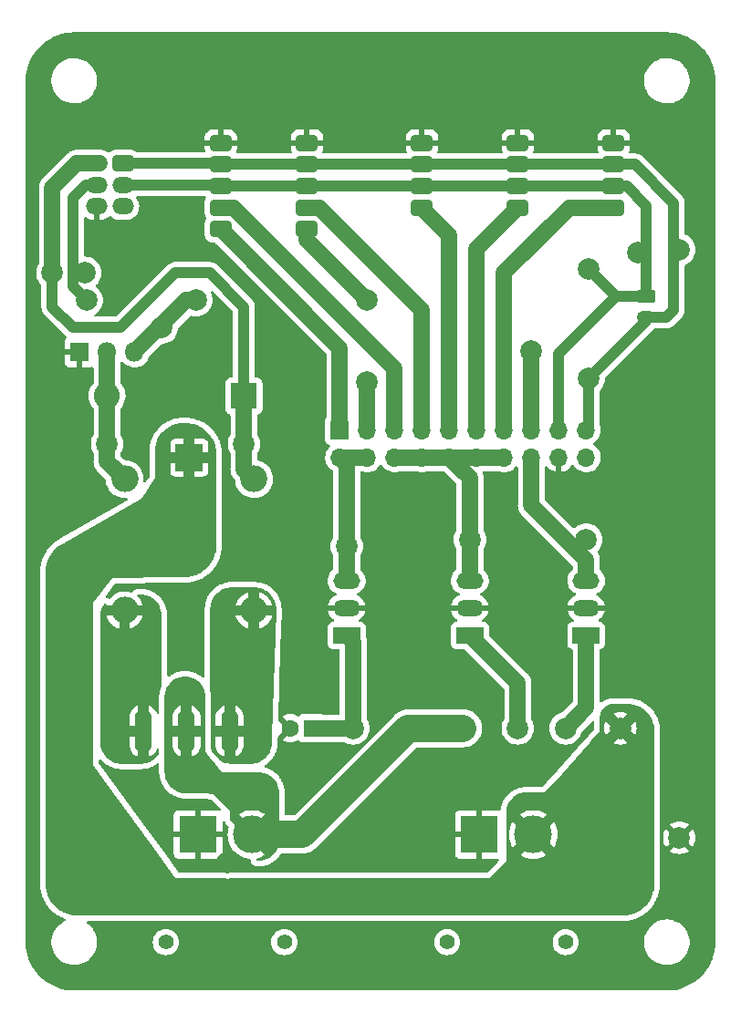
<source format=gbr>
%TF.GenerationSoftware,KiCad,Pcbnew,(6.0.0)*%
%TF.CreationDate,2022-05-13T18:08:34+02:00*%
%TF.ProjectId,Alimentation,416c696d-656e-4746-9174-696f6e2e6b69,rev?*%
%TF.SameCoordinates,Original*%
%TF.FileFunction,Copper,L2,Bot*%
%TF.FilePolarity,Positive*%
%FSLAX46Y46*%
G04 Gerber Fmt 4.6, Leading zero omitted, Abs format (unit mm)*
G04 Created by KiCad (PCBNEW (6.0.0)) date 2022-05-13 18:08:34*
%MOMM*%
%LPD*%
G01*
G04 APERTURE LIST*
G04 Aperture macros list*
%AMRoundRect*
0 Rectangle with rounded corners*
0 $1 Rounding radius*
0 $2 $3 $4 $5 $6 $7 $8 $9 X,Y pos of 4 corners*
0 Add a 4 corners polygon primitive as box body*
4,1,4,$2,$3,$4,$5,$6,$7,$8,$9,$2,$3,0*
0 Add four circle primitives for the rounded corners*
1,1,$1+$1,$2,$3*
1,1,$1+$1,$4,$5*
1,1,$1+$1,$6,$7*
1,1,$1+$1,$8,$9*
0 Add four rect primitives between the rounded corners*
20,1,$1+$1,$2,$3,$4,$5,0*
20,1,$1+$1,$4,$5,$6,$7,0*
20,1,$1+$1,$6,$7,$8,$9,0*
20,1,$1+$1,$8,$9,$2,$3,0*%
G04 Aperture macros list end*
%TA.AperFunction,ComponentPad*%
%ADD10RoundRect,0.312500X-0.687500X0.437500X-0.687500X-0.437500X0.687500X-0.437500X0.687500X0.437500X0*%
%TD*%
%TA.AperFunction,ComponentPad*%
%ADD11R,2.500000X2.500000*%
%TD*%
%TA.AperFunction,ComponentPad*%
%ADD12O,2.500000X2.500000*%
%TD*%
%TA.AperFunction,ComponentPad*%
%ADD13R,2.500000X1.500000*%
%TD*%
%TA.AperFunction,ComponentPad*%
%ADD14O,2.500000X1.500000*%
%TD*%
%TA.AperFunction,ComponentPad*%
%ADD15R,1.700000X1.700000*%
%TD*%
%TA.AperFunction,ComponentPad*%
%ADD16O,1.700000X1.700000*%
%TD*%
%TA.AperFunction,ComponentPad*%
%ADD17RoundRect,0.312500X0.687500X-0.437500X0.687500X0.437500X-0.687500X0.437500X-0.687500X-0.437500X0*%
%TD*%
%TA.AperFunction,ComponentPad*%
%ADD18O,2.000000X1.500000*%
%TD*%
%TA.AperFunction,ComponentPad*%
%ADD19R,2.400000X2.400000*%
%TD*%
%TA.AperFunction,ComponentPad*%
%ADD20O,2.400000X2.400000*%
%TD*%
%TA.AperFunction,ComponentPad*%
%ADD21C,2.000000*%
%TD*%
%TA.AperFunction,ComponentPad*%
%ADD22C,1.400000*%
%TD*%
%TA.AperFunction,ComponentPad*%
%ADD23R,3.500000X3.500000*%
%TD*%
%TA.AperFunction,ComponentPad*%
%ADD24C,3.500000*%
%TD*%
%TA.AperFunction,ComponentPad*%
%ADD25RoundRect,0.250000X-0.625000X0.350000X-0.625000X-0.350000X0.625000X-0.350000X0.625000X0.350000X0*%
%TD*%
%TA.AperFunction,ComponentPad*%
%ADD26O,1.750000X1.200000*%
%TD*%
%TA.AperFunction,ComponentPad*%
%ADD27R,1.800000X1.800000*%
%TD*%
%TA.AperFunction,ComponentPad*%
%ADD28O,1.800000X1.800000*%
%TD*%
%TA.AperFunction,ComponentPad*%
%ADD29R,1.600000X1.600000*%
%TD*%
%TA.AperFunction,ComponentPad*%
%ADD30C,1.600000*%
%TD*%
%TA.AperFunction,ComponentPad*%
%ADD31O,1.600000X4.000000*%
%TD*%
%TA.AperFunction,SMDPad,CuDef*%
%ADD32C,2.000000*%
%TD*%
%TA.AperFunction,ViaPad*%
%ADD33C,2.000000*%
%TD*%
%TA.AperFunction,Conductor*%
%ADD34C,1.500000*%
%TD*%
%TA.AperFunction,Conductor*%
%ADD35C,1.000000*%
%TD*%
%TA.AperFunction,Conductor*%
%ADD36C,0.600000*%
%TD*%
%TA.AperFunction,Conductor*%
%ADD37C,2.500000*%
%TD*%
G04 APERTURE END LIST*
D10*
%TO.P,J1,1,Pin_1*%
%TO.N,GND*%
X143002000Y-46228000D03*
%TO.P,J1,2,Pin_2*%
%TO.N,can_H*%
X143002000Y-48228000D03*
%TO.P,J1,3,Pin_3*%
%TO.N,can_L*%
X143002000Y-50228000D03*
%TO.P,J1,4,Pin_4*%
%TO.N,5Vout1*%
X143002000Y-52228000D03*
%TD*%
%TO.P,J2,1,Pin_1*%
%TO.N,GND*%
X134112000Y-46228000D03*
%TO.P,J2,2,Pin_2*%
%TO.N,can_H*%
X134112000Y-48228000D03*
%TO.P,J2,3,Pin_3*%
%TO.N,can_L*%
X134112000Y-50228000D03*
%TO.P,J2,4,Pin_4*%
%TO.N,5Vout2*%
X134112000Y-52228000D03*
%TD*%
%TO.P,J3,1,Pin_1*%
%TO.N,GND*%
X125222000Y-46228000D03*
%TO.P,J3,2,Pin_2*%
%TO.N,can_H*%
X125222000Y-48228000D03*
%TO.P,J3,3,Pin_3*%
%TO.N,can_L*%
X125222000Y-50228000D03*
%TO.P,J3,4,Pin_4*%
%TO.N,5Vout3*%
X125222000Y-52228000D03*
%TD*%
%TO.P,J4,1,Pin_1*%
%TO.N,GND*%
X114554000Y-46228000D03*
%TO.P,J4,2,Pin_2*%
%TO.N,can_H*%
X114554000Y-48228000D03*
%TO.P,J4,3,Pin_3*%
%TO.N,can_L*%
X114554000Y-50228000D03*
%TO.P,J4,4,Pin_4*%
%TO.N,5Vout4*%
X114554000Y-52228000D03*
%TO.P,J4,5,Pin_5*%
%TO.N,12Vout1*%
X114554000Y-54228000D03*
%TD*%
%TO.P,J5,1,Pin_1*%
%TO.N,GND*%
X106553000Y-46228000D03*
%TO.P,J5,2,Pin_2*%
%TO.N,can_H*%
X106553000Y-48228000D03*
%TO.P,J5,3,Pin_3*%
%TO.N,can_L*%
X106553000Y-50228000D03*
%TO.P,J5,4,Pin_4*%
%TO.N,5Vout5*%
X106553000Y-52228000D03*
%TO.P,J5,5,Pin_5*%
%TO.N,12Vout2*%
X106553000Y-54228000D03*
%TD*%
D11*
%TO.P,K1,1*%
%TO.N,Vbatt*%
X103632000Y-75438000D03*
D12*
%TO.P,K1,2*%
%TO.N,Net-(D1-Pad2)*%
X97632000Y-77438000D03*
%TO.P,K1,3*%
%TO.N,Net-(K1-Pad3)*%
X97632000Y-89638000D03*
%TO.P,K1,4*%
%TO.N,Net-(K1-Pad4)*%
X109632000Y-89638000D03*
%TO.P,K1,5*%
%TO.N,5VRPI*%
X109632000Y-77438000D03*
%TD*%
D13*
%TO.P,U2,1,Vin*%
%TO.N,Net-(F2-Pad1)*%
X129667000Y-91948000D03*
D14*
%TO.P,U2,2,GND*%
%TO.N,GND*%
X129667000Y-89408000D03*
%TO.P,U2,3,Vout*%
%TO.N,5V*%
X129667000Y-86868000D03*
%TD*%
D13*
%TO.P,U3,1,Vin*%
%TO.N,Net-(C1-Pad1)*%
X118237000Y-91948000D03*
D14*
%TO.P,U3,2,GND*%
%TO.N,GND*%
X118237000Y-89408000D03*
%TO.P,U3,3,Vout*%
%TO.N,12V*%
X118237000Y-86868000D03*
%TD*%
D15*
%TO.P,J7,1,Pin_1*%
%TO.N,12Vout2*%
X117602000Y-72898000D03*
D16*
%TO.P,J7,2,Pin_2*%
%TO.N,12V*%
X117602000Y-75438000D03*
%TO.P,J7,3,Pin_3*%
%TO.N,12Vout1*%
X120142000Y-72898000D03*
%TO.P,J7,4,Pin_4*%
%TO.N,12V*%
X120142000Y-75438000D03*
%TO.P,J7,5,Pin_5*%
%TO.N,5Vout5*%
X122682000Y-72898000D03*
%TO.P,J7,6,Pin_6*%
%TO.N,5V*%
X122682000Y-75438000D03*
%TO.P,J7,7,Pin_7*%
%TO.N,5Vout4*%
X125222000Y-72898000D03*
%TO.P,J7,8,Pin_8*%
%TO.N,5V*%
X125222000Y-75438000D03*
%TO.P,J7,9,Pin_9*%
%TO.N,5Vout3*%
X127762000Y-72898000D03*
%TO.P,J7,10,Pin_10*%
%TO.N,5V*%
X127762000Y-75438000D03*
%TO.P,J7,11,Pin_11*%
%TO.N,5Vout2*%
X130302000Y-72898000D03*
%TO.P,J7,12,Pin_12*%
%TO.N,5V*%
X130302000Y-75438000D03*
%TO.P,J7,13,Pin_13*%
%TO.N,5Vout1*%
X132842000Y-72898000D03*
%TO.P,J7,14,Pin_14*%
%TO.N,5V*%
X132842000Y-75438000D03*
%TO.P,J7,15,Pin_15*%
%TO.N,5VRPI*%
X135382000Y-72898000D03*
%TO.P,J7,16,Pin_16*%
%TO.N,Net-(J7-Pad16)*%
X135382000Y-75438000D03*
%TO.P,J7,17,Pin_17*%
%TO.N,can_L*%
X137922000Y-72898000D03*
%TO.P,J7,18,Pin_18*%
%TO.N,GND*%
X137922000Y-75438000D03*
%TO.P,J7,19,Pin_19*%
%TO.N,can_H*%
X140462000Y-72898000D03*
%TO.P,J7,20,Pin_20*%
%TO.N,unconnected-(J7-Pad20)*%
X140462000Y-75438000D03*
%TD*%
D17*
%TO.P,J6,1,Pin_1*%
%TO.N,can_H*%
X97482000Y-48133000D03*
D18*
%TO.P,J6,2,Pin_2*%
%TO.N,5VRPI*%
X95082000Y-48133000D03*
%TO.P,J6,3,Pin_3*%
%TO.N,can_L*%
X97482000Y-50133000D03*
%TO.P,J6,4,Pin_4*%
%TO.N,cmd_relais*%
X95082000Y-50133000D03*
%TO.P,J6,5,Pin_5*%
%TO.N,unconnected-(J6-Pad5)*%
X97482000Y-52133000D03*
%TO.P,J6,6,Pin_6*%
%TO.N,GND*%
X95082000Y-52133000D03*
%TD*%
D19*
%TO.P,D1,1,K*%
%TO.N,5VRPI*%
X108712000Y-69723000D03*
D20*
%TO.P,D1,2,A*%
%TO.N,Net-(D1-Pad2)*%
X96012000Y-69723000D03*
%TD*%
D13*
%TO.P,U1,1,Vin*%
%TO.N,Net-(F1-Pad1)*%
X140462000Y-91948000D03*
D14*
%TO.P,U1,2,GND*%
%TO.N,GND*%
X140462000Y-89408000D03*
%TO.P,U1,3,Vout*%
%TO.N,Net-(J7-Pad16)*%
X140462000Y-86868000D03*
%TD*%
D21*
%TO.P,R1,1*%
%TO.N,Net-(Q1-Pad3)*%
X104267000Y-60833000D03*
%TO.P,R1,2*%
%TO.N,cmd_relais*%
X94107000Y-60833000D03*
%TD*%
D22*
%TO.P,J8,*%
%TO.N,*%
X138556000Y-120448000D03*
X127556000Y-120448000D03*
D23*
%TO.P,J8,1,Pin_1*%
%TO.N,GND*%
X130556000Y-110448000D03*
D24*
%TO.P,J8,2,Pin_2*%
%TO.N,Vbatt*%
X135556000Y-110448000D03*
%TD*%
D22*
%TO.P,J9,*%
%TO.N,*%
X112452000Y-120448000D03*
X101452000Y-120448000D03*
D23*
%TO.P,J9,1,Pin_1*%
%TO.N,GND*%
X104452000Y-110448000D03*
D24*
%TO.P,J9,2,Pin_2*%
%TO.N,VbattRelay*%
X109452000Y-110448000D03*
%TD*%
D25*
%TO.P,J10,1,Pin_1*%
%TO.N,can_L*%
X146050000Y-60452000D03*
D26*
%TO.P,J10,2,Pin_2*%
%TO.N,can_H*%
X146050000Y-62452000D03*
%TD*%
D27*
%TO.P,Q1,1,E*%
%TO.N,GND*%
X93472000Y-65653000D03*
D28*
%TO.P,Q1,2,C*%
%TO.N,Net-(D1-Pad2)*%
X96012000Y-65653000D03*
%TO.P,Q1,3,B*%
%TO.N,Net-(Q1-Pad3)*%
X98552000Y-65653000D03*
%TD*%
D21*
%TO.P,F2,1*%
%TO.N,Net-(F2-Pad1)*%
X134112000Y-100584000D03*
%TO.P,F2,2*%
%TO.N,VbattRelay*%
X129032000Y-100584000D03*
%TD*%
D29*
%TO.P,C1,1*%
%TO.N,Net-(C1-Pad1)*%
X115001113Y-100584000D03*
D30*
%TO.P,C1,2*%
%TO.N,GND*%
X113001113Y-100584000D03*
%TD*%
D31*
%TO.P,SW1,1,A*%
%TO.N,Net-(K1-Pad3)*%
X99378000Y-100838000D03*
%TO.P,SW1,2,B*%
%TO.N,VbattRelay*%
X103378000Y-100838000D03*
%TO.P,SW1,3,C*%
%TO.N,Net-(K1-Pad4)*%
X107378000Y-100838000D03*
%TD*%
D21*
%TO.P,F3,1*%
%TO.N,Net-(C1-Pad1)*%
X118862000Y-100584000D03*
%TO.P,F3,2*%
%TO.N,VbattRelay*%
X123942000Y-100584000D03*
%TD*%
%TO.P,R2,1*%
%TO.N,can_H*%
X140716000Y-68072000D03*
%TO.P,R2,2*%
%TO.N,can_L*%
X140716000Y-57912000D03*
%TD*%
%TO.P,F1,1*%
%TO.N,Net-(F1-Pad1)*%
X138547000Y-100584000D03*
%TO.P,F1,2*%
%TO.N,Vbatt*%
X143627000Y-100584000D03*
%TD*%
D32*
%TO.P,TP8,1,1*%
%TO.N,cmd_relais*%
X93980000Y-58293000D03*
%TD*%
%TO.P,TP14,1,1*%
%TO.N,GND*%
X149098000Y-110744000D03*
%TD*%
%TO.P,TP7,1,1*%
%TO.N,Net-(K1-Pad3)*%
X99314000Y-93980000D03*
%TD*%
%TO.P,TP1,1,1*%
%TO.N,can_L*%
X145288000Y-56388000D03*
%TD*%
%TO.P,TP6,1,1*%
%TO.N,Vbatt*%
X98552000Y-82042000D03*
%TD*%
%TO.P,TP4,1,1*%
%TO.N,5VRPI*%
X108712000Y-74168000D03*
%TD*%
%TO.P,TP9,1,1*%
%TO.N,Net-(Q1-Pad3)*%
X101092000Y-63373000D03*
%TD*%
%TO.P,TP11,1,1*%
%TO.N,5V*%
X129667000Y-83058000D03*
%TD*%
%TO.P,TP2,1,1*%
%TO.N,can_H*%
X149098000Y-56134000D03*
%TD*%
%TO.P,TP12,1,1*%
%TO.N,12V*%
X118237000Y-83693000D03*
%TD*%
%TO.P,TP5,1,1*%
%TO.N,Net-(K1-Pad4)*%
X107442000Y-93980000D03*
%TD*%
%TO.P,TP10,1,1*%
%TO.N,Net-(J7-Pad16)*%
X140462000Y-83058000D03*
%TD*%
%TO.P,TP3,1,1*%
%TO.N,Net-(D1-Pad2)*%
X96012000Y-74168000D03*
%TD*%
D33*
%TO.N,GND*%
X101092000Y-38608000D03*
X121158000Y-120396000D03*
X92202000Y-76708000D03*
X123444000Y-107950000D03*
X101092000Y-109220000D03*
X114300000Y-79756000D03*
X113792000Y-69088000D03*
X131572000Y-103378000D03*
X98044000Y-105664000D03*
X122174000Y-80264000D03*
X126492000Y-106172000D03*
X114808000Y-105410000D03*
X136144000Y-86360000D03*
X148590000Y-84328000D03*
X149352000Y-116078000D03*
X103632000Y-90043000D03*
X140462000Y-38608000D03*
X99568000Y-107442000D03*
X121412000Y-38608000D03*
X108966000Y-81788000D03*
X131572000Y-119888000D03*
X126492000Y-93726000D03*
X124460000Y-112268000D03*
X121412000Y-110363000D03*
X126238000Y-86106000D03*
X150114000Y-75438000D03*
X150368000Y-68326000D03*
X114554000Y-93218000D03*
X118618000Y-112014000D03*
X107442000Y-119888000D03*
X148717000Y-92583000D03*
X136652000Y-92710000D03*
X136144000Y-103886000D03*
X107188000Y-113030000D03*
%TO.N,12Vout1*%
X120142000Y-68453000D03*
X120142000Y-60833000D03*
%TO.N,5VRPI*%
X135382000Y-65532000D03*
X90932000Y-58293000D03*
%TD*%
D34*
%TO.N,5Vout1*%
X138907000Y-52228000D02*
X143002000Y-52228000D01*
X132842000Y-58293000D02*
X138907000Y-52228000D01*
X132842000Y-72898000D02*
X132842000Y-58293000D01*
D35*
%TO.N,can_L*%
X146050000Y-60452000D02*
X143256000Y-60452000D01*
X114554000Y-50228000D02*
X125222000Y-50228000D01*
X146050000Y-52070000D02*
X146050000Y-60452000D01*
X125222000Y-50228000D02*
X134112000Y-50228000D01*
X143002000Y-50228000D02*
X144208000Y-50228000D01*
X144208000Y-50228000D02*
X146050000Y-52070000D01*
X106458000Y-50133000D02*
X106553000Y-50228000D01*
X143002000Y-50228000D02*
X134112000Y-50228000D01*
X137922000Y-65786000D02*
X143256000Y-60452000D01*
X97282000Y-50133000D02*
X106458000Y-50133000D01*
X143256000Y-60452000D02*
X140716000Y-57912000D01*
X106553000Y-50228000D02*
X114554000Y-50228000D01*
X137922000Y-72898000D02*
X137922000Y-65786000D01*
%TO.N,can_H*%
X97282000Y-48133000D02*
X106458000Y-48133000D01*
X140716000Y-68072000D02*
X140716000Y-72644000D01*
X146050000Y-62738000D02*
X140716000Y-68072000D01*
X106458000Y-48133000D02*
X106553000Y-48228000D01*
X143002000Y-48228000D02*
X145002000Y-48228000D01*
X106553000Y-48228000D02*
X114554000Y-48228000D01*
X114554000Y-48228000D02*
X125222000Y-48228000D01*
X143002000Y-48228000D02*
X134112000Y-48228000D01*
X147860000Y-62452000D02*
X146050000Y-62452000D01*
X146050000Y-62452000D02*
X146050000Y-62738000D01*
X148590000Y-61722000D02*
X147860000Y-62452000D01*
X148590000Y-51816000D02*
X148590000Y-61722000D01*
X125222000Y-48228000D02*
X134112000Y-48228000D01*
X145002000Y-48228000D02*
X148590000Y-51816000D01*
X140716000Y-72644000D02*
X140462000Y-72898000D01*
D34*
%TO.N,5Vout2*%
X130302000Y-72898000D02*
X130302000Y-56038000D01*
X130302000Y-56038000D02*
X134112000Y-52228000D01*
%TO.N,5Vout3*%
X127762000Y-72898000D02*
X127762000Y-54768000D01*
X127762000Y-54768000D02*
X125222000Y-52228000D01*
%TO.N,12Vout1*%
X114554000Y-54228000D02*
X114554000Y-55245000D01*
X114554000Y-55245000D02*
X120142000Y-60833000D01*
X120142000Y-72898000D02*
X120142000Y-68453000D01*
D35*
%TO.N,cmd_relais*%
X92837000Y-59563000D02*
X94107000Y-60833000D01*
X95282000Y-50133000D02*
X94012000Y-50133000D01*
X94012000Y-50133000D02*
X92837000Y-51308000D01*
X92837000Y-51308000D02*
X92837000Y-59563000D01*
%TO.N,5VRPI*%
X105537000Y-58293000D02*
X108712000Y-61468000D01*
X92837000Y-63373000D02*
X97279553Y-63373000D01*
D34*
X135382000Y-65532000D02*
X135382000Y-72898000D01*
D35*
X108712000Y-61468000D02*
X108712000Y-69723000D01*
D34*
X108712000Y-76518000D02*
X109632000Y-77438000D01*
X90932000Y-50388000D02*
X90932000Y-58293000D01*
X95282000Y-48133000D02*
X93187000Y-48133000D01*
X108712000Y-69723000D02*
X108712000Y-76518000D01*
X93187000Y-48133000D02*
X90932000Y-50388000D01*
D35*
X97279553Y-63373000D02*
X102359553Y-58293000D01*
X90932000Y-58293000D02*
X90932000Y-61468000D01*
X90932000Y-61468000D02*
X92837000Y-63373000D01*
X102359553Y-58293000D02*
X105537000Y-58293000D01*
D34*
%TO.N,12Vout2*%
X117602000Y-65278000D02*
X106553000Y-54229000D01*
X117602000Y-72898000D02*
X117602000Y-65278000D01*
X106553000Y-54229000D02*
X106553000Y-54228000D01*
D36*
%TO.N,5V*%
X125222000Y-75438000D02*
X122682000Y-75438000D01*
X132842000Y-75438000D02*
X130302000Y-75438000D01*
X127762000Y-75438000D02*
X125222000Y-75438000D01*
D34*
X122682000Y-75438000D02*
X132842000Y-75438000D01*
X129667000Y-86868000D02*
X129667000Y-77343000D01*
D36*
X130302000Y-75438000D02*
X127762000Y-75438000D01*
D34*
X129667000Y-77343000D02*
X127762000Y-75438000D01*
D37*
%TO.N,VbattRelay*%
X123942000Y-100643554D02*
X114137554Y-110448000D01*
X123942000Y-100584000D02*
X123942000Y-100643554D01*
X123942000Y-100584000D02*
X129032000Y-100584000D01*
X114137554Y-110448000D02*
X109452000Y-110448000D01*
D34*
%TO.N,Net-(D1-Pad2)*%
X96012000Y-69723000D02*
X96012000Y-75818000D01*
X96012000Y-65653000D02*
X96012000Y-69723000D01*
X96012000Y-75818000D02*
X97632000Y-77438000D01*
%TO.N,12V*%
X118237000Y-81788000D02*
X118237000Y-76073000D01*
X117602000Y-75438000D02*
X120142000Y-75438000D01*
X118237000Y-86868000D02*
X118237000Y-81788000D01*
X118237000Y-76073000D02*
X117602000Y-75438000D01*
%TO.N,5Vout4*%
X125222000Y-61718000D02*
X115732000Y-52228000D01*
X125222000Y-72898000D02*
X125222000Y-61718000D01*
X115732000Y-52228000D02*
X114554000Y-52228000D01*
%TO.N,5Vout5*%
X107727000Y-52228000D02*
X106553000Y-52228000D01*
X122682000Y-67183000D02*
X107727000Y-52228000D01*
X122682000Y-68453000D02*
X122682000Y-67898000D01*
X122682000Y-72898000D02*
X122682000Y-69723000D01*
X122682000Y-69723000D02*
X122682000Y-67183000D01*
X122682000Y-69723000D02*
X122682000Y-68453000D01*
%TO.N,Net-(J7-Pad16)*%
X140462000Y-86868000D02*
X140462000Y-84963000D01*
X140462000Y-84963000D02*
X135382000Y-79883000D01*
X135382000Y-79883000D02*
X135382000Y-75438000D01*
%TO.N,Net-(Q1-Pad3)*%
X104267000Y-60833000D02*
X103372000Y-60833000D01*
X103372000Y-60833000D02*
X98552000Y-65653000D01*
%TO.N,Net-(C1-Pad1)*%
X118862000Y-100584000D02*
X118862000Y-92573000D01*
X118862000Y-92573000D02*
X118237000Y-91948000D01*
X118862000Y-100584000D02*
X115001113Y-100584000D01*
%TO.N,Net-(F1-Pad1)*%
X140462000Y-91948000D02*
X140462000Y-98669000D01*
X140462000Y-98669000D02*
X138547000Y-100584000D01*
%TO.N,Net-(F2-Pad1)*%
X134112000Y-96393000D02*
X129667000Y-91948000D01*
X134112000Y-100584000D02*
X134112000Y-96393000D01*
%TD*%
%TA.AperFunction,Conductor*%
%TO.N,VbattRelay*%
G36*
X103507003Y-95776693D02*
G01*
X103524797Y-95779251D01*
X103772034Y-95833034D01*
X103789283Y-95838099D01*
X104026350Y-95926520D01*
X104042697Y-95933986D01*
X104264765Y-96055245D01*
X104279888Y-96064964D01*
X104482439Y-96216591D01*
X104496025Y-96228364D01*
X104674928Y-96407267D01*
X104686701Y-96420853D01*
X104838328Y-96623404D01*
X104848047Y-96638527D01*
X104969306Y-96860595D01*
X104976772Y-96876942D01*
X105043449Y-97055710D01*
X105065193Y-97114009D01*
X105070258Y-97131258D01*
X105124041Y-97378495D01*
X105126599Y-97396289D01*
X105144971Y-97653158D01*
X105145292Y-97662147D01*
X105145292Y-102743000D01*
X105587833Y-103292317D01*
X105587834Y-103292318D01*
X106079587Y-103902721D01*
X106079591Y-103902726D01*
X106680000Y-104648000D01*
X110009499Y-104648000D01*
X110018487Y-104648321D01*
X110067871Y-104651853D01*
X110289650Y-104667715D01*
X110307433Y-104670272D01*
X110568658Y-104727098D01*
X110585900Y-104732160D01*
X110836393Y-104825589D01*
X110852740Y-104833055D01*
X111087375Y-104961176D01*
X111102498Y-104970895D01*
X111316510Y-105131103D01*
X111330096Y-105142876D01*
X111519124Y-105331904D01*
X111530897Y-105345490D01*
X111691105Y-105559502D01*
X111700824Y-105574625D01*
X111828945Y-105809260D01*
X111836411Y-105825607D01*
X111929839Y-106076097D01*
X111934902Y-106093342D01*
X111991728Y-106354567D01*
X111994286Y-106372355D01*
X112013679Y-106643513D01*
X112014000Y-106652501D01*
X112014000Y-110898499D01*
X112013679Y-110907487D01*
X111994286Y-111178645D01*
X111991728Y-111196433D01*
X111967013Y-111310047D01*
X111934903Y-111457654D01*
X111929840Y-111474900D01*
X111836411Y-111725393D01*
X111828945Y-111741740D01*
X111700824Y-111976375D01*
X111691105Y-111991498D01*
X111530897Y-112205510D01*
X111519124Y-112219096D01*
X111330096Y-112408124D01*
X111316510Y-112419897D01*
X111102498Y-112580105D01*
X111087375Y-112589824D01*
X110852740Y-112717945D01*
X110836393Y-112725411D01*
X110585900Y-112818840D01*
X110568658Y-112823902D01*
X110307433Y-112880728D01*
X110289650Y-112883285D01*
X110067871Y-112899147D01*
X110018487Y-112902679D01*
X110009499Y-112903000D01*
X109963307Y-112903000D01*
X109895186Y-112882998D01*
X109848693Y-112829342D01*
X109838589Y-112759068D01*
X109868083Y-112694488D01*
X109927809Y-112656104D01*
X109938725Y-112653421D01*
X110033617Y-112634546D01*
X110041580Y-112632412D01*
X110314047Y-112539922D01*
X110321651Y-112536772D01*
X110579714Y-112409510D01*
X110586865Y-112405381D01*
X110640983Y-112369221D01*
X110649273Y-112359302D01*
X110642017Y-112345124D01*
X108746025Y-110449132D01*
X110164305Y-110449132D01*
X110164436Y-110450965D01*
X110168687Y-110457580D01*
X111350343Y-111639236D01*
X111361690Y-111645432D01*
X111374177Y-111635552D01*
X111409390Y-111582851D01*
X111413506Y-111575721D01*
X111540772Y-111317651D01*
X111543922Y-111310047D01*
X111636412Y-111037580D01*
X111638546Y-111029617D01*
X111694683Y-110747400D01*
X111695756Y-110739249D01*
X111714575Y-110452119D01*
X111714575Y-110443881D01*
X111695756Y-110156751D01*
X111694683Y-110148600D01*
X111638546Y-109866383D01*
X111636412Y-109858420D01*
X111543922Y-109585953D01*
X111540772Y-109578349D01*
X111413506Y-109320279D01*
X111409390Y-109313149D01*
X111373220Y-109259015D01*
X111363302Y-109250727D01*
X111349124Y-109257983D01*
X110171919Y-110435188D01*
X110164305Y-110449132D01*
X108746025Y-110449132D01*
X107553657Y-109256764D01*
X107507613Y-109231621D01*
X107457412Y-109181418D01*
X107442000Y-109121034D01*
X107442000Y-108536698D01*
X108254727Y-108536698D01*
X108261983Y-108550876D01*
X109439188Y-109728081D01*
X109453132Y-109735695D01*
X109454965Y-109735564D01*
X109461580Y-109731313D01*
X110643236Y-108549657D01*
X110649432Y-108538311D01*
X110639549Y-108525821D01*
X110586865Y-108490619D01*
X110579714Y-108486490D01*
X110321651Y-108359228D01*
X110314047Y-108356078D01*
X110041580Y-108263588D01*
X110033617Y-108261454D01*
X109751400Y-108205317D01*
X109743249Y-108204244D01*
X109456119Y-108185425D01*
X109447881Y-108185425D01*
X109160751Y-108204244D01*
X109152600Y-108205317D01*
X108870383Y-108261454D01*
X108862420Y-108263588D01*
X108589953Y-108356078D01*
X108582349Y-108359228D01*
X108324279Y-108486494D01*
X108317149Y-108490610D01*
X108263015Y-108526780D01*
X108254727Y-108536698D01*
X107442000Y-108536698D01*
X107442000Y-108204000D01*
X105918000Y-106680000D01*
X105122235Y-106657895D01*
X105122231Y-106657895D01*
X105119831Y-106657828D01*
X105119826Y-106657828D01*
X103294897Y-106607136D01*
X103286079Y-106606582D01*
X103020295Y-106580476D01*
X103002884Y-106577522D01*
X102747686Y-106515562D01*
X102730858Y-106510203D01*
X102486823Y-106413168D01*
X102470911Y-106405509D01*
X102242838Y-106275307D01*
X102228152Y-106265497D01*
X102020536Y-106104694D01*
X102007366Y-106092929D01*
X101824261Y-105904668D01*
X101812866Y-105891176D01*
X101657884Y-105679166D01*
X101648491Y-105664221D01*
X101524667Y-105432613D01*
X101517454Y-105416497D01*
X101427234Y-105169865D01*
X101422344Y-105152894D01*
X101367494Y-104896071D01*
X101365025Y-104878585D01*
X101346310Y-104612197D01*
X101346000Y-104603367D01*
X101346000Y-102092365D01*
X102070000Y-102092365D01*
X102070238Y-102097830D01*
X102084472Y-102260519D01*
X102086375Y-102271312D01*
X102142764Y-102481761D01*
X102146510Y-102492053D01*
X102238586Y-102689511D01*
X102244069Y-102699007D01*
X102369028Y-102877467D01*
X102376084Y-102885875D01*
X102530125Y-103039916D01*
X102538533Y-103046972D01*
X102716993Y-103171931D01*
X102726489Y-103177414D01*
X102861583Y-103240409D01*
X102875523Y-103242526D01*
X102878000Y-103238738D01*
X102878000Y-103229949D01*
X103878000Y-103229949D01*
X103881973Y-103243480D01*
X103886450Y-103244123D01*
X104029511Y-103177414D01*
X104039007Y-103171931D01*
X104217467Y-103046972D01*
X104225875Y-103039916D01*
X104379916Y-102885875D01*
X104386972Y-102877467D01*
X104511931Y-102699007D01*
X104517414Y-102689511D01*
X104609490Y-102492053D01*
X104613236Y-102481761D01*
X104669625Y-102271312D01*
X104671528Y-102260519D01*
X104685762Y-102097830D01*
X104686000Y-102092365D01*
X104686000Y-101356115D01*
X104681525Y-101340876D01*
X104680135Y-101339671D01*
X104672452Y-101338000D01*
X103896115Y-101338000D01*
X103880876Y-101342475D01*
X103879671Y-101343865D01*
X103878000Y-101351548D01*
X103878000Y-103229949D01*
X102878000Y-103229949D01*
X102878000Y-101356115D01*
X102873525Y-101340876D01*
X102872135Y-101339671D01*
X102864452Y-101338000D01*
X102088115Y-101338000D01*
X102072876Y-101342475D01*
X102071671Y-101343865D01*
X102070000Y-101351548D01*
X102070000Y-102092365D01*
X101346000Y-102092365D01*
X101346000Y-100319885D01*
X102070000Y-100319885D01*
X102074475Y-100335124D01*
X102075865Y-100336329D01*
X102083548Y-100338000D01*
X102859885Y-100338000D01*
X102875124Y-100333525D01*
X102876329Y-100332135D01*
X102878000Y-100324452D01*
X102878000Y-100319885D01*
X103878000Y-100319885D01*
X103882475Y-100335124D01*
X103883865Y-100336329D01*
X103891548Y-100338000D01*
X104667885Y-100338000D01*
X104683124Y-100333525D01*
X104684329Y-100332135D01*
X104686000Y-100324452D01*
X104686000Y-99583635D01*
X104685762Y-99578170D01*
X104671528Y-99415481D01*
X104669625Y-99404688D01*
X104613236Y-99194239D01*
X104609490Y-99183947D01*
X104517414Y-98986489D01*
X104511931Y-98976993D01*
X104386972Y-98798533D01*
X104379916Y-98790125D01*
X104225875Y-98636084D01*
X104217467Y-98629028D01*
X104039007Y-98504069D01*
X104029511Y-98498586D01*
X103894417Y-98435591D01*
X103880477Y-98433474D01*
X103878000Y-98437262D01*
X103878000Y-100319885D01*
X102878000Y-100319885D01*
X102878000Y-98446051D01*
X102874027Y-98432520D01*
X102869550Y-98431877D01*
X102726489Y-98498586D01*
X102716993Y-98504069D01*
X102538533Y-98629028D01*
X102530125Y-98636084D01*
X102376084Y-98790125D01*
X102369028Y-98798533D01*
X102244069Y-98976993D01*
X102238586Y-98986489D01*
X102146510Y-99183947D01*
X102142764Y-99194239D01*
X102086375Y-99404688D01*
X102084472Y-99415481D01*
X102070238Y-99578170D01*
X102070000Y-99583635D01*
X102070000Y-100319885D01*
X101346000Y-100319885D01*
X101346000Y-97662147D01*
X101346321Y-97653158D01*
X101364693Y-97396289D01*
X101367251Y-97378495D01*
X101421034Y-97131258D01*
X101426099Y-97114009D01*
X101447843Y-97055710D01*
X101514520Y-96876942D01*
X101521986Y-96860595D01*
X101643245Y-96638527D01*
X101652964Y-96623404D01*
X101804591Y-96420853D01*
X101816364Y-96407267D01*
X101995267Y-96228364D01*
X102008853Y-96216591D01*
X102211404Y-96064964D01*
X102226527Y-96055245D01*
X102448595Y-95933986D01*
X102464942Y-95926520D01*
X102702009Y-95838099D01*
X102719258Y-95833034D01*
X102966495Y-95779251D01*
X102984289Y-95776693D01*
X103236657Y-95758643D01*
X103254635Y-95758643D01*
X103507003Y-95776693D01*
G37*
%TD.AperFunction*%
%TD*%
%TA.AperFunction,Conductor*%
%TO.N,Net-(K1-Pad3)*%
G36*
X99096487Y-88138321D02*
G01*
X99145871Y-88141853D01*
X99367650Y-88157715D01*
X99385433Y-88160272D01*
X99646658Y-88217098D01*
X99663900Y-88222160D01*
X99914393Y-88315589D01*
X99930740Y-88323055D01*
X100165375Y-88451176D01*
X100180498Y-88460895D01*
X100394510Y-88621103D01*
X100408096Y-88632876D01*
X100597124Y-88821904D01*
X100608897Y-88835490D01*
X100769105Y-89049502D01*
X100778824Y-89064625D01*
X100906945Y-89299260D01*
X100914411Y-89315607D01*
X101007839Y-89566097D01*
X101012902Y-89583342D01*
X101069728Y-89844567D01*
X101072286Y-89862355D01*
X101091679Y-90133513D01*
X101092000Y-90142501D01*
X101092000Y-96555906D01*
X101076908Y-96615021D01*
X101077181Y-96615164D01*
X101076691Y-96616101D01*
X101076126Y-96617135D01*
X101059899Y-96649551D01*
X101052433Y-96665898D01*
X101038550Y-96699414D01*
X100971873Y-96878182D01*
X100971871Y-96878185D01*
X100950127Y-96936484D01*
X100938678Y-96970883D01*
X100933613Y-96988132D01*
X100924643Y-97023275D01*
X100870860Y-97270512D01*
X100864420Y-97306210D01*
X100861862Y-97324004D01*
X100857987Y-97360048D01*
X100839615Y-97616917D01*
X100838645Y-97635029D01*
X100838324Y-97644018D01*
X100838000Y-97662147D01*
X100838000Y-99105639D01*
X100817998Y-99173760D01*
X100764342Y-99220253D01*
X100694068Y-99230357D01*
X100629488Y-99200863D01*
X100597805Y-99158889D01*
X100517414Y-98986489D01*
X100511931Y-98976993D01*
X100386972Y-98798533D01*
X100379916Y-98790125D01*
X100225875Y-98636084D01*
X100217467Y-98629028D01*
X100039007Y-98504069D01*
X100029511Y-98498586D01*
X99894417Y-98435591D01*
X99880477Y-98433474D01*
X99878000Y-98437262D01*
X99878000Y-103229949D01*
X99881973Y-103243480D01*
X99886450Y-103244123D01*
X100029511Y-103177414D01*
X100039007Y-103171931D01*
X100217467Y-103046972D01*
X100225875Y-103039916D01*
X100379916Y-102885875D01*
X100386972Y-102877467D01*
X100511931Y-102699007D01*
X100517414Y-102689511D01*
X100597805Y-102517111D01*
X100644722Y-102463826D01*
X100713000Y-102444365D01*
X100780960Y-102464907D01*
X100827025Y-102518930D01*
X100838000Y-102570361D01*
X100838000Y-102818843D01*
X100822588Y-102879228D01*
X100778825Y-102959374D01*
X100769105Y-102974498D01*
X100608897Y-103188510D01*
X100597124Y-103202096D01*
X100408096Y-103391124D01*
X100394510Y-103402897D01*
X100180498Y-103563105D01*
X100165375Y-103572824D01*
X99930740Y-103700945D01*
X99914393Y-103708411D01*
X99663900Y-103801840D01*
X99646658Y-103806902D01*
X99385433Y-103863728D01*
X99367650Y-103866285D01*
X99145871Y-103882147D01*
X99096487Y-103885679D01*
X99087499Y-103886000D01*
X97381501Y-103886000D01*
X97372513Y-103885679D01*
X97323129Y-103882147D01*
X97101350Y-103866285D01*
X97083567Y-103863728D01*
X96822342Y-103806902D01*
X96805100Y-103801840D01*
X96554607Y-103708411D01*
X96538260Y-103700945D01*
X96303625Y-103572824D01*
X96288502Y-103563105D01*
X96074490Y-103402897D01*
X96060904Y-103391124D01*
X95871876Y-103202096D01*
X95860103Y-103188510D01*
X95699895Y-102974498D01*
X95690176Y-102959375D01*
X95562055Y-102724740D01*
X95554589Y-102708393D01*
X95461160Y-102457900D01*
X95456097Y-102440654D01*
X95416911Y-102260519D01*
X95399272Y-102179433D01*
X95396714Y-102161645D01*
X95391759Y-102092365D01*
X98070000Y-102092365D01*
X98070238Y-102097830D01*
X98084472Y-102260519D01*
X98086375Y-102271312D01*
X98142764Y-102481761D01*
X98146510Y-102492053D01*
X98238586Y-102689511D01*
X98244069Y-102699007D01*
X98369028Y-102877467D01*
X98376084Y-102885875D01*
X98530125Y-103039916D01*
X98538533Y-103046972D01*
X98716993Y-103171931D01*
X98726489Y-103177414D01*
X98861583Y-103240409D01*
X98875523Y-103242526D01*
X98878000Y-103238738D01*
X98878000Y-101356115D01*
X98873525Y-101340876D01*
X98872135Y-101339671D01*
X98864452Y-101338000D01*
X98088115Y-101338000D01*
X98072876Y-101342475D01*
X98071671Y-101343865D01*
X98070000Y-101351548D01*
X98070000Y-102092365D01*
X95391759Y-102092365D01*
X95377321Y-101890487D01*
X95377000Y-101881499D01*
X95377000Y-100319885D01*
X98070000Y-100319885D01*
X98074475Y-100335124D01*
X98075865Y-100336329D01*
X98083548Y-100338000D01*
X98859885Y-100338000D01*
X98875124Y-100333525D01*
X98876329Y-100332135D01*
X98878000Y-100324452D01*
X98878000Y-98446051D01*
X98874027Y-98432520D01*
X98869550Y-98431877D01*
X98726489Y-98498586D01*
X98716993Y-98504069D01*
X98538533Y-98629028D01*
X98530125Y-98636084D01*
X98376084Y-98790125D01*
X98369028Y-98798533D01*
X98244069Y-98976993D01*
X98238586Y-98986489D01*
X98146510Y-99183947D01*
X98142764Y-99194239D01*
X98086375Y-99404688D01*
X98084472Y-99415481D01*
X98070238Y-99578170D01*
X98070000Y-99583635D01*
X98070000Y-100319885D01*
X95377000Y-100319885D01*
X95377000Y-90148253D01*
X95947236Y-90148253D01*
X96019900Y-90350639D01*
X96023700Y-90359174D01*
X96142946Y-90581101D01*
X96147957Y-90588968D01*
X96298707Y-90790846D01*
X96304812Y-90797870D01*
X96483753Y-90975255D01*
X96490837Y-90981305D01*
X96694018Y-91130284D01*
X96701928Y-91135227D01*
X96924890Y-91252533D01*
X96933452Y-91256256D01*
X97114896Y-91319619D01*
X97128981Y-91320329D01*
X97132000Y-91314513D01*
X97132000Y-91306239D01*
X98132000Y-91306239D01*
X98135973Y-91319770D01*
X98144665Y-91321019D01*
X98201437Y-91306072D01*
X98210246Y-91303039D01*
X98441736Y-91203583D01*
X98450008Y-91199276D01*
X98664249Y-91066700D01*
X98671789Y-91061222D01*
X98864087Y-90898431D01*
X98870737Y-90891895D01*
X99036857Y-90702471D01*
X99042465Y-90695030D01*
X99178765Y-90483127D01*
X99183212Y-90474936D01*
X99286689Y-90245226D01*
X99289884Y-90236448D01*
X99312731Y-90155438D01*
X99312580Y-90141334D01*
X99305067Y-90138000D01*
X98150115Y-90138000D01*
X98134876Y-90142475D01*
X98133671Y-90143865D01*
X98132000Y-90151548D01*
X98132000Y-91306239D01*
X97132000Y-91306239D01*
X97132000Y-90156115D01*
X97127525Y-90140876D01*
X97126135Y-90139671D01*
X97118452Y-90138000D01*
X95961670Y-90138000D01*
X95948139Y-90141973D01*
X95947236Y-90148253D01*
X95377000Y-90148253D01*
X95377000Y-90142501D01*
X95377321Y-90133513D01*
X95396714Y-89862355D01*
X95399272Y-89844567D01*
X95456098Y-89583342D01*
X95461161Y-89566097D01*
X95554589Y-89315607D01*
X95562055Y-89299260D01*
X95690176Y-89064625D01*
X95699895Y-89049502D01*
X95726571Y-89013867D01*
X95783406Y-88971320D01*
X95854222Y-88966255D01*
X95916534Y-89000281D01*
X95950559Y-89062593D01*
X95949562Y-89120391D01*
X95949549Y-89120442D01*
X95950069Y-89134534D01*
X95958465Y-89138000D01*
X99303275Y-89138000D01*
X99316806Y-89134027D01*
X99318160Y-89124608D01*
X99316206Y-89118218D01*
X99224888Y-88883392D01*
X99220877Y-88874983D01*
X99095854Y-88656240D01*
X99090643Y-88648514D01*
X98934659Y-88450650D01*
X98928359Y-88443774D01*
X98834813Y-88355774D01*
X98798901Y-88294530D01*
X98801801Y-88223593D01*
X98842592Y-88165484D01*
X98908324Y-88138654D01*
X98921146Y-88138000D01*
X99087499Y-88138000D01*
X99096487Y-88138321D01*
G37*
%TD.AperFunction*%
%TD*%
%TA.AperFunction,Conductor*%
%TO.N,Net-(K1-Pad4)*%
G36*
X109701602Y-87503334D02*
G01*
X109978065Y-87523499D01*
X109996202Y-87526159D01*
X110262324Y-87585229D01*
X110279884Y-87590493D01*
X110534610Y-87687551D01*
X110551220Y-87695306D01*
X110789178Y-87828304D01*
X110804487Y-87838388D01*
X111020628Y-88004506D01*
X111034305Y-88016699D01*
X111224060Y-88212430D01*
X111235814Y-88226466D01*
X111395163Y-88447665D01*
X111404763Y-88463272D01*
X111530321Y-88705235D01*
X111537557Y-88722074D01*
X111579031Y-88841963D01*
X111626677Y-88979695D01*
X111631393Y-88997405D01*
X111657304Y-89134027D01*
X111682187Y-89265230D01*
X111684284Y-89283441D01*
X111695871Y-89560422D01*
X111695920Y-89569568D01*
X111330587Y-101351548D01*
X111312230Y-101943570D01*
X111311649Y-101952368D01*
X111284782Y-102217503D01*
X111281784Y-102234869D01*
X111226974Y-102457909D01*
X111219241Y-102489375D01*
X111213851Y-102506146D01*
X111116410Y-102749433D01*
X111108733Y-102765287D01*
X110978301Y-102992599D01*
X110968484Y-103007231D01*
X110821920Y-103195721D01*
X110807618Y-103214114D01*
X110795858Y-103227232D01*
X110782266Y-103240409D01*
X110607692Y-103409653D01*
X110594212Y-103421005D01*
X110382439Y-103575385D01*
X110367507Y-103584745D01*
X110136266Y-103708068D01*
X110120178Y-103715251D01*
X109873993Y-103805102D01*
X109857061Y-103809971D01*
X109600740Y-103864597D01*
X109583297Y-103867054D01*
X109338436Y-103884221D01*
X109317447Y-103885692D01*
X109308635Y-103886000D01*
X107582528Y-103886000D01*
X107573540Y-103885679D01*
X107524156Y-103882147D01*
X107302377Y-103866285D01*
X107284594Y-103863728D01*
X107023369Y-103806902D01*
X107006127Y-103801840D01*
X106755634Y-103708411D01*
X106739287Y-103700945D01*
X106504656Y-103572826D01*
X106489533Y-103563107D01*
X106423601Y-103513751D01*
X106400990Y-103491930D01*
X105983428Y-102973619D01*
X105983424Y-102973615D01*
X105756231Y-102691603D01*
X105736296Y-102656589D01*
X105662191Y-102457909D01*
X105657124Y-102440650D01*
X105656170Y-102436263D01*
X105653292Y-102409489D01*
X105653292Y-102092365D01*
X106070000Y-102092365D01*
X106070238Y-102097830D01*
X106084472Y-102260519D01*
X106086375Y-102271312D01*
X106142764Y-102481761D01*
X106146510Y-102492053D01*
X106238586Y-102689511D01*
X106244069Y-102699007D01*
X106369028Y-102877467D01*
X106376084Y-102885875D01*
X106530125Y-103039916D01*
X106538533Y-103046972D01*
X106716993Y-103171931D01*
X106726489Y-103177414D01*
X106861583Y-103240409D01*
X106875523Y-103242526D01*
X106878000Y-103238738D01*
X106878000Y-103229949D01*
X107878000Y-103229949D01*
X107881973Y-103243480D01*
X107886450Y-103244123D01*
X108029511Y-103177414D01*
X108039007Y-103171931D01*
X108217467Y-103046972D01*
X108225875Y-103039916D01*
X108379916Y-102885875D01*
X108386972Y-102877467D01*
X108511931Y-102699007D01*
X108517414Y-102689511D01*
X108609490Y-102492053D01*
X108613236Y-102481761D01*
X108669625Y-102271312D01*
X108671528Y-102260519D01*
X108685762Y-102097830D01*
X108686000Y-102092365D01*
X108686000Y-101356115D01*
X108681525Y-101340876D01*
X108680135Y-101339671D01*
X108672452Y-101338000D01*
X107896115Y-101338000D01*
X107880876Y-101342475D01*
X107879671Y-101343865D01*
X107878000Y-101351548D01*
X107878000Y-103229949D01*
X106878000Y-103229949D01*
X106878000Y-101356115D01*
X106873525Y-101340876D01*
X106872135Y-101339671D01*
X106864452Y-101338000D01*
X106088115Y-101338000D01*
X106072876Y-101342475D01*
X106071671Y-101343865D01*
X106070000Y-101351548D01*
X106070000Y-102092365D01*
X105653292Y-102092365D01*
X105653292Y-100319885D01*
X106070000Y-100319885D01*
X106074475Y-100335124D01*
X106075865Y-100336329D01*
X106083548Y-100338000D01*
X106859885Y-100338000D01*
X106875124Y-100333525D01*
X106876329Y-100332135D01*
X106878000Y-100324452D01*
X106878000Y-100319885D01*
X107878000Y-100319885D01*
X107882475Y-100335124D01*
X107883865Y-100336329D01*
X107891548Y-100338000D01*
X108667885Y-100338000D01*
X108683124Y-100333525D01*
X108684329Y-100332135D01*
X108686000Y-100324452D01*
X108686000Y-99583635D01*
X108685762Y-99578170D01*
X108671528Y-99415481D01*
X108669625Y-99404688D01*
X108613236Y-99194239D01*
X108609490Y-99183947D01*
X108517414Y-98986489D01*
X108511931Y-98976993D01*
X108386972Y-98798533D01*
X108379916Y-98790125D01*
X108225875Y-98636084D01*
X108217467Y-98629028D01*
X108039007Y-98504069D01*
X108029511Y-98498586D01*
X107894417Y-98435591D01*
X107880477Y-98433474D01*
X107878000Y-98437262D01*
X107878000Y-100319885D01*
X106878000Y-100319885D01*
X106878000Y-98446051D01*
X106874027Y-98432520D01*
X106869550Y-98431877D01*
X106726489Y-98498586D01*
X106716993Y-98504069D01*
X106538533Y-98629028D01*
X106530125Y-98636084D01*
X106376084Y-98790125D01*
X106369028Y-98798533D01*
X106244069Y-98976993D01*
X106238586Y-98986489D01*
X106146510Y-99183947D01*
X106142764Y-99194239D01*
X106086375Y-99404688D01*
X106084472Y-99415481D01*
X106070238Y-99578170D01*
X106070000Y-99583635D01*
X106070000Y-100319885D01*
X105653292Y-100319885D01*
X105653292Y-97662147D01*
X105652968Y-97644018D01*
X105652647Y-97635029D01*
X105651677Y-97616917D01*
X105633305Y-97360048D01*
X105629430Y-97324004D01*
X105626872Y-97306210D01*
X105620432Y-97270512D01*
X105580906Y-97088813D01*
X105578027Y-97062031D01*
X105578027Y-90148253D01*
X107947236Y-90148253D01*
X108019900Y-90350639D01*
X108023700Y-90359174D01*
X108142946Y-90581101D01*
X108147957Y-90588968D01*
X108298707Y-90790846D01*
X108304812Y-90797870D01*
X108483753Y-90975255D01*
X108490837Y-90981305D01*
X108694018Y-91130284D01*
X108701928Y-91135227D01*
X108924890Y-91252533D01*
X108933452Y-91256256D01*
X109114896Y-91319619D01*
X109128981Y-91320329D01*
X109132000Y-91314513D01*
X109132000Y-91306239D01*
X110132000Y-91306239D01*
X110135973Y-91319770D01*
X110144665Y-91321019D01*
X110201437Y-91306072D01*
X110210246Y-91303039D01*
X110441736Y-91203583D01*
X110450008Y-91199276D01*
X110664249Y-91066700D01*
X110671789Y-91061222D01*
X110864087Y-90898431D01*
X110870737Y-90891895D01*
X111036857Y-90702471D01*
X111042465Y-90695030D01*
X111178765Y-90483127D01*
X111183212Y-90474936D01*
X111286689Y-90245226D01*
X111289884Y-90236448D01*
X111312731Y-90155438D01*
X111312580Y-90141334D01*
X111305067Y-90138000D01*
X110150115Y-90138000D01*
X110134876Y-90142475D01*
X110133671Y-90143865D01*
X110132000Y-90151548D01*
X110132000Y-91306239D01*
X109132000Y-91306239D01*
X109132000Y-90156115D01*
X109127525Y-90140876D01*
X109126135Y-90139671D01*
X109118452Y-90138000D01*
X107961670Y-90138000D01*
X107948139Y-90141973D01*
X107947236Y-90148253D01*
X105578027Y-90148253D01*
X105578027Y-89507501D01*
X105578348Y-89498513D01*
X105593730Y-89283441D01*
X105597742Y-89227350D01*
X105600299Y-89209567D01*
X105619687Y-89120442D01*
X107949549Y-89120442D01*
X107950069Y-89134534D01*
X107958465Y-89138000D01*
X109113885Y-89138000D01*
X109129124Y-89133525D01*
X109130329Y-89132135D01*
X109132000Y-89124452D01*
X109132000Y-89119885D01*
X110132000Y-89119885D01*
X110136475Y-89135124D01*
X110137865Y-89136329D01*
X110145548Y-89138000D01*
X111303275Y-89138000D01*
X111316806Y-89134027D01*
X111318160Y-89124608D01*
X111316206Y-89118218D01*
X111224888Y-88883392D01*
X111220877Y-88874983D01*
X111095854Y-88656240D01*
X111090643Y-88648514D01*
X110934659Y-88450650D01*
X110928366Y-88443782D01*
X110744856Y-88271152D01*
X110737602Y-88265278D01*
X110530597Y-88121673D01*
X110522562Y-88116940D01*
X110296593Y-88005505D01*
X110287960Y-88002017D01*
X110149253Y-87957617D01*
X110135156Y-87957275D01*
X110132000Y-87963766D01*
X110132000Y-89119885D01*
X109132000Y-89119885D01*
X109132000Y-87970611D01*
X109128027Y-87957080D01*
X109120155Y-87955948D01*
X109019098Y-87985404D01*
X109010367Y-87988667D01*
X108781558Y-88094151D01*
X108773406Y-88098670D01*
X108562709Y-88236808D01*
X108555304Y-88242491D01*
X108367346Y-88410249D01*
X108360861Y-88416965D01*
X108199761Y-88610666D01*
X108194346Y-88618258D01*
X108063646Y-88833646D01*
X108059408Y-88841963D01*
X107961981Y-89074299D01*
X107959020Y-89083149D01*
X107949549Y-89120442D01*
X105619687Y-89120442D01*
X105657125Y-88948342D01*
X105662188Y-88931097D01*
X105679981Y-88883392D01*
X105755616Y-88680607D01*
X105763082Y-88664260D01*
X105891203Y-88429625D01*
X105900922Y-88414502D01*
X106061130Y-88200490D01*
X106072903Y-88186904D01*
X106261931Y-87997876D01*
X106275517Y-87986103D01*
X106489529Y-87825895D01*
X106504652Y-87816176D01*
X106739287Y-87688055D01*
X106755634Y-87680589D01*
X107006127Y-87587160D01*
X107023369Y-87582098D01*
X107284594Y-87525272D01*
X107302377Y-87522715D01*
X107524156Y-87506853D01*
X107573540Y-87503321D01*
X107582528Y-87503000D01*
X109692436Y-87503000D01*
X109701602Y-87503334D01*
G37*
%TD.AperFunction*%
%TD*%
%TA.AperFunction,Conductor*%
%TO.N,Vbatt*%
G36*
X103318302Y-72263230D02*
G01*
X103651327Y-72283374D01*
X103666431Y-72285208D01*
X103990847Y-72344660D01*
X104005620Y-72348301D01*
X104320514Y-72446426D01*
X104334732Y-72451818D01*
X104635494Y-72587180D01*
X104648967Y-72594251D01*
X104931221Y-72764880D01*
X104943742Y-72773522D01*
X105107455Y-72901783D01*
X105203379Y-72976935D01*
X105214767Y-72987025D01*
X105447975Y-73220233D01*
X105458065Y-73231621D01*
X105661477Y-73491257D01*
X105670119Y-73503778D01*
X105809703Y-73734676D01*
X105840749Y-73786033D01*
X105847819Y-73799504D01*
X105969738Y-74070396D01*
X105983180Y-74100264D01*
X105988574Y-74114486D01*
X106016043Y-74202636D01*
X106086699Y-74429380D01*
X106090340Y-74444153D01*
X106149792Y-74768569D01*
X106151626Y-74783673D01*
X106171770Y-75116698D01*
X106172000Y-75124306D01*
X106172000Y-83549341D01*
X106171804Y-83556365D01*
X106153748Y-83879773D01*
X106152184Y-83893732D01*
X106098829Y-84209640D01*
X106095723Y-84223333D01*
X106007527Y-84531366D01*
X106002913Y-84544634D01*
X105880985Y-84840914D01*
X105874923Y-84853586D01*
X105720776Y-85134447D01*
X105713342Y-85146366D01*
X105557865Y-85367173D01*
X105528881Y-85408335D01*
X105520165Y-85419352D01*
X105307686Y-85659163D01*
X105297799Y-85669141D01*
X105059963Y-85883796D01*
X105049027Y-85892612D01*
X104788763Y-86079467D01*
X104776913Y-86087011D01*
X104497457Y-86243739D01*
X104484854Y-86249910D01*
X104246506Y-86350564D01*
X104189701Y-86374552D01*
X104176475Y-86379287D01*
X103869282Y-86470301D01*
X103855620Y-86473533D01*
X103540190Y-86529788D01*
X103526250Y-86531479D01*
X103404760Y-86539380D01*
X103203037Y-86552499D01*
X103196016Y-86552760D01*
X102147652Y-86562377D01*
X96520000Y-86614000D01*
X95631000Y-87757000D01*
X95373943Y-88087501D01*
X95373938Y-88087509D01*
X94742000Y-88900000D01*
X94742000Y-104013000D01*
X95316238Y-104802157D01*
X95316239Y-104802158D01*
X95317407Y-104803763D01*
X95317411Y-104803769D01*
X99942907Y-111160436D01*
X102362001Y-114484918D01*
X106771357Y-114484918D01*
X106800771Y-114488399D01*
X106946476Y-114523380D01*
X106946482Y-114523381D01*
X106951289Y-114524535D01*
X107188000Y-114543165D01*
X107424711Y-114524535D01*
X107429518Y-114523381D01*
X107429524Y-114523380D01*
X107575229Y-114488399D01*
X107604643Y-114484918D01*
X131572001Y-114484918D01*
X133024427Y-112903000D01*
X133024427Y-112357689D01*
X134358568Y-112357689D01*
X134368451Y-112370179D01*
X134421135Y-112405381D01*
X134428286Y-112409510D01*
X134686349Y-112536772D01*
X134693953Y-112539922D01*
X134966420Y-112632412D01*
X134974383Y-112634546D01*
X135256600Y-112690683D01*
X135264751Y-112691756D01*
X135551881Y-112710575D01*
X135560119Y-112710575D01*
X135847249Y-112691756D01*
X135855400Y-112690683D01*
X136137617Y-112634546D01*
X136145580Y-112632412D01*
X136418047Y-112539922D01*
X136425651Y-112536772D01*
X136683714Y-112409510D01*
X136690865Y-112405381D01*
X136744983Y-112369221D01*
X136753273Y-112359302D01*
X136746017Y-112345124D01*
X135568812Y-111167919D01*
X135554868Y-111160305D01*
X135553035Y-111160436D01*
X135546420Y-111164687D01*
X134364764Y-112346343D01*
X134358568Y-112357689D01*
X133024427Y-112357689D01*
X133024427Y-110452119D01*
X133293425Y-110452119D01*
X133312244Y-110739249D01*
X133313317Y-110747400D01*
X133369454Y-111029617D01*
X133371588Y-111037580D01*
X133464078Y-111310047D01*
X133467228Y-111317651D01*
X133594494Y-111575721D01*
X133598610Y-111582851D01*
X133634780Y-111636985D01*
X133644698Y-111645273D01*
X133658876Y-111638017D01*
X134836081Y-110460812D01*
X134842459Y-110449132D01*
X136268305Y-110449132D01*
X136268436Y-110450965D01*
X136272687Y-110457580D01*
X137454343Y-111639236D01*
X137465690Y-111645432D01*
X137478177Y-111635552D01*
X137513390Y-111582851D01*
X137517506Y-111575721D01*
X137644772Y-111317651D01*
X137647922Y-111310047D01*
X137740412Y-111037580D01*
X137742546Y-111029617D01*
X137798683Y-110747400D01*
X137799756Y-110739249D01*
X137818575Y-110452119D01*
X137818575Y-110443881D01*
X137799756Y-110156751D01*
X137798683Y-110148600D01*
X137742546Y-109866383D01*
X137740412Y-109858420D01*
X137647922Y-109585953D01*
X137644772Y-109578349D01*
X137517506Y-109320279D01*
X137513390Y-109313149D01*
X137477220Y-109259015D01*
X137467302Y-109250727D01*
X137453124Y-109257983D01*
X136275919Y-110435188D01*
X136268305Y-110449132D01*
X134842459Y-110449132D01*
X134843695Y-110446868D01*
X134843564Y-110445035D01*
X134839313Y-110438420D01*
X133657657Y-109256764D01*
X133646310Y-109250568D01*
X133633823Y-109260448D01*
X133598610Y-109313149D01*
X133594494Y-109320279D01*
X133467228Y-109578349D01*
X133464078Y-109585953D01*
X133371588Y-109858420D01*
X133369454Y-109866383D01*
X133313317Y-110148600D01*
X133312244Y-110156751D01*
X133293425Y-110443881D01*
X133293425Y-110452119D01*
X133024427Y-110452119D01*
X133024427Y-108536698D01*
X134358727Y-108536698D01*
X134365983Y-108550876D01*
X135543188Y-109728081D01*
X135557132Y-109735695D01*
X135558965Y-109735564D01*
X135565580Y-109731313D01*
X136747236Y-108549657D01*
X136753432Y-108538311D01*
X136743549Y-108525821D01*
X136690865Y-108490619D01*
X136683714Y-108486490D01*
X136425651Y-108359228D01*
X136418047Y-108356078D01*
X136145580Y-108263588D01*
X136137617Y-108261454D01*
X135855400Y-108205317D01*
X135847249Y-108204244D01*
X135560119Y-108185425D01*
X135551881Y-108185425D01*
X135264751Y-108204244D01*
X135256600Y-108205317D01*
X134974383Y-108261454D01*
X134966420Y-108263588D01*
X134693953Y-108356078D01*
X134686349Y-108359228D01*
X134428279Y-108486494D01*
X134421149Y-108490610D01*
X134367015Y-108526780D01*
X134358727Y-108536698D01*
X133024427Y-108536698D01*
X133024427Y-108371288D01*
X133024748Y-108362299D01*
X133042246Y-108117649D01*
X133044804Y-108099855D01*
X133095983Y-107864588D01*
X133101048Y-107847339D01*
X133122339Y-107790255D01*
X133185188Y-107621749D01*
X133192654Y-107605402D01*
X133308042Y-107394086D01*
X133317761Y-107378963D01*
X133462047Y-107186220D01*
X133473820Y-107172634D01*
X133644061Y-107002393D01*
X133657647Y-106990620D01*
X133850390Y-106846334D01*
X133865513Y-106836615D01*
X134076829Y-106721227D01*
X134093176Y-106713761D01*
X134261682Y-106650912D01*
X134318766Y-106629621D01*
X134336015Y-106624556D01*
X134571282Y-106573377D01*
X134589076Y-106570819D01*
X134833726Y-106553321D01*
X134842715Y-106553000D01*
X136652000Y-106553000D01*
X137547024Y-105546098D01*
X137547030Y-105546092D01*
X138209797Y-104800480D01*
X140748136Y-101944848D01*
X142978879Y-101944848D01*
X142982068Y-101949108D01*
X143154988Y-102020734D01*
X143164373Y-102023783D01*
X143385554Y-102076885D01*
X143395301Y-102078428D01*
X143622070Y-102096275D01*
X143631930Y-102096275D01*
X143858699Y-102078428D01*
X143868446Y-102076885D01*
X144089627Y-102023783D01*
X144099012Y-102020734D01*
X144264436Y-101952213D01*
X144275417Y-101943364D01*
X144274101Y-101938208D01*
X143639812Y-101303919D01*
X143625868Y-101296305D01*
X143624035Y-101296436D01*
X143617420Y-101300687D01*
X142985639Y-101932468D01*
X142978879Y-101944848D01*
X140748136Y-101944848D01*
X140972968Y-101691912D01*
X140972975Y-101691904D01*
X140974228Y-101690494D01*
X140974231Y-101690490D01*
X141732000Y-100838000D01*
X141732000Y-100588930D01*
X142114725Y-100588930D01*
X142132572Y-100815699D01*
X142134115Y-100825446D01*
X142187217Y-101046627D01*
X142190266Y-101056012D01*
X142258787Y-101221436D01*
X142267636Y-101232417D01*
X142272792Y-101231101D01*
X142907081Y-100596812D01*
X142913459Y-100585132D01*
X144339305Y-100585132D01*
X144339436Y-100586965D01*
X144343687Y-100593580D01*
X144975468Y-101225361D01*
X144987848Y-101232121D01*
X144992108Y-101228932D01*
X145063734Y-101056012D01*
X145066783Y-101046627D01*
X145119885Y-100825446D01*
X145121428Y-100815699D01*
X145139275Y-100588930D01*
X145139275Y-100579070D01*
X145121428Y-100352301D01*
X145119885Y-100342554D01*
X145066783Y-100121373D01*
X145063734Y-100111988D01*
X144995213Y-99946564D01*
X144986364Y-99935583D01*
X144981208Y-99936899D01*
X144346919Y-100571188D01*
X144339305Y-100585132D01*
X142913459Y-100585132D01*
X142914695Y-100582868D01*
X142914564Y-100581035D01*
X142910313Y-100574420D01*
X142278532Y-99942639D01*
X142266152Y-99935879D01*
X142261892Y-99939068D01*
X142190266Y-100111988D01*
X142187217Y-100121373D01*
X142134115Y-100342554D01*
X142132572Y-100352301D01*
X142114725Y-100579070D01*
X142114725Y-100588930D01*
X141732000Y-100588930D01*
X141732000Y-99573507D01*
X141732479Y-99562526D01*
X141750333Y-99358448D01*
X141754147Y-99336818D01*
X141784206Y-99224636D01*
X142978583Y-99224636D01*
X142979899Y-99229792D01*
X143614188Y-99864081D01*
X143628132Y-99871695D01*
X143629965Y-99871564D01*
X143636580Y-99867313D01*
X144268361Y-99235532D01*
X144275121Y-99223152D01*
X144271932Y-99218892D01*
X144099012Y-99147266D01*
X144089627Y-99144217D01*
X143868446Y-99091115D01*
X143858699Y-99089572D01*
X143631930Y-99071725D01*
X143622070Y-99071725D01*
X143395301Y-99089572D01*
X143385554Y-99091115D01*
X143164373Y-99144217D01*
X143154988Y-99147266D01*
X142989564Y-99215787D01*
X142978583Y-99224636D01*
X141784206Y-99224636D01*
X141805737Y-99144282D01*
X141813249Y-99123643D01*
X141837459Y-99071725D01*
X141897492Y-98942985D01*
X141908468Y-98923974D01*
X142022804Y-98760686D01*
X142036922Y-98743862D01*
X142177862Y-98602922D01*
X142194686Y-98588804D01*
X142216511Y-98573522D01*
X142357974Y-98474468D01*
X142376985Y-98463492D01*
X142557642Y-98379249D01*
X142578282Y-98371737D01*
X142620375Y-98360458D01*
X142770822Y-98320146D01*
X142792445Y-98316334D01*
X142948484Y-98302682D01*
X142996526Y-98298479D01*
X143007507Y-98298000D01*
X144268194Y-98298000D01*
X144275802Y-98298230D01*
X144570556Y-98316059D01*
X144585660Y-98317893D01*
X144872364Y-98370434D01*
X144887137Y-98374075D01*
X145165427Y-98460794D01*
X145179645Y-98466186D01*
X145445454Y-98585817D01*
X145458910Y-98592879D01*
X145605970Y-98681780D01*
X145708364Y-98743680D01*
X145720885Y-98752323D01*
X145950333Y-98932083D01*
X145961722Y-98942173D01*
X146167827Y-99148278D01*
X146177917Y-99159667D01*
X146357677Y-99389115D01*
X146366320Y-99401636D01*
X146517121Y-99651090D01*
X146524183Y-99664546D01*
X146613986Y-99864081D01*
X146643812Y-99930351D01*
X146649208Y-99944578D01*
X146735925Y-100222863D01*
X146739566Y-100237636D01*
X146792107Y-100524340D01*
X146793941Y-100539444D01*
X146811770Y-100834198D01*
X146812000Y-100841806D01*
X146812000Y-114979461D01*
X146811802Y-114986526D01*
X146793534Y-115311828D01*
X146791952Y-115325869D01*
X146737969Y-115643587D01*
X146734825Y-115657362D01*
X146645606Y-115967047D01*
X146640945Y-115980368D01*
X146517615Y-116278114D01*
X146511484Y-116290845D01*
X146355594Y-116572906D01*
X146348076Y-116584870D01*
X146161591Y-116847694D01*
X146152782Y-116858740D01*
X145938035Y-117099043D01*
X145928043Y-117109035D01*
X145687740Y-117323782D01*
X145676694Y-117332591D01*
X145413870Y-117519076D01*
X145401906Y-117526594D01*
X145119841Y-117682486D01*
X145107118Y-117688613D01*
X144809368Y-117811945D01*
X144796047Y-117816606D01*
X144582228Y-117878207D01*
X144486362Y-117905825D01*
X144472587Y-117908969D01*
X144313728Y-117935961D01*
X144154864Y-117962953D01*
X144140832Y-117964534D01*
X143815526Y-117982802D01*
X143808461Y-117983000D01*
X93300539Y-117983000D01*
X93293474Y-117982802D01*
X92968168Y-117964534D01*
X92954136Y-117962953D01*
X92795272Y-117935961D01*
X92636413Y-117908969D01*
X92622638Y-117905825D01*
X92526772Y-117878207D01*
X92312953Y-117816606D01*
X92299632Y-117811945D01*
X92001882Y-117688613D01*
X91989159Y-117682486D01*
X91707094Y-117526594D01*
X91695130Y-117519076D01*
X91432306Y-117332591D01*
X91421260Y-117323782D01*
X91180957Y-117109035D01*
X91170965Y-117099043D01*
X90956218Y-116858740D01*
X90947409Y-116847694D01*
X90760924Y-116584870D01*
X90753406Y-116572906D01*
X90597516Y-116290845D01*
X90591385Y-116278114D01*
X90468055Y-115980368D01*
X90463394Y-115967047D01*
X90374175Y-115657362D01*
X90371031Y-115643587D01*
X90317048Y-115325869D01*
X90315466Y-115311828D01*
X90297198Y-114986526D01*
X90297000Y-114979461D01*
X90297000Y-86072650D01*
X90297215Y-86065292D01*
X90317028Y-85726574D01*
X90318743Y-85711961D01*
X90377266Y-85381489D01*
X90380674Y-85367173D01*
X90477326Y-85045781D01*
X90482379Y-85031962D01*
X90615840Y-84724031D01*
X90622470Y-84710894D01*
X90718955Y-84544634D01*
X90790928Y-84420611D01*
X90799042Y-84408341D01*
X91000181Y-84139695D01*
X91009672Y-84128451D01*
X91240773Y-83885071D01*
X91251511Y-83875011D01*
X91509396Y-83660245D01*
X91521234Y-83651504D01*
X91805502Y-83466246D01*
X91811784Y-83462409D01*
X98570527Y-79600271D01*
X98570531Y-79600269D01*
X98572107Y-79599368D01*
X98572114Y-79599363D01*
X99187000Y-79248000D01*
X99580863Y-78657206D01*
X99952120Y-78100321D01*
X99952130Y-78100305D01*
X100457000Y-77343000D01*
X100457000Y-76732669D01*
X101874001Y-76732669D01*
X101874371Y-76739490D01*
X101879895Y-76790352D01*
X101883521Y-76805604D01*
X101928676Y-76926054D01*
X101937214Y-76941649D01*
X102013715Y-77043724D01*
X102026276Y-77056285D01*
X102128351Y-77132786D01*
X102143946Y-77141324D01*
X102264394Y-77186478D01*
X102279649Y-77190105D01*
X102330514Y-77195631D01*
X102337328Y-77196000D01*
X103113885Y-77196000D01*
X103129124Y-77191525D01*
X103130329Y-77190135D01*
X103132000Y-77182452D01*
X103132000Y-77177884D01*
X104132000Y-77177884D01*
X104136475Y-77193123D01*
X104137865Y-77194328D01*
X104145548Y-77195999D01*
X104926669Y-77195999D01*
X104933490Y-77195629D01*
X104984352Y-77190105D01*
X104999604Y-77186479D01*
X105120054Y-77141324D01*
X105135649Y-77132786D01*
X105237724Y-77056285D01*
X105250285Y-77043724D01*
X105326786Y-76941649D01*
X105335324Y-76926054D01*
X105380478Y-76805606D01*
X105384105Y-76790351D01*
X105389631Y-76739486D01*
X105390000Y-76732672D01*
X105390000Y-75956115D01*
X105385525Y-75940876D01*
X105384135Y-75939671D01*
X105376452Y-75938000D01*
X104150115Y-75938000D01*
X104134876Y-75942475D01*
X104133671Y-75943865D01*
X104132000Y-75951548D01*
X104132000Y-77177884D01*
X103132000Y-77177884D01*
X103132000Y-75956115D01*
X103127525Y-75940876D01*
X103126135Y-75939671D01*
X103118452Y-75938000D01*
X101892116Y-75938000D01*
X101876877Y-75942475D01*
X101875672Y-75943865D01*
X101874001Y-75951548D01*
X101874001Y-76732669D01*
X100457000Y-76732669D01*
X100457000Y-74919885D01*
X101874000Y-74919885D01*
X101878475Y-74935124D01*
X101879865Y-74936329D01*
X101887548Y-74938000D01*
X103113885Y-74938000D01*
X103129124Y-74933525D01*
X103130329Y-74932135D01*
X103132000Y-74924452D01*
X103132000Y-74919885D01*
X104132000Y-74919885D01*
X104136475Y-74935124D01*
X104137865Y-74936329D01*
X104145548Y-74938000D01*
X105371884Y-74938000D01*
X105387123Y-74933525D01*
X105388328Y-74932135D01*
X105389999Y-74924452D01*
X105389999Y-74143331D01*
X105389629Y-74136510D01*
X105384105Y-74085648D01*
X105380479Y-74070396D01*
X105335324Y-73949946D01*
X105326786Y-73934351D01*
X105250285Y-73832276D01*
X105237724Y-73819715D01*
X105135649Y-73743214D01*
X105120054Y-73734676D01*
X104999606Y-73689522D01*
X104984351Y-73685895D01*
X104933486Y-73680369D01*
X104926672Y-73680000D01*
X104150115Y-73680000D01*
X104134876Y-73684475D01*
X104133671Y-73685865D01*
X104132000Y-73693548D01*
X104132000Y-74919885D01*
X103132000Y-74919885D01*
X103132000Y-73698116D01*
X103127525Y-73682877D01*
X103126135Y-73681672D01*
X103118452Y-73680001D01*
X102337331Y-73680001D01*
X102330510Y-73680371D01*
X102279648Y-73685895D01*
X102264396Y-73689521D01*
X102143946Y-73734676D01*
X102128351Y-73743214D01*
X102026276Y-73819715D01*
X102013715Y-73832276D01*
X101937214Y-73934351D01*
X101928676Y-73949946D01*
X101883522Y-74070394D01*
X101879895Y-74085649D01*
X101874369Y-74136514D01*
X101874000Y-74143328D01*
X101874000Y-74919885D01*
X100457000Y-74919885D01*
X100457000Y-74806806D01*
X100457230Y-74799198D01*
X100475059Y-74504444D01*
X100476893Y-74489340D01*
X100529434Y-74202636D01*
X100533075Y-74187863D01*
X100564926Y-74085649D01*
X100619794Y-73909573D01*
X100625188Y-73895351D01*
X100659229Y-73819715D01*
X100744817Y-73629546D01*
X100751879Y-73616090D01*
X100902680Y-73366636D01*
X100911323Y-73354115D01*
X101091083Y-73124667D01*
X101101173Y-73113278D01*
X101307278Y-72907173D01*
X101318667Y-72897083D01*
X101548115Y-72717323D01*
X101560636Y-72708680D01*
X101663030Y-72646780D01*
X101810090Y-72557879D01*
X101823546Y-72550817D01*
X102089355Y-72431186D01*
X102103573Y-72425794D01*
X102381863Y-72339075D01*
X102396636Y-72335434D01*
X102683340Y-72282893D01*
X102698444Y-72281059D01*
X102993198Y-72263230D01*
X103000806Y-72263000D01*
X103310694Y-72263000D01*
X103318302Y-72263230D01*
G37*
%TD.AperFunction*%
%TD*%
%TA.AperFunction,Conductor*%
%TO.N,GND*%
G36*
X147922057Y-35957500D02*
G01*
X147936858Y-35959805D01*
X147936861Y-35959805D01*
X147945730Y-35961186D01*
X147966158Y-35958515D01*
X147987983Y-35957571D01*
X148338007Y-35972853D01*
X148348958Y-35973811D01*
X148726579Y-36023527D01*
X148737403Y-36025436D01*
X149109243Y-36107870D01*
X149119860Y-36110715D01*
X149483110Y-36225248D01*
X149493425Y-36229001D01*
X149845334Y-36374766D01*
X149855269Y-36379399D01*
X150193128Y-36555278D01*
X150202637Y-36560768D01*
X150523860Y-36765410D01*
X150532864Y-36771714D01*
X150835043Y-37003583D01*
X150843463Y-37010649D01*
X151124268Y-37267959D01*
X151132041Y-37275732D01*
X151389351Y-37556537D01*
X151396417Y-37564957D01*
X151628286Y-37867136D01*
X151634590Y-37876140D01*
X151839232Y-38197363D01*
X151844722Y-38206872D01*
X152020601Y-38544731D01*
X152025234Y-38554666D01*
X152134963Y-38819577D01*
X152170996Y-38906568D01*
X152174752Y-38916890D01*
X152202401Y-39004579D01*
X152289285Y-39280139D01*
X152292130Y-39290757D01*
X152374564Y-39662597D01*
X152376473Y-39673421D01*
X152426189Y-40051042D01*
X152427147Y-40061993D01*
X152442104Y-40404583D01*
X152440724Y-40429461D01*
X152438814Y-40441730D01*
X152440638Y-40455678D01*
X152442936Y-40473251D01*
X152444000Y-40489589D01*
X152444000Y-120398672D01*
X152442500Y-120418056D01*
X152438814Y-120441730D01*
X152441485Y-120462158D01*
X152442429Y-120483983D01*
X152435042Y-120653175D01*
X152427147Y-120834007D01*
X152426189Y-120844957D01*
X152423454Y-120865734D01*
X152376473Y-121222579D01*
X152374564Y-121233403D01*
X152292130Y-121605243D01*
X152289285Y-121615860D01*
X152200434Y-121897661D01*
X152174755Y-121979103D01*
X152170999Y-121989425D01*
X152128137Y-122092904D01*
X152025238Y-122341325D01*
X152020601Y-122351269D01*
X151844722Y-122689128D01*
X151839232Y-122698637D01*
X151634590Y-123019860D01*
X151628286Y-123028864D01*
X151396417Y-123331043D01*
X151389351Y-123339463D01*
X151132041Y-123620268D01*
X151124268Y-123628041D01*
X150843463Y-123885351D01*
X150835043Y-123892417D01*
X150532864Y-124124286D01*
X150523860Y-124130590D01*
X150202637Y-124335232D01*
X150193128Y-124340722D01*
X149855269Y-124516601D01*
X149845334Y-124521234D01*
X149493425Y-124666999D01*
X149483110Y-124670752D01*
X149119861Y-124785285D01*
X149109243Y-124788130D01*
X148737403Y-124870564D01*
X148726579Y-124872473D01*
X148348958Y-124922189D01*
X148338007Y-124923147D01*
X147995417Y-124938104D01*
X147970539Y-124936724D01*
X147970160Y-124936665D01*
X147958270Y-124934814D01*
X147926749Y-124938936D01*
X147910411Y-124940000D01*
X93001328Y-124940000D01*
X92981943Y-124938500D01*
X92967142Y-124936195D01*
X92967139Y-124936195D01*
X92958270Y-124934814D01*
X92937842Y-124937485D01*
X92916017Y-124938429D01*
X92565993Y-124923147D01*
X92555042Y-124922189D01*
X92177421Y-124872473D01*
X92166597Y-124870564D01*
X91794757Y-124788130D01*
X91784139Y-124785285D01*
X91420890Y-124670752D01*
X91410575Y-124666999D01*
X91058666Y-124521234D01*
X91048731Y-124516601D01*
X90710872Y-124340722D01*
X90701363Y-124335232D01*
X90380140Y-124130590D01*
X90371136Y-124124286D01*
X90068957Y-123892417D01*
X90060537Y-123885351D01*
X89779732Y-123628041D01*
X89771959Y-123620268D01*
X89514649Y-123339463D01*
X89507583Y-123331043D01*
X89275714Y-123028864D01*
X89269410Y-123019860D01*
X89064768Y-122698637D01*
X89059278Y-122689128D01*
X88883399Y-122351269D01*
X88878762Y-122341325D01*
X88775864Y-122092904D01*
X88733001Y-121989425D01*
X88729245Y-121979103D01*
X88703567Y-121897661D01*
X88614715Y-121615860D01*
X88611870Y-121605243D01*
X88529436Y-121233403D01*
X88527527Y-121222579D01*
X88477811Y-120844957D01*
X88476853Y-120834006D01*
X88466943Y-120607036D01*
X88462059Y-120495172D01*
X88463686Y-120468769D01*
X88464263Y-120465342D01*
X88464263Y-120465340D01*
X88465071Y-120460539D01*
X88465224Y-120448000D01*
X88461273Y-120420412D01*
X88460000Y-120402549D01*
X88460000Y-66597669D01*
X92064001Y-66597669D01*
X92064371Y-66604490D01*
X92069895Y-66655352D01*
X92073521Y-66670604D01*
X92118676Y-66791054D01*
X92127214Y-66806649D01*
X92203715Y-66908724D01*
X92216276Y-66921285D01*
X92318351Y-66997786D01*
X92333946Y-67006324D01*
X92454394Y-67051478D01*
X92469649Y-67055105D01*
X92520514Y-67060631D01*
X92527328Y-67061000D01*
X93199885Y-67061000D01*
X93215124Y-67056525D01*
X93216329Y-67055135D01*
X93218000Y-67047452D01*
X93218000Y-65925115D01*
X93213525Y-65909876D01*
X93212135Y-65908671D01*
X93204452Y-65907000D01*
X92082116Y-65907000D01*
X92066877Y-65911475D01*
X92065672Y-65912865D01*
X92064001Y-65920548D01*
X92064001Y-66597669D01*
X88460000Y-66597669D01*
X88460000Y-58293000D01*
X89418835Y-58293000D01*
X89437465Y-58529711D01*
X89438619Y-58534518D01*
X89438620Y-58534524D01*
X89454091Y-58598963D01*
X89492895Y-58760594D01*
X89583760Y-58979963D01*
X89586346Y-58984183D01*
X89705241Y-59178202D01*
X89705245Y-59178208D01*
X89707824Y-59182416D01*
X89862031Y-59362969D01*
X89865787Y-59366177D01*
X89865788Y-59366178D01*
X89879332Y-59377746D01*
X89918140Y-59437197D01*
X89923500Y-59473556D01*
X89923500Y-61406157D01*
X89922763Y-61419764D01*
X89920185Y-61443500D01*
X89918676Y-61457388D01*
X89919213Y-61463523D01*
X89923050Y-61507388D01*
X89923379Y-61512214D01*
X89923500Y-61514686D01*
X89923500Y-61517769D01*
X89923801Y-61520837D01*
X89927690Y-61560506D01*
X89927812Y-61561819D01*
X89935913Y-61654413D01*
X89937400Y-61659532D01*
X89937920Y-61664833D01*
X89964791Y-61753834D01*
X89965126Y-61754967D01*
X89981276Y-61810553D01*
X89991091Y-61844336D01*
X89993544Y-61849068D01*
X89995084Y-61854169D01*
X89997978Y-61859612D01*
X90038731Y-61936260D01*
X90039343Y-61937426D01*
X90063101Y-61983258D01*
X90082108Y-62019926D01*
X90085431Y-62024089D01*
X90087934Y-62028796D01*
X90146755Y-62100918D01*
X90147446Y-62101774D01*
X90178738Y-62140973D01*
X90181242Y-62143477D01*
X90181884Y-62144195D01*
X90185585Y-62148528D01*
X90212935Y-62182062D01*
X90217682Y-62185989D01*
X90217684Y-62185991D01*
X90248262Y-62211287D01*
X90257042Y-62219277D01*
X92080145Y-64042379D01*
X92089247Y-64052522D01*
X92112968Y-64082025D01*
X92151421Y-64114291D01*
X92155069Y-64117472D01*
X92156881Y-64119115D01*
X92159075Y-64121309D01*
X92192346Y-64148639D01*
X92193201Y-64149349D01*
X92230581Y-64180715D01*
X92269907Y-64239825D01*
X92271033Y-64310813D01*
X92233601Y-64371140D01*
X92225151Y-64378065D01*
X92216272Y-64384719D01*
X92203715Y-64397276D01*
X92127214Y-64499351D01*
X92118676Y-64514946D01*
X92073522Y-64635394D01*
X92069895Y-64650649D01*
X92064369Y-64701514D01*
X92064000Y-64708328D01*
X92064000Y-65380885D01*
X92068475Y-65396124D01*
X92069865Y-65397329D01*
X92077548Y-65399000D01*
X93600000Y-65399000D01*
X93668121Y-65419002D01*
X93714614Y-65472658D01*
X93726000Y-65525000D01*
X93726000Y-67042884D01*
X93730475Y-67058123D01*
X93731865Y-67059328D01*
X93739548Y-67060999D01*
X94416669Y-67060999D01*
X94423490Y-67060629D01*
X94474352Y-67055105D01*
X94489604Y-67051479D01*
X94583270Y-67016365D01*
X94654077Y-67011182D01*
X94716446Y-67045103D01*
X94750576Y-67107358D01*
X94753500Y-67134347D01*
X94753500Y-68518635D01*
X94733498Y-68586756D01*
X94724374Y-68599204D01*
X94617183Y-68728087D01*
X94485447Y-68945182D01*
X94483638Y-68949496D01*
X94483637Y-68949498D01*
X94401582Y-69145178D01*
X94387246Y-69179365D01*
X94324738Y-69425490D01*
X94299296Y-69678151D01*
X94311480Y-69931798D01*
X94361021Y-70180857D01*
X94362600Y-70185255D01*
X94362602Y-70185262D01*
X94407022Y-70308980D01*
X94446831Y-70419858D01*
X94567025Y-70643551D01*
X94718963Y-70847020D01*
X94722276Y-70850305D01*
X94722594Y-70850670D01*
X94752189Y-70915204D01*
X94753500Y-70933332D01*
X94753500Y-73299059D01*
X94734932Y-73364894D01*
X94666351Y-73476807D01*
X94666345Y-73476818D01*
X94663760Y-73481037D01*
X94661867Y-73485607D01*
X94661865Y-73485611D01*
X94578873Y-73685974D01*
X94572895Y-73700406D01*
X94559181Y-73757528D01*
X94519934Y-73921006D01*
X94517465Y-73931289D01*
X94498835Y-74168000D01*
X94517465Y-74404711D01*
X94518619Y-74409518D01*
X94518620Y-74409524D01*
X94553640Y-74555391D01*
X94572895Y-74635594D01*
X94574788Y-74640165D01*
X94574789Y-74640167D01*
X94643813Y-74806806D01*
X94663760Y-74854963D01*
X94666345Y-74859182D01*
X94666351Y-74859193D01*
X94734932Y-74971106D01*
X94753500Y-75036941D01*
X94753500Y-75726604D01*
X94752422Y-75743051D01*
X94749521Y-75765086D01*
X94749786Y-75770698D01*
X94753360Y-75846488D01*
X94753500Y-75852424D01*
X94753500Y-75874999D01*
X94753750Y-75877796D01*
X94755819Y-75900988D01*
X94756178Y-75906248D01*
X94760104Y-75989488D01*
X94761354Y-75994947D01*
X94761355Y-75994952D01*
X94764108Y-76006970D01*
X94766789Y-76023899D01*
X94768383Y-76041762D01*
X94769865Y-76047178D01*
X94769865Y-76047180D01*
X94790370Y-76122133D01*
X94791656Y-76127251D01*
X94794535Y-76139819D01*
X94810258Y-76208470D01*
X94812460Y-76213632D01*
X94817294Y-76224967D01*
X94822927Y-76241142D01*
X94823557Y-76243443D01*
X94827663Y-76258451D01*
X94830079Y-76263516D01*
X94863539Y-76333667D01*
X94865710Y-76338476D01*
X94898397Y-76415109D01*
X94908251Y-76430110D01*
X94916654Y-76445025D01*
X94924378Y-76461218D01*
X94927648Y-76465769D01*
X94927650Y-76465772D01*
X94972999Y-76528881D01*
X94975989Y-76533232D01*
X95019196Y-76599010D01*
X95019202Y-76599018D01*
X95021735Y-76602874D01*
X95040257Y-76623662D01*
X95048490Y-76633939D01*
X95055471Y-76643654D01*
X95122068Y-76708191D01*
X95132255Y-76718063D01*
X95133665Y-76719452D01*
X95837934Y-77423721D01*
X95871960Y-77486033D01*
X95874693Y-77506767D01*
X95881713Y-77652908D01*
X95932704Y-77909256D01*
X96021026Y-78155252D01*
X96023242Y-78159376D01*
X96139325Y-78375418D01*
X96144737Y-78385491D01*
X96147532Y-78389234D01*
X96147534Y-78389237D01*
X96298330Y-78591177D01*
X96298335Y-78591183D01*
X96301122Y-78594915D01*
X96304431Y-78598195D01*
X96304436Y-78598201D01*
X96483426Y-78775635D01*
X96486743Y-78778923D01*
X96490505Y-78781681D01*
X96490508Y-78781684D01*
X96693750Y-78930707D01*
X96697524Y-78933474D01*
X96701667Y-78935654D01*
X96701669Y-78935655D01*
X96924684Y-79052989D01*
X96924689Y-79052991D01*
X96928834Y-79055172D01*
X97175590Y-79141344D01*
X97180183Y-79142216D01*
X97427785Y-79189224D01*
X97427788Y-79189224D01*
X97432374Y-79190095D01*
X97562958Y-79195226D01*
X97688875Y-79200174D01*
X97688881Y-79200174D01*
X97693543Y-79200357D01*
X97775263Y-79191407D01*
X97845156Y-79203874D01*
X97897214Y-79252149D01*
X97914908Y-79320905D01*
X97892622Y-79388313D01*
X97851493Y-79426057D01*
X91560086Y-83021146D01*
X91559745Y-83021341D01*
X91559457Y-83021511D01*
X91559416Y-83021535D01*
X91552294Y-83025744D01*
X91546988Y-83028880D01*
X91546653Y-83029084D01*
X91546609Y-83029111D01*
X91544145Y-83030617D01*
X91540706Y-83032717D01*
X91540375Y-83032926D01*
X91528476Y-83040435D01*
X91528446Y-83040454D01*
X91528139Y-83040648D01*
X91243871Y-83225906D01*
X91219480Y-83242837D01*
X91218746Y-83243379D01*
X91218725Y-83243394D01*
X91208430Y-83250996D01*
X91207642Y-83251578D01*
X91184306Y-83269886D01*
X91183623Y-83270455D01*
X91183598Y-83270475D01*
X91008083Y-83416644D01*
X90926421Y-83484652D01*
X90904195Y-83504288D01*
X90903551Y-83504892D01*
X90903525Y-83504915D01*
X90894140Y-83513708D01*
X90893457Y-83514348D01*
X90872390Y-83535274D01*
X90871770Y-83535927D01*
X90669264Y-83749193D01*
X90641289Y-83778654D01*
X90621478Y-83800778D01*
X90611987Y-83812022D01*
X90593530Y-83835230D01*
X90392391Y-84103876D01*
X90375311Y-84128133D01*
X90367197Y-84140403D01*
X90366714Y-84141182D01*
X90352038Y-84164850D01*
X90352023Y-84164875D01*
X90351553Y-84165633D01*
X90282567Y-84284508D01*
X90279581Y-84289654D01*
X90189458Y-84444952D01*
X90183096Y-84455914D01*
X90168953Y-84482013D01*
X90162323Y-84495150D01*
X90149735Y-84522016D01*
X90016274Y-84829947D01*
X90005274Y-84857506D01*
X90000221Y-84871325D01*
X89990848Y-84899483D01*
X89990582Y-84900368D01*
X89942535Y-85060137D01*
X89894196Y-85220875D01*
X89886484Y-85249528D01*
X89886277Y-85250397D01*
X89886269Y-85250429D01*
X89883286Y-85262960D01*
X89883076Y-85263844D01*
X89877049Y-85292906D01*
X89876897Y-85293763D01*
X89876893Y-85293785D01*
X89851086Y-85439518D01*
X89818526Y-85623378D01*
X89814206Y-85652748D01*
X89812491Y-85667361D01*
X89809895Y-85696910D01*
X89790082Y-86035628D01*
X89789432Y-86050455D01*
X89789217Y-86057813D01*
X89789210Y-86058263D01*
X89789210Y-86058282D01*
X89789057Y-86068771D01*
X89789000Y-86072650D01*
X89789000Y-114979461D01*
X89789199Y-114993692D01*
X89789397Y-115000757D01*
X89789997Y-115015009D01*
X89808265Y-115340311D01*
X89810660Y-115368705D01*
X89812242Y-115382746D01*
X89816226Y-115410963D01*
X89870209Y-115728681D01*
X89875767Y-115756626D01*
X89878911Y-115770401D01*
X89879140Y-115771288D01*
X89879142Y-115771297D01*
X89885802Y-115797117D01*
X89885811Y-115797151D01*
X89886029Y-115797995D01*
X89975248Y-116107680D01*
X89983899Y-116134822D01*
X89988560Y-116148143D01*
X89998724Y-116174771D01*
X90122054Y-116472517D01*
X90133694Y-116498529D01*
X90139825Y-116511260D01*
X90152903Y-116536575D01*
X90308793Y-116818636D01*
X90323279Y-116843192D01*
X90323742Y-116843929D01*
X90323761Y-116843960D01*
X90330330Y-116854413D01*
X90330797Y-116855156D01*
X90346620Y-116878837D01*
X90533105Y-117141661D01*
X90533597Y-117142314D01*
X90533614Y-117142338D01*
X90541593Y-117152938D01*
X90550241Y-117164429D01*
X90550779Y-117165103D01*
X90550794Y-117165123D01*
X90558488Y-117174771D01*
X90558508Y-117174796D01*
X90559050Y-117175475D01*
X90577431Y-117197243D01*
X90578001Y-117197881D01*
X90578022Y-117197905D01*
X90770560Y-117413356D01*
X90792178Y-117437546D01*
X90811755Y-117458253D01*
X90821747Y-117468245D01*
X90842454Y-117487822D01*
X90843121Y-117488418D01*
X91082095Y-117701978D01*
X91082119Y-117701999D01*
X91082757Y-117702569D01*
X91104525Y-117720950D01*
X91105204Y-117721492D01*
X91105229Y-117721512D01*
X91114877Y-117729206D01*
X91114897Y-117729221D01*
X91115571Y-117729759D01*
X91127062Y-117738407D01*
X91137662Y-117746386D01*
X91137686Y-117746403D01*
X91138339Y-117746895D01*
X91401163Y-117933380D01*
X91424844Y-117949203D01*
X91436808Y-117956721D01*
X91461365Y-117971207D01*
X91743430Y-118127099D01*
X91768748Y-118140179D01*
X91781471Y-118146306D01*
X91807479Y-118157944D01*
X91808271Y-118158272D01*
X92102687Y-118280223D01*
X92157968Y-118324771D01*
X92180389Y-118392135D01*
X92162831Y-118460926D01*
X92112259Y-118508598D01*
X91949462Y-118592624D01*
X91857188Y-118640250D01*
X91853687Y-118642711D01*
X91853683Y-118642713D01*
X91843594Y-118649804D01*
X91621977Y-118805559D01*
X91411378Y-119001260D01*
X91229287Y-119223732D01*
X91079073Y-119468858D01*
X91077347Y-119472791D01*
X91077346Y-119472792D01*
X90993267Y-119664329D01*
X90963517Y-119732102D01*
X90884756Y-120008594D01*
X90844249Y-120293216D01*
X90844227Y-120297505D01*
X90844226Y-120297512D01*
X90843191Y-120495173D01*
X90842743Y-120580703D01*
X90843302Y-120584947D01*
X90843302Y-120584951D01*
X90853705Y-120663970D01*
X90880268Y-120865734D01*
X90956129Y-121143036D01*
X90957813Y-121146984D01*
X91057400Y-121380460D01*
X91068923Y-121407476D01*
X91216561Y-121654161D01*
X91396313Y-121878528D01*
X91604851Y-122076423D01*
X91838317Y-122244186D01*
X91842112Y-122246195D01*
X91842113Y-122246196D01*
X91863869Y-122257715D01*
X92092392Y-122378712D01*
X92362373Y-122477511D01*
X92643264Y-122538755D01*
X92671841Y-122541004D01*
X92866282Y-122556307D01*
X92866291Y-122556307D01*
X92868739Y-122556500D01*
X93024271Y-122556500D01*
X93026407Y-122556354D01*
X93026418Y-122556354D01*
X93234548Y-122542165D01*
X93234554Y-122542164D01*
X93238825Y-122541873D01*
X93243020Y-122541004D01*
X93243022Y-122541004D01*
X93379584Y-122512723D01*
X93520342Y-122483574D01*
X93791343Y-122387607D01*
X94046812Y-122255750D01*
X94050313Y-122253289D01*
X94050317Y-122253287D01*
X94164418Y-122173095D01*
X94282023Y-122090441D01*
X94360403Y-122017606D01*
X94489479Y-121897661D01*
X94489481Y-121897658D01*
X94492622Y-121894740D01*
X94674713Y-121672268D01*
X94824927Y-121427142D01*
X94848516Y-121373406D01*
X94938757Y-121167830D01*
X94940483Y-121163898D01*
X95019244Y-120887406D01*
X95059751Y-120602784D01*
X95059845Y-120584951D01*
X95060562Y-120448000D01*
X100238884Y-120448000D01*
X100257314Y-120658655D01*
X100258738Y-120663968D01*
X100258738Y-120663970D01*
X100307234Y-120844957D01*
X100312044Y-120862910D01*
X100314366Y-120867891D01*
X100314367Y-120867892D01*
X100325392Y-120891534D01*
X100401411Y-121054558D01*
X100522699Y-121227776D01*
X100672224Y-121377301D01*
X100845442Y-121498589D01*
X100850420Y-121500910D01*
X100850423Y-121500912D01*
X101032108Y-121585633D01*
X101037090Y-121587956D01*
X101042398Y-121589378D01*
X101042400Y-121589379D01*
X101236030Y-121641262D01*
X101236032Y-121641262D01*
X101241345Y-121642686D01*
X101452000Y-121661116D01*
X101662655Y-121642686D01*
X101667968Y-121641262D01*
X101667970Y-121641262D01*
X101861600Y-121589379D01*
X101861602Y-121589378D01*
X101866910Y-121587956D01*
X101871892Y-121585633D01*
X102053577Y-121500912D01*
X102053580Y-121500910D01*
X102058558Y-121498589D01*
X102231776Y-121377301D01*
X102381301Y-121227776D01*
X102502589Y-121054558D01*
X102578609Y-120891534D01*
X102589633Y-120867892D01*
X102589634Y-120867891D01*
X102591956Y-120862910D01*
X102596767Y-120844957D01*
X102645262Y-120663970D01*
X102645262Y-120663968D01*
X102646686Y-120658655D01*
X102665116Y-120448000D01*
X111238884Y-120448000D01*
X111257314Y-120658655D01*
X111258738Y-120663968D01*
X111258738Y-120663970D01*
X111307234Y-120844957D01*
X111312044Y-120862910D01*
X111314366Y-120867891D01*
X111314367Y-120867892D01*
X111325392Y-120891534D01*
X111401411Y-121054558D01*
X111522699Y-121227776D01*
X111672224Y-121377301D01*
X111845442Y-121498589D01*
X111850420Y-121500910D01*
X111850423Y-121500912D01*
X112032108Y-121585633D01*
X112037090Y-121587956D01*
X112042398Y-121589378D01*
X112042400Y-121589379D01*
X112236030Y-121641262D01*
X112236032Y-121641262D01*
X112241345Y-121642686D01*
X112452000Y-121661116D01*
X112662655Y-121642686D01*
X112667968Y-121641262D01*
X112667970Y-121641262D01*
X112861600Y-121589379D01*
X112861602Y-121589378D01*
X112866910Y-121587956D01*
X112871892Y-121585633D01*
X113053577Y-121500912D01*
X113053580Y-121500910D01*
X113058558Y-121498589D01*
X113231776Y-121377301D01*
X113381301Y-121227776D01*
X113502589Y-121054558D01*
X113578609Y-120891534D01*
X113589633Y-120867892D01*
X113589634Y-120867891D01*
X113591956Y-120862910D01*
X113596767Y-120844957D01*
X113645262Y-120663970D01*
X113645262Y-120663968D01*
X113646686Y-120658655D01*
X113665116Y-120448000D01*
X126342884Y-120448000D01*
X126361314Y-120658655D01*
X126362738Y-120663968D01*
X126362738Y-120663970D01*
X126411234Y-120844957D01*
X126416044Y-120862910D01*
X126418366Y-120867891D01*
X126418367Y-120867892D01*
X126429392Y-120891534D01*
X126505411Y-121054558D01*
X126626699Y-121227776D01*
X126776224Y-121377301D01*
X126949442Y-121498589D01*
X126954420Y-121500910D01*
X126954423Y-121500912D01*
X127136108Y-121585633D01*
X127141090Y-121587956D01*
X127146398Y-121589378D01*
X127146400Y-121589379D01*
X127340030Y-121641262D01*
X127340032Y-121641262D01*
X127345345Y-121642686D01*
X127556000Y-121661116D01*
X127766655Y-121642686D01*
X127771968Y-121641262D01*
X127771970Y-121641262D01*
X127965600Y-121589379D01*
X127965602Y-121589378D01*
X127970910Y-121587956D01*
X127975892Y-121585633D01*
X128157577Y-121500912D01*
X128157580Y-121500910D01*
X128162558Y-121498589D01*
X128335776Y-121377301D01*
X128485301Y-121227776D01*
X128606589Y-121054558D01*
X128682609Y-120891534D01*
X128693633Y-120867892D01*
X128693634Y-120867891D01*
X128695956Y-120862910D01*
X128700767Y-120844957D01*
X128749262Y-120663970D01*
X128749262Y-120663968D01*
X128750686Y-120658655D01*
X128769116Y-120448000D01*
X137342884Y-120448000D01*
X137361314Y-120658655D01*
X137362738Y-120663968D01*
X137362738Y-120663970D01*
X137411234Y-120844957D01*
X137416044Y-120862910D01*
X137418366Y-120867891D01*
X137418367Y-120867892D01*
X137429392Y-120891534D01*
X137505411Y-121054558D01*
X137626699Y-121227776D01*
X137776224Y-121377301D01*
X137949442Y-121498589D01*
X137954420Y-121500910D01*
X137954423Y-121500912D01*
X138136108Y-121585633D01*
X138141090Y-121587956D01*
X138146398Y-121589378D01*
X138146400Y-121589379D01*
X138340030Y-121641262D01*
X138340032Y-121641262D01*
X138345345Y-121642686D01*
X138556000Y-121661116D01*
X138766655Y-121642686D01*
X138771968Y-121641262D01*
X138771970Y-121641262D01*
X138965600Y-121589379D01*
X138965602Y-121589378D01*
X138970910Y-121587956D01*
X138975892Y-121585633D01*
X139157577Y-121500912D01*
X139157580Y-121500910D01*
X139162558Y-121498589D01*
X139335776Y-121377301D01*
X139485301Y-121227776D01*
X139606589Y-121054558D01*
X139682609Y-120891534D01*
X139693633Y-120867892D01*
X139693634Y-120867891D01*
X139695956Y-120862910D01*
X139700767Y-120844957D01*
X139749262Y-120663970D01*
X139749262Y-120663968D01*
X139750686Y-120658655D01*
X139757506Y-120580703D01*
X145842743Y-120580703D01*
X145843302Y-120584947D01*
X145843302Y-120584951D01*
X145853705Y-120663970D01*
X145880268Y-120865734D01*
X145956129Y-121143036D01*
X145957813Y-121146984D01*
X146057400Y-121380460D01*
X146068923Y-121407476D01*
X146216561Y-121654161D01*
X146396313Y-121878528D01*
X146604851Y-122076423D01*
X146838317Y-122244186D01*
X146842112Y-122246195D01*
X146842113Y-122246196D01*
X146863869Y-122257715D01*
X147092392Y-122378712D01*
X147362373Y-122477511D01*
X147643264Y-122538755D01*
X147671841Y-122541004D01*
X147866282Y-122556307D01*
X147866291Y-122556307D01*
X147868739Y-122556500D01*
X148024271Y-122556500D01*
X148026407Y-122556354D01*
X148026418Y-122556354D01*
X148234548Y-122542165D01*
X148234554Y-122542164D01*
X148238825Y-122541873D01*
X148243020Y-122541004D01*
X148243022Y-122541004D01*
X148379584Y-122512723D01*
X148520342Y-122483574D01*
X148791343Y-122387607D01*
X149046812Y-122255750D01*
X149050313Y-122253289D01*
X149050317Y-122253287D01*
X149164417Y-122173096D01*
X149282023Y-122090441D01*
X149360403Y-122017606D01*
X149489479Y-121897661D01*
X149489481Y-121897658D01*
X149492622Y-121894740D01*
X149674713Y-121672268D01*
X149824927Y-121427142D01*
X149848516Y-121373406D01*
X149938757Y-121167830D01*
X149940483Y-121163898D01*
X150019244Y-120887406D01*
X150059751Y-120602784D01*
X150059845Y-120584951D01*
X150061235Y-120319583D01*
X150061235Y-120319576D01*
X150061257Y-120315297D01*
X150050995Y-120237345D01*
X150024292Y-120034522D01*
X150023732Y-120030266D01*
X149947871Y-119752964D01*
X149847948Y-119518699D01*
X149836763Y-119492476D01*
X149836761Y-119492472D01*
X149835077Y-119488524D01*
X149687439Y-119241839D01*
X149507687Y-119017472D01*
X149299149Y-118819577D01*
X149065683Y-118651814D01*
X149043843Y-118640250D01*
X149020654Y-118627972D01*
X148811608Y-118517288D01*
X148591623Y-118436785D01*
X148545658Y-118419964D01*
X148545656Y-118419963D01*
X148541627Y-118418489D01*
X148260736Y-118357245D01*
X148229685Y-118354801D01*
X148037718Y-118339693D01*
X148037709Y-118339693D01*
X148035261Y-118339500D01*
X147879729Y-118339500D01*
X147877593Y-118339646D01*
X147877582Y-118339646D01*
X147669452Y-118353835D01*
X147669446Y-118353836D01*
X147665175Y-118354127D01*
X147660980Y-118354996D01*
X147660978Y-118354996D01*
X147524417Y-118383276D01*
X147383658Y-118412426D01*
X147112657Y-118508393D01*
X146857188Y-118640250D01*
X146853687Y-118642711D01*
X146853683Y-118642713D01*
X146843594Y-118649804D01*
X146621977Y-118805559D01*
X146411378Y-119001260D01*
X146229287Y-119223732D01*
X146079073Y-119468858D01*
X146077347Y-119472791D01*
X146077346Y-119472792D01*
X145993267Y-119664329D01*
X145963517Y-119732102D01*
X145884756Y-120008594D01*
X145844249Y-120293216D01*
X145844227Y-120297505D01*
X145844226Y-120297512D01*
X145843191Y-120495173D01*
X145842743Y-120580703D01*
X139757506Y-120580703D01*
X139769116Y-120448000D01*
X139750686Y-120237345D01*
X139695956Y-120033090D01*
X139684533Y-120008594D01*
X139608912Y-119846423D01*
X139608910Y-119846420D01*
X139606589Y-119841442D01*
X139485301Y-119668224D01*
X139335776Y-119518699D01*
X139162558Y-119397411D01*
X139157580Y-119395090D01*
X139157577Y-119395088D01*
X138975892Y-119310367D01*
X138975891Y-119310366D01*
X138970910Y-119308044D01*
X138965602Y-119306622D01*
X138965600Y-119306621D01*
X138771970Y-119254738D01*
X138771968Y-119254738D01*
X138766655Y-119253314D01*
X138556000Y-119234884D01*
X138345345Y-119253314D01*
X138340032Y-119254738D01*
X138340030Y-119254738D01*
X138146400Y-119306621D01*
X138146398Y-119306622D01*
X138141090Y-119308044D01*
X138136109Y-119310366D01*
X138136108Y-119310367D01*
X137954423Y-119395088D01*
X137954420Y-119395090D01*
X137949442Y-119397411D01*
X137776224Y-119518699D01*
X137626699Y-119668224D01*
X137505411Y-119841442D01*
X137503090Y-119846420D01*
X137503088Y-119846423D01*
X137427467Y-120008594D01*
X137416044Y-120033090D01*
X137361314Y-120237345D01*
X137342884Y-120448000D01*
X128769116Y-120448000D01*
X128750686Y-120237345D01*
X128695956Y-120033090D01*
X128684533Y-120008594D01*
X128608912Y-119846423D01*
X128608910Y-119846420D01*
X128606589Y-119841442D01*
X128485301Y-119668224D01*
X128335776Y-119518699D01*
X128162558Y-119397411D01*
X128157580Y-119395090D01*
X128157577Y-119395088D01*
X127975892Y-119310367D01*
X127975891Y-119310366D01*
X127970910Y-119308044D01*
X127965602Y-119306622D01*
X127965600Y-119306621D01*
X127771970Y-119254738D01*
X127771968Y-119254738D01*
X127766655Y-119253314D01*
X127556000Y-119234884D01*
X127345345Y-119253314D01*
X127340032Y-119254738D01*
X127340030Y-119254738D01*
X127146400Y-119306621D01*
X127146398Y-119306622D01*
X127141090Y-119308044D01*
X127136109Y-119310366D01*
X127136108Y-119310367D01*
X126954423Y-119395088D01*
X126954420Y-119395090D01*
X126949442Y-119397411D01*
X126776224Y-119518699D01*
X126626699Y-119668224D01*
X126505411Y-119841442D01*
X126503090Y-119846420D01*
X126503088Y-119846423D01*
X126427467Y-120008594D01*
X126416044Y-120033090D01*
X126361314Y-120237345D01*
X126342884Y-120448000D01*
X113665116Y-120448000D01*
X113646686Y-120237345D01*
X113591956Y-120033090D01*
X113580533Y-120008594D01*
X113504912Y-119846423D01*
X113504910Y-119846420D01*
X113502589Y-119841442D01*
X113381301Y-119668224D01*
X113231776Y-119518699D01*
X113058558Y-119397411D01*
X113053580Y-119395090D01*
X113053577Y-119395088D01*
X112871892Y-119310367D01*
X112871891Y-119310366D01*
X112866910Y-119308044D01*
X112861602Y-119306622D01*
X112861600Y-119306621D01*
X112667970Y-119254738D01*
X112667968Y-119254738D01*
X112662655Y-119253314D01*
X112452000Y-119234884D01*
X112241345Y-119253314D01*
X112236032Y-119254738D01*
X112236030Y-119254738D01*
X112042400Y-119306621D01*
X112042398Y-119306622D01*
X112037090Y-119308044D01*
X112032109Y-119310366D01*
X112032108Y-119310367D01*
X111850423Y-119395088D01*
X111850420Y-119395090D01*
X111845442Y-119397411D01*
X111672224Y-119518699D01*
X111522699Y-119668224D01*
X111401411Y-119841442D01*
X111399090Y-119846420D01*
X111399088Y-119846423D01*
X111323467Y-120008594D01*
X111312044Y-120033090D01*
X111257314Y-120237345D01*
X111238884Y-120448000D01*
X102665116Y-120448000D01*
X102646686Y-120237345D01*
X102591956Y-120033090D01*
X102580533Y-120008594D01*
X102504912Y-119846423D01*
X102504910Y-119846420D01*
X102502589Y-119841442D01*
X102381301Y-119668224D01*
X102231776Y-119518699D01*
X102058558Y-119397411D01*
X102053580Y-119395090D01*
X102053577Y-119395088D01*
X101871892Y-119310367D01*
X101871891Y-119310366D01*
X101866910Y-119308044D01*
X101861602Y-119306622D01*
X101861600Y-119306621D01*
X101667970Y-119254738D01*
X101667968Y-119254738D01*
X101662655Y-119253314D01*
X101452000Y-119234884D01*
X101241345Y-119253314D01*
X101236032Y-119254738D01*
X101236030Y-119254738D01*
X101042400Y-119306621D01*
X101042398Y-119306622D01*
X101037090Y-119308044D01*
X101032109Y-119310366D01*
X101032108Y-119310367D01*
X100850423Y-119395088D01*
X100850420Y-119395090D01*
X100845442Y-119397411D01*
X100672224Y-119518699D01*
X100522699Y-119668224D01*
X100401411Y-119841442D01*
X100399090Y-119846420D01*
X100399088Y-119846423D01*
X100323467Y-120008594D01*
X100312044Y-120033090D01*
X100257314Y-120237345D01*
X100238884Y-120448000D01*
X95060562Y-120448000D01*
X95061235Y-120319583D01*
X95061235Y-120319576D01*
X95061257Y-120315297D01*
X95050995Y-120237345D01*
X95024292Y-120034522D01*
X95023732Y-120030266D01*
X94947871Y-119752964D01*
X94847948Y-119518699D01*
X94836763Y-119492476D01*
X94836761Y-119492472D01*
X94835077Y-119488524D01*
X94687439Y-119241839D01*
X94507687Y-119017472D01*
X94299149Y-118819577D01*
X94159630Y-118719322D01*
X94115982Y-118663328D01*
X94109536Y-118592624D01*
X94142339Y-118529660D01*
X94203975Y-118494426D01*
X94233156Y-118491000D01*
X143808461Y-118491000D01*
X143816223Y-118490891D01*
X143822362Y-118490806D01*
X143822414Y-118490805D01*
X143822692Y-118490801D01*
X143823007Y-118490792D01*
X143823015Y-118490792D01*
X143829376Y-118490614D01*
X143829414Y-118490613D01*
X143829757Y-118490603D01*
X143844009Y-118490003D01*
X144050293Y-118478419D01*
X144168463Y-118471783D01*
X144168474Y-118471782D01*
X144169315Y-118471735D01*
X144179117Y-118470908D01*
X144196799Y-118469417D01*
X144196816Y-118469415D01*
X144197709Y-118469340D01*
X144211741Y-118467759D01*
X144239957Y-118463776D01*
X144398821Y-118436784D01*
X144398824Y-118436783D01*
X144542175Y-118412426D01*
X144556848Y-118409933D01*
X144556857Y-118409931D01*
X144557683Y-118409791D01*
X144558498Y-118409629D01*
X144558530Y-118409623D01*
X144584771Y-118404403D01*
X144585626Y-118404233D01*
X144599401Y-118401089D01*
X144626992Y-118393972D01*
X144722858Y-118366354D01*
X144723072Y-118367097D01*
X144723076Y-118367096D01*
X144722862Y-118366353D01*
X144935783Y-118305011D01*
X144935802Y-118305005D01*
X144936681Y-118304752D01*
X144963822Y-118296101D01*
X144966768Y-118295070D01*
X144976301Y-118291735D01*
X144976325Y-118291726D01*
X144977143Y-118291440D01*
X144992461Y-118285593D01*
X145002949Y-118281590D01*
X145002964Y-118281584D01*
X145003771Y-118281276D01*
X145301521Y-118157944D01*
X145327529Y-118146306D01*
X145340252Y-118140179D01*
X145365570Y-118127099D01*
X145647635Y-117971207D01*
X145672192Y-117956721D01*
X145684156Y-117949203D01*
X145707837Y-117933380D01*
X145970661Y-117746895D01*
X145971314Y-117746403D01*
X145971338Y-117746386D01*
X145981938Y-117738407D01*
X145993429Y-117729759D01*
X145994103Y-117729221D01*
X145994123Y-117729206D01*
X146003771Y-117721512D01*
X146003796Y-117721492D01*
X146004475Y-117720950D01*
X146026243Y-117702569D01*
X146026881Y-117701999D01*
X146026905Y-117701978D01*
X146265879Y-117488418D01*
X146266546Y-117487822D01*
X146287253Y-117468245D01*
X146297245Y-117458253D01*
X146316822Y-117437546D01*
X146338440Y-117413356D01*
X146530978Y-117197905D01*
X146530999Y-117197881D01*
X146531569Y-117197243D01*
X146549950Y-117175475D01*
X146550492Y-117174796D01*
X146550512Y-117174771D01*
X146558206Y-117165123D01*
X146558221Y-117165103D01*
X146558759Y-117164429D01*
X146567407Y-117152938D01*
X146575386Y-117142338D01*
X146575403Y-117142314D01*
X146575895Y-117141661D01*
X146762380Y-116878837D01*
X146778203Y-116855156D01*
X146778670Y-116854413D01*
X146785239Y-116843960D01*
X146785258Y-116843929D01*
X146785721Y-116843192D01*
X146800207Y-116818636D01*
X146956097Y-116536575D01*
X146969175Y-116511260D01*
X146975306Y-116498529D01*
X146986946Y-116472517D01*
X147110276Y-116174771D01*
X147120440Y-116148143D01*
X147125101Y-116134822D01*
X147133752Y-116107680D01*
X147222971Y-115797995D01*
X147223189Y-115797151D01*
X147223198Y-115797117D01*
X147229858Y-115771297D01*
X147229860Y-115771288D01*
X147230089Y-115770401D01*
X147233233Y-115756626D01*
X147238791Y-115728681D01*
X147292774Y-115410963D01*
X147296758Y-115382746D01*
X147298340Y-115368705D01*
X147300735Y-115340311D01*
X147319003Y-115015009D01*
X147319603Y-115000757D01*
X147319801Y-114993692D01*
X147320000Y-114979461D01*
X147320000Y-111976670D01*
X148230160Y-111976670D01*
X148235887Y-111984320D01*
X148407042Y-112089205D01*
X148415837Y-112093687D01*
X148625988Y-112180734D01*
X148635373Y-112183783D01*
X148856554Y-112236885D01*
X148866301Y-112238428D01*
X149093070Y-112256275D01*
X149102930Y-112256275D01*
X149329699Y-112238428D01*
X149339446Y-112236885D01*
X149560627Y-112183783D01*
X149570012Y-112180734D01*
X149780163Y-112093687D01*
X149788958Y-112089205D01*
X149956445Y-111986568D01*
X149965907Y-111976110D01*
X149962124Y-111967334D01*
X149110812Y-111116022D01*
X149096868Y-111108408D01*
X149095035Y-111108539D01*
X149088420Y-111112790D01*
X148236920Y-111964290D01*
X148230160Y-111976670D01*
X147320000Y-111976670D01*
X147320000Y-110748930D01*
X147585725Y-110748930D01*
X147603572Y-110975699D01*
X147605115Y-110985446D01*
X147658217Y-111206627D01*
X147661266Y-111216012D01*
X147748313Y-111426163D01*
X147752795Y-111434958D01*
X147855432Y-111602445D01*
X147865890Y-111611907D01*
X147874666Y-111608124D01*
X148725978Y-110756812D01*
X148732356Y-110745132D01*
X149462408Y-110745132D01*
X149462539Y-110746965D01*
X149466790Y-110753580D01*
X150318290Y-111605080D01*
X150330670Y-111611840D01*
X150338320Y-111606113D01*
X150443205Y-111434958D01*
X150447687Y-111426163D01*
X150534734Y-111216012D01*
X150537783Y-111206627D01*
X150590885Y-110985446D01*
X150592428Y-110975699D01*
X150610275Y-110748930D01*
X150610275Y-110739070D01*
X150592428Y-110512301D01*
X150590885Y-110502554D01*
X150537783Y-110281373D01*
X150534734Y-110271988D01*
X150447687Y-110061837D01*
X150443205Y-110053042D01*
X150340568Y-109885555D01*
X150330110Y-109876093D01*
X150321334Y-109879876D01*
X149470022Y-110731188D01*
X149462408Y-110745132D01*
X148732356Y-110745132D01*
X148733592Y-110742868D01*
X148733461Y-110741035D01*
X148729210Y-110734420D01*
X147877710Y-109882920D01*
X147865330Y-109876160D01*
X147857680Y-109881887D01*
X147752795Y-110053042D01*
X147748313Y-110061837D01*
X147661266Y-110271988D01*
X147658217Y-110281373D01*
X147605115Y-110502554D01*
X147603572Y-110512301D01*
X147585725Y-110739070D01*
X147585725Y-110748930D01*
X147320000Y-110748930D01*
X147320000Y-109511890D01*
X148230093Y-109511890D01*
X148233876Y-109520666D01*
X149085188Y-110371978D01*
X149099132Y-110379592D01*
X149100965Y-110379461D01*
X149107580Y-110375210D01*
X149959080Y-109523710D01*
X149965840Y-109511330D01*
X149960113Y-109503680D01*
X149788958Y-109398795D01*
X149780163Y-109394313D01*
X149570012Y-109307266D01*
X149560627Y-109304217D01*
X149339446Y-109251115D01*
X149329699Y-109249572D01*
X149102930Y-109231725D01*
X149093070Y-109231725D01*
X148866301Y-109249572D01*
X148856554Y-109251115D01*
X148635373Y-109304217D01*
X148625988Y-109307266D01*
X148415837Y-109394313D01*
X148407042Y-109398795D01*
X148239555Y-109501432D01*
X148230093Y-109511890D01*
X147320000Y-109511890D01*
X147320000Y-100841806D01*
X147319768Y-100826455D01*
X147319740Y-100825524D01*
X147319552Y-100819305D01*
X147319551Y-100819283D01*
X147319538Y-100818847D01*
X147318843Y-100803526D01*
X147314579Y-100733020D01*
X147301072Y-100509724D01*
X147301070Y-100509697D01*
X147301014Y-100508772D01*
X147298237Y-100478210D01*
X147296403Y-100463106D01*
X147291786Y-100432770D01*
X147253160Y-100221993D01*
X147239412Y-100146976D01*
X147239409Y-100146961D01*
X147239245Y-100146066D01*
X147232806Y-100116070D01*
X147229165Y-100101297D01*
X147220923Y-100071732D01*
X147134206Y-99793447D01*
X147124192Y-99764427D01*
X147118796Y-99750200D01*
X147107056Y-99721860D01*
X147077230Y-99655590D01*
X146987428Y-99456057D01*
X146973998Y-99428473D01*
X146966936Y-99415017D01*
X146951857Y-99388281D01*
X146906049Y-99312506D01*
X146801551Y-99139645D01*
X146801536Y-99139622D01*
X146801056Y-99138827D01*
X146784390Y-99113051D01*
X146775747Y-99100530D01*
X146764889Y-99085774D01*
X146758148Y-99076612D01*
X146758134Y-99076594D01*
X146757567Y-99075823D01*
X146577807Y-98846375D01*
X146572444Y-98839939D01*
X146558782Y-98823546D01*
X146558157Y-98822796D01*
X146548067Y-98811407D01*
X146527037Y-98789068D01*
X146320932Y-98582963D01*
X146298593Y-98561933D01*
X146287204Y-98551843D01*
X146263625Y-98532193D01*
X146034177Y-98352433D01*
X146033406Y-98351866D01*
X146033388Y-98351852D01*
X146010243Y-98334822D01*
X146009470Y-98334253D01*
X145996949Y-98325610D01*
X145996150Y-98325094D01*
X145996133Y-98325082D01*
X145971988Y-98309470D01*
X145971973Y-98309460D01*
X145971174Y-98308944D01*
X145868780Y-98247044D01*
X145868778Y-98247043D01*
X145721718Y-98158142D01*
X145720937Y-98157701D01*
X145720907Y-98157684D01*
X145703226Y-98147713D01*
X145694983Y-98143064D01*
X145681527Y-98136002D01*
X145653944Y-98122572D01*
X145653029Y-98122160D01*
X145389005Y-98003332D01*
X145388974Y-98003319D01*
X145388135Y-98002941D01*
X145387276Y-98002585D01*
X145387257Y-98002577D01*
X145360626Y-97991547D01*
X145359779Y-97991196D01*
X145345561Y-97985804D01*
X145316559Y-97975796D01*
X145038269Y-97889077D01*
X145008703Y-97880835D01*
X144993930Y-97877194D01*
X144963934Y-97870755D01*
X144963039Y-97870591D01*
X144963024Y-97870588D01*
X144678149Y-97818382D01*
X144678123Y-97818378D01*
X144677230Y-97818214D01*
X144664582Y-97816289D01*
X144647850Y-97813742D01*
X144647819Y-97813738D01*
X144646894Y-97813597D01*
X144637106Y-97812408D01*
X144632771Y-97811882D01*
X144632763Y-97811881D01*
X144631790Y-97811763D01*
X144630835Y-97811676D01*
X144630814Y-97811674D01*
X144602176Y-97809072D01*
X144602167Y-97809071D01*
X144601228Y-97808986D01*
X144600303Y-97808930D01*
X144600276Y-97808928D01*
X144306944Y-97791185D01*
X144306886Y-97791182D01*
X144306474Y-97791157D01*
X144306074Y-97791139D01*
X144306039Y-97791137D01*
X144291556Y-97790480D01*
X144291522Y-97790479D01*
X144291153Y-97790462D01*
X144290717Y-97790449D01*
X144290695Y-97790448D01*
X144284013Y-97790246D01*
X144283994Y-97790246D01*
X144283545Y-97790232D01*
X144277269Y-97790137D01*
X144268685Y-97790007D01*
X144268634Y-97790007D01*
X144268194Y-97790000D01*
X143007507Y-97790000D01*
X143006867Y-97790014D01*
X143006864Y-97790014D01*
X142986043Y-97790468D01*
X142986017Y-97790469D01*
X142985369Y-97790483D01*
X142974388Y-97790962D01*
X142958306Y-97792015D01*
X142952906Y-97792369D01*
X142952892Y-97792370D01*
X142952252Y-97792412D01*
X142904210Y-97796615D01*
X142904208Y-97796615D01*
X142748169Y-97810267D01*
X142746837Y-97810442D01*
X142746822Y-97810444D01*
X142705615Y-97815869D01*
X142704248Y-97816049D01*
X142702891Y-97816288D01*
X142702886Y-97816289D01*
X142699213Y-97816937D01*
X142682625Y-97819861D01*
X142681288Y-97820157D01*
X142681290Y-97820157D01*
X142640680Y-97829159D01*
X142640663Y-97829163D01*
X142639342Y-97829456D01*
X142638039Y-97829805D01*
X142638015Y-97829811D01*
X142488895Y-97869768D01*
X142488186Y-97867122D01*
X142488184Y-97867123D01*
X142488893Y-97869768D01*
X142446800Y-97881047D01*
X142404543Y-97894371D01*
X142403271Y-97894834D01*
X142385201Y-97901410D01*
X142385178Y-97901419D01*
X142383903Y-97901883D01*
X142364298Y-97910003D01*
X142344235Y-97918313D01*
X142344222Y-97918319D01*
X142342949Y-97918846D01*
X142221415Y-97975519D01*
X142187044Y-97991547D01*
X142162292Y-98003089D01*
X142122985Y-98023551D01*
X142121783Y-98024245D01*
X142121772Y-98024251D01*
X142105158Y-98033843D01*
X142105144Y-98033852D01*
X142103974Y-98034527D01*
X142066596Y-98058340D01*
X142065474Y-98059126D01*
X142065457Y-98059137D01*
X141925135Y-98157392D01*
X141925133Y-98157393D01*
X141918769Y-98161849D01*
X141851495Y-98184536D01*
X141782635Y-98167250D01*
X141734051Y-98115480D01*
X141720500Y-98058635D01*
X141720500Y-93322493D01*
X141740502Y-93254372D01*
X141794158Y-93207879D01*
X141815763Y-93200457D01*
X141822316Y-93199745D01*
X141829711Y-93196973D01*
X141829714Y-93196972D01*
X141950297Y-93151767D01*
X141958705Y-93148615D01*
X142075261Y-93061261D01*
X142162615Y-92944705D01*
X142213745Y-92808316D01*
X142220500Y-92746134D01*
X142220500Y-91149866D01*
X142213745Y-91087684D01*
X142162615Y-90951295D01*
X142075261Y-90834739D01*
X141958705Y-90747385D01*
X141822316Y-90696255D01*
X141760134Y-90689500D01*
X141725823Y-90689500D01*
X141657702Y-90669498D01*
X141611209Y-90615842D01*
X141601105Y-90545568D01*
X141630599Y-90480988D01*
X141652297Y-90461177D01*
X141782767Y-90367425D01*
X141791233Y-90360117D01*
X141939692Y-90206918D01*
X141946735Y-90198221D01*
X142065719Y-90021156D01*
X142071105Y-90011358D01*
X142156857Y-89816010D01*
X142160422Y-89805418D01*
X142190624Y-89679616D01*
X142189919Y-89665530D01*
X142181040Y-89662000D01*
X138743589Y-89662000D01*
X138729607Y-89666105D01*
X138728114Y-89675728D01*
X138728166Y-89675973D01*
X138790898Y-89879883D01*
X138795119Y-89890229D01*
X138892971Y-90079814D01*
X138898957Y-90089245D01*
X139028832Y-90258501D01*
X139036393Y-90266724D01*
X139194194Y-90410312D01*
X139203089Y-90417064D01*
X139266375Y-90456763D01*
X139313452Y-90509907D01*
X139324324Y-90580066D01*
X139295540Y-90644965D01*
X139236237Y-90684000D01*
X139199418Y-90689500D01*
X139163866Y-90689500D01*
X139101684Y-90696255D01*
X138965295Y-90747385D01*
X138848739Y-90834739D01*
X138761385Y-90951295D01*
X138710255Y-91087684D01*
X138703500Y-91149866D01*
X138703500Y-92746134D01*
X138710255Y-92808316D01*
X138761385Y-92944705D01*
X138848739Y-93061261D01*
X138965295Y-93148615D01*
X138973703Y-93151767D01*
X139094286Y-93196972D01*
X139094289Y-93196973D01*
X139101684Y-93199745D01*
X139107453Y-93200372D01*
X139168291Y-93235126D01*
X139201113Y-93298081D01*
X139203500Y-93322493D01*
X139203500Y-98095523D01*
X139183498Y-98163644D01*
X139166595Y-98184618D01*
X138271541Y-99079672D01*
X138211860Y-99113096D01*
X138184231Y-99119729D01*
X138079406Y-99144895D01*
X138074835Y-99146788D01*
X138074833Y-99146789D01*
X137864611Y-99233865D01*
X137864607Y-99233867D01*
X137860037Y-99235760D01*
X137855817Y-99238346D01*
X137661798Y-99357241D01*
X137661792Y-99357245D01*
X137657584Y-99359824D01*
X137509255Y-99486509D01*
X137481243Y-99510434D01*
X137477031Y-99514031D01*
X137322824Y-99694584D01*
X137320245Y-99698792D01*
X137320241Y-99698798D01*
X137269933Y-99780894D01*
X137198760Y-99897037D01*
X137196867Y-99901607D01*
X137196865Y-99901611D01*
X137171777Y-99962179D01*
X137107895Y-100116406D01*
X137052465Y-100347289D01*
X137033835Y-100584000D01*
X137052465Y-100820711D01*
X137053619Y-100825518D01*
X137053620Y-100825524D01*
X137061767Y-100859458D01*
X137107895Y-101051594D01*
X137198760Y-101270963D01*
X137201346Y-101275183D01*
X137320241Y-101469202D01*
X137320245Y-101469208D01*
X137322824Y-101473416D01*
X137477031Y-101653969D01*
X137657584Y-101808176D01*
X137661792Y-101810755D01*
X137661798Y-101810759D01*
X137855809Y-101929649D01*
X137860037Y-101932240D01*
X137864607Y-101934133D01*
X137864611Y-101934135D01*
X138074833Y-102021211D01*
X138079406Y-102023105D01*
X138159609Y-102042360D01*
X138305476Y-102077380D01*
X138305482Y-102077381D01*
X138310289Y-102078535D01*
X138547000Y-102097165D01*
X138783711Y-102078535D01*
X138788518Y-102077381D01*
X138788524Y-102077380D01*
X138934391Y-102042360D01*
X139014594Y-102023105D01*
X139019167Y-102021211D01*
X139229389Y-101934135D01*
X139229393Y-101934133D01*
X139233963Y-101932240D01*
X139238191Y-101929649D01*
X139432202Y-101810759D01*
X139432208Y-101810755D01*
X139436416Y-101808176D01*
X139616969Y-101653969D01*
X139771176Y-101473416D01*
X139773755Y-101469208D01*
X139773759Y-101469202D01*
X139892654Y-101275183D01*
X139895240Y-101270963D01*
X139986105Y-101051594D01*
X140017905Y-100919139D01*
X140051329Y-100859458D01*
X141008905Y-99901882D01*
X141071217Y-99867856D01*
X141142032Y-99872921D01*
X141198868Y-99915468D01*
X141223679Y-99981988D01*
X141224000Y-99990977D01*
X141224000Y-100596952D01*
X141203998Y-100665073D01*
X141192174Y-100680662D01*
X140663711Y-101275183D01*
X140594547Y-101352993D01*
X140594395Y-101352858D01*
X140594342Y-101352908D01*
X140594499Y-101353047D01*
X140593246Y-101354457D01*
X140593167Y-101354547D01*
X140368452Y-101607351D01*
X137830113Y-104462983D01*
X137167363Y-105208576D01*
X137167340Y-105208601D01*
X136461465Y-106002710D01*
X136401258Y-106040335D01*
X136367291Y-106045000D01*
X134842715Y-106045000D01*
X134836387Y-106045113D01*
X134825125Y-106045314D01*
X134825085Y-106045315D01*
X134824586Y-106045324D01*
X134821374Y-106045439D01*
X134816155Y-106045625D01*
X134816147Y-106045625D01*
X134815597Y-106045645D01*
X134810440Y-106045921D01*
X134798074Y-106046583D01*
X134798026Y-106046586D01*
X134797485Y-106046615D01*
X134796890Y-106046658D01*
X134796883Y-106046658D01*
X134711957Y-106052732D01*
X134552835Y-106064113D01*
X134524236Y-106067188D01*
X134517925Y-106067866D01*
X134517920Y-106067867D01*
X134516791Y-106067988D01*
X134515678Y-106068148D01*
X134515670Y-106068149D01*
X134500114Y-106070385D01*
X134500091Y-106070389D01*
X134498997Y-106070546D01*
X134497898Y-106070744D01*
X134497875Y-106070748D01*
X134464402Y-106076787D01*
X134463299Y-106076986D01*
X134228032Y-106128165D01*
X134192889Y-106137135D01*
X134191847Y-106137441D01*
X134191825Y-106137447D01*
X134181278Y-106140544D01*
X134175640Y-106142200D01*
X134174571Y-106142556D01*
X134174564Y-106142558D01*
X134142301Y-106153296D01*
X134142275Y-106153305D01*
X134141239Y-106153650D01*
X134140191Y-106154041D01*
X134140185Y-106154043D01*
X134084155Y-106174941D01*
X133916707Y-106237395D01*
X133916688Y-106237402D01*
X133915649Y-106237790D01*
X133882132Y-106251674D01*
X133872625Y-106256016D01*
X133866800Y-106258676D01*
X133866780Y-106258685D01*
X133865785Y-106259140D01*
X133864784Y-106259641D01*
X133864780Y-106259643D01*
X133834399Y-106274851D01*
X133834382Y-106274860D01*
X133833369Y-106275367D01*
X133622053Y-106390755D01*
X133590867Y-106409259D01*
X133575744Y-106418978D01*
X133545956Y-106439659D01*
X133353213Y-106583945D01*
X133352336Y-106584652D01*
X133352319Y-106584665D01*
X133337770Y-106596391D01*
X133324967Y-106606709D01*
X133311381Y-106618482D01*
X133284851Y-106643183D01*
X133114610Y-106813424D01*
X133089909Y-106839954D01*
X133078136Y-106853540D01*
X133055372Y-106881786D01*
X132911086Y-107074529D01*
X132910469Y-107075417D01*
X132910463Y-107075426D01*
X132908423Y-107078365D01*
X132890405Y-107104317D01*
X132889807Y-107105248D01*
X132889804Y-107105252D01*
X132883568Y-107114956D01*
X132880686Y-107119440D01*
X132862182Y-107150626D01*
X132746794Y-107361942D01*
X132730567Y-107394358D01*
X132723101Y-107410705D01*
X132709217Y-107444223D01*
X132646368Y-107612729D01*
X132625077Y-107669813D01*
X132613627Y-107704213D01*
X132608562Y-107721462D01*
X132599592Y-107756605D01*
X132548413Y-107991872D01*
X132541973Y-108027570D01*
X132539415Y-108045364D01*
X132535540Y-108081408D01*
X132535320Y-108081384D01*
X132509635Y-108146651D01*
X132452047Y-108188172D01*
X132396529Y-108194610D01*
X132357488Y-108190369D01*
X132350672Y-108190000D01*
X130828115Y-108190000D01*
X130812876Y-108194475D01*
X130811671Y-108195865D01*
X130810000Y-108203548D01*
X130810000Y-112687884D01*
X130814475Y-112703123D01*
X130815865Y-112704328D01*
X130823548Y-112705999D01*
X132228919Y-112705999D01*
X132297040Y-112726001D01*
X132343533Y-112779657D01*
X132353637Y-112849931D01*
X132321732Y-112917215D01*
X132201696Y-113047953D01*
X131396394Y-113925053D01*
X131386220Y-113936134D01*
X131325415Y-113972785D01*
X131293407Y-113976918D01*
X107604643Y-113976918D01*
X107602799Y-113977027D01*
X107602789Y-113977027D01*
X107546771Y-113980330D01*
X107546769Y-113980330D01*
X107544940Y-113980438D01*
X107543117Y-113980654D01*
X107543114Y-113980654D01*
X107517350Y-113983703D01*
X107517345Y-113983704D01*
X107515526Y-113983919D01*
X107497129Y-113987204D01*
X107458445Y-113994112D01*
X107458435Y-113994114D01*
X107456638Y-113994435D01*
X107397314Y-114008678D01*
X107354639Y-114018923D01*
X107335111Y-114022016D01*
X107197885Y-114032816D01*
X107178115Y-114032816D01*
X107040889Y-114022016D01*
X107021361Y-114018923D01*
X106978686Y-114008678D01*
X106919362Y-113994435D01*
X106917565Y-113994114D01*
X106917555Y-113994112D01*
X106878871Y-113987204D01*
X106860474Y-113983919D01*
X106858655Y-113983704D01*
X106858650Y-113983703D01*
X106832886Y-113980654D01*
X106832883Y-113980654D01*
X106831060Y-113980438D01*
X106829231Y-113980330D01*
X106829229Y-113980330D01*
X106773211Y-113977027D01*
X106773201Y-113977027D01*
X106771357Y-113976918D01*
X102684748Y-113976918D01*
X102616627Y-113956916D01*
X102582866Y-113925053D01*
X101358661Y-112242669D01*
X102194001Y-112242669D01*
X102194371Y-112249490D01*
X102199895Y-112300352D01*
X102203521Y-112315604D01*
X102248676Y-112436054D01*
X102257214Y-112451649D01*
X102333715Y-112553724D01*
X102346276Y-112566285D01*
X102448351Y-112642786D01*
X102463946Y-112651324D01*
X102584394Y-112696478D01*
X102599649Y-112700105D01*
X102650514Y-112705631D01*
X102657328Y-112706000D01*
X104179885Y-112706000D01*
X104195124Y-112701525D01*
X104196329Y-112700135D01*
X104198000Y-112692452D01*
X104198000Y-112687884D01*
X104706000Y-112687884D01*
X104710475Y-112703123D01*
X104711865Y-112704328D01*
X104719548Y-112705999D01*
X106246669Y-112705999D01*
X106253490Y-112705629D01*
X106304352Y-112700105D01*
X106319604Y-112696479D01*
X106440054Y-112651324D01*
X106455649Y-112642786D01*
X106557724Y-112566285D01*
X106570285Y-112553724D01*
X106646786Y-112451649D01*
X106655324Y-112436054D01*
X106700478Y-112315606D01*
X106704105Y-112300351D01*
X106709631Y-112249486D01*
X106710000Y-112242672D01*
X106710000Y-110720115D01*
X106705525Y-110704876D01*
X106704135Y-110703671D01*
X106696452Y-110702000D01*
X104724115Y-110702000D01*
X104708876Y-110706475D01*
X104707671Y-110707865D01*
X104706000Y-110715548D01*
X104706000Y-112687884D01*
X104198000Y-112687884D01*
X104198000Y-110720115D01*
X104193525Y-110704876D01*
X104192135Y-110703671D01*
X104184452Y-110702000D01*
X102212116Y-110702000D01*
X102196877Y-110706475D01*
X102195672Y-110707865D01*
X102194001Y-110715548D01*
X102194001Y-112242669D01*
X101358661Y-112242669D01*
X100353669Y-110861541D01*
X99854744Y-110175885D01*
X102194000Y-110175885D01*
X102198475Y-110191124D01*
X102199865Y-110192329D01*
X102207548Y-110194000D01*
X104179885Y-110194000D01*
X104195124Y-110189525D01*
X104196329Y-110188135D01*
X104198000Y-110180452D01*
X104198000Y-108208116D01*
X104193525Y-108192877D01*
X104192135Y-108191672D01*
X104184452Y-108190001D01*
X102657331Y-108190001D01*
X102650510Y-108190371D01*
X102599648Y-108195895D01*
X102584396Y-108199521D01*
X102463946Y-108244676D01*
X102448351Y-108253214D01*
X102346276Y-108329715D01*
X102333715Y-108342276D01*
X102257214Y-108444351D01*
X102248676Y-108459946D01*
X102203522Y-108580394D01*
X102199895Y-108595649D01*
X102194369Y-108646514D01*
X102194000Y-108653328D01*
X102194000Y-110175885D01*
X99854744Y-110175885D01*
X99585462Y-109805820D01*
X95728173Y-104504874D01*
X95728156Y-104504850D01*
X95726988Y-104503245D01*
X95726986Y-104503242D01*
X95274117Y-103880879D01*
X95250211Y-103814031D01*
X95250000Y-103806746D01*
X95250000Y-103597666D01*
X95270002Y-103529545D01*
X95323658Y-103483052D01*
X95393932Y-103472948D01*
X95458512Y-103502442D01*
X95474104Y-103518599D01*
X95476192Y-103521190D01*
X95487965Y-103534776D01*
X95512666Y-103561306D01*
X95701694Y-103750334D01*
X95728224Y-103775035D01*
X95741810Y-103786808D01*
X95742686Y-103787514D01*
X95742698Y-103787524D01*
X95769181Y-103808866D01*
X95770056Y-103809571D01*
X95770935Y-103810229D01*
X95770953Y-103810243D01*
X95821038Y-103847736D01*
X95984068Y-103969779D01*
X96013856Y-103990461D01*
X96014785Y-103991058D01*
X96028062Y-103999591D01*
X96028075Y-103999599D01*
X96028979Y-104000180D01*
X96060166Y-104018684D01*
X96061138Y-104019215D01*
X96061156Y-104019225D01*
X96293784Y-104146250D01*
X96293798Y-104146257D01*
X96294801Y-104146805D01*
X96327216Y-104163032D01*
X96343563Y-104170498D01*
X96344579Y-104170919D01*
X96344600Y-104170928D01*
X96376048Y-104183954D01*
X96377079Y-104184381D01*
X96378129Y-104184772D01*
X96378135Y-104184775D01*
X96626523Y-104277419D01*
X96626536Y-104277423D01*
X96627572Y-104277810D01*
X96628628Y-104278161D01*
X96628638Y-104278165D01*
X96660934Y-104288914D01*
X96661998Y-104289268D01*
X96663075Y-104289584D01*
X96663084Y-104289587D01*
X96678163Y-104294014D01*
X96678173Y-104294017D01*
X96679240Y-104294330D01*
X96680295Y-104294599D01*
X96680305Y-104294602D01*
X96713261Y-104303013D01*
X96714359Y-104303293D01*
X96874842Y-104338204D01*
X96974507Y-104359885D01*
X96974522Y-104359888D01*
X96975584Y-104360119D01*
X96976656Y-104360312D01*
X96976674Y-104360316D01*
X97010145Y-104366355D01*
X97010159Y-104366357D01*
X97011266Y-104366557D01*
X97029049Y-104369114D01*
X97030186Y-104369236D01*
X97030192Y-104369237D01*
X97037467Y-104370019D01*
X97065110Y-104372991D01*
X97066212Y-104373070D01*
X97066214Y-104373070D01*
X97263707Y-104387195D01*
X97286889Y-104388853D01*
X97336273Y-104392385D01*
X97336763Y-104392411D01*
X97336775Y-104392412D01*
X97343221Y-104392757D01*
X97354382Y-104393355D01*
X97363370Y-104393676D01*
X97363867Y-104393685D01*
X97363908Y-104393686D01*
X97375707Y-104393896D01*
X97381501Y-104394000D01*
X99087499Y-104394000D01*
X99093293Y-104393896D01*
X99105092Y-104393686D01*
X99105133Y-104393685D01*
X99105630Y-104393676D01*
X99114618Y-104393355D01*
X99125779Y-104392757D01*
X99132225Y-104392412D01*
X99132237Y-104392411D01*
X99132727Y-104392385D01*
X99182111Y-104388853D01*
X99205293Y-104387195D01*
X99402786Y-104373070D01*
X99402788Y-104373070D01*
X99403890Y-104372991D01*
X99431533Y-104370019D01*
X99438808Y-104369237D01*
X99438814Y-104369236D01*
X99439951Y-104369114D01*
X99457734Y-104366557D01*
X99458841Y-104366357D01*
X99458855Y-104366355D01*
X99492326Y-104360316D01*
X99492344Y-104360312D01*
X99493416Y-104360119D01*
X99494478Y-104359888D01*
X99494493Y-104359885D01*
X99594158Y-104338204D01*
X99754641Y-104303293D01*
X99755739Y-104303013D01*
X99788695Y-104294602D01*
X99788705Y-104294599D01*
X99789760Y-104294330D01*
X99790827Y-104294017D01*
X99790837Y-104294014D01*
X99805916Y-104289587D01*
X99805925Y-104289584D01*
X99807002Y-104289268D01*
X99808066Y-104288914D01*
X99840362Y-104278165D01*
X99840372Y-104278161D01*
X99841428Y-104277810D01*
X99842464Y-104277423D01*
X99842477Y-104277419D01*
X100090865Y-104184775D01*
X100090871Y-104184772D01*
X100091921Y-104184381D01*
X100092952Y-104183954D01*
X100124400Y-104170928D01*
X100124421Y-104170919D01*
X100125437Y-104170498D01*
X100141784Y-104163032D01*
X100174199Y-104146805D01*
X100175202Y-104146257D01*
X100175216Y-104146250D01*
X100407844Y-104019225D01*
X100407862Y-104019215D01*
X100408834Y-104018684D01*
X100440021Y-104000180D01*
X100440925Y-103999599D01*
X100440938Y-103999591D01*
X100454215Y-103991058D01*
X100455144Y-103990461D01*
X100484932Y-103969779D01*
X100636491Y-103856323D01*
X100703011Y-103831512D01*
X100772385Y-103846603D01*
X100822587Y-103896805D01*
X100838000Y-103957191D01*
X100838000Y-104603367D01*
X100838313Y-104621191D01*
X100838623Y-104630021D01*
X100839559Y-104647799D01*
X100839595Y-104648308D01*
X100839598Y-104648361D01*
X100846542Y-104747192D01*
X100858274Y-104914187D01*
X100862015Y-104949609D01*
X100864484Y-104967095D01*
X100870698Y-105002172D01*
X100925548Y-105258995D01*
X100925804Y-105260018D01*
X100925808Y-105260034D01*
X100933940Y-105292493D01*
X100934204Y-105293546D01*
X100939094Y-105310517D01*
X100950153Y-105344385D01*
X101040373Y-105591017D01*
X101040791Y-105592047D01*
X101040799Y-105592067D01*
X101043296Y-105598216D01*
X101053777Y-105624024D01*
X101060990Y-105640140D01*
X101061464Y-105641107D01*
X101061474Y-105641128D01*
X101065392Y-105649117D01*
X101076673Y-105672123D01*
X101200497Y-105903731D01*
X101218387Y-105934544D01*
X101227780Y-105949489D01*
X101247777Y-105978960D01*
X101248428Y-105979851D01*
X101248441Y-105979869D01*
X101314875Y-106070748D01*
X101402759Y-106190970D01*
X101403451Y-106191850D01*
X101424091Y-106218102D01*
X101424112Y-106218128D01*
X101424764Y-106218957D01*
X101436159Y-106232449D01*
X101460099Y-106258857D01*
X101460880Y-106259660D01*
X101642431Y-106446324D01*
X101642452Y-106446345D01*
X101643204Y-106447118D01*
X101668933Y-106471779D01*
X101682103Y-106483544D01*
X101709470Y-106506318D01*
X101917086Y-106667121D01*
X101917958Y-106667749D01*
X101917973Y-106667760D01*
X101941852Y-106684951D01*
X101945979Y-106687922D01*
X101946828Y-106688489D01*
X101946848Y-106688503D01*
X101959759Y-106697127D01*
X101960665Y-106697732D01*
X101990982Y-106716479D01*
X102219055Y-106846681D01*
X102250587Y-106863244D01*
X102266499Y-106870903D01*
X102267521Y-106871351D01*
X102267546Y-106871363D01*
X102298117Y-106884778D01*
X102299122Y-106885219D01*
X102543157Y-106982254D01*
X102544167Y-106982615D01*
X102575665Y-106993878D01*
X102575680Y-106993883D01*
X102576709Y-106994251D01*
X102593537Y-106999610D01*
X102627830Y-107009220D01*
X102883028Y-107071180D01*
X102917910Y-107078365D01*
X102924762Y-107079528D01*
X102934246Y-107081137D01*
X102934267Y-107081140D01*
X102935321Y-107081319D01*
X102951388Y-107083468D01*
X102969550Y-107085898D01*
X102969573Y-107085901D01*
X102970637Y-107086043D01*
X102971704Y-107086148D01*
X102971723Y-107086150D01*
X103130593Y-107101754D01*
X103236421Y-107112149D01*
X103242873Y-107112668D01*
X103253724Y-107113542D01*
X103253767Y-107113545D01*
X103254226Y-107113582D01*
X103254732Y-107113614D01*
X103254735Y-107113614D01*
X103262481Y-107114101D01*
X103262521Y-107114103D01*
X103263044Y-107114136D01*
X103272809Y-107114578D01*
X103280235Y-107114915D01*
X103280255Y-107114916D01*
X103280791Y-107114940D01*
X104041276Y-107136064D01*
X105105706Y-107165632D01*
X105105733Y-107165632D01*
X105108055Y-107165697D01*
X105108129Y-107165699D01*
X105651637Y-107180796D01*
X105719175Y-107202681D01*
X105737232Y-107217652D01*
X106547464Y-108027884D01*
X106581490Y-108090196D01*
X106576425Y-108161011D01*
X106533878Y-108217847D01*
X106467358Y-108242658D01*
X106414139Y-108234961D01*
X106319606Y-108199522D01*
X106304351Y-108195895D01*
X106253486Y-108190369D01*
X106246672Y-108190000D01*
X104724115Y-108190000D01*
X104708876Y-108194475D01*
X104707671Y-108195865D01*
X104706000Y-108203548D01*
X104706000Y-110175885D01*
X104710475Y-110191124D01*
X104711865Y-110192329D01*
X104719548Y-110194000D01*
X106691884Y-110194000D01*
X106707123Y-110189525D01*
X106708328Y-110188135D01*
X106709999Y-110180452D01*
X106709999Y-109310364D01*
X106730001Y-109242243D01*
X106783657Y-109195750D01*
X106853931Y-109185646D01*
X106918511Y-109215140D01*
X106958085Y-109279202D01*
X106965192Y-109307049D01*
X107011546Y-109424868D01*
X107098195Y-109540621D01*
X107148396Y-109590824D01*
X107151990Y-109593515D01*
X107151994Y-109593518D01*
X107224334Y-109647673D01*
X107237918Y-109659445D01*
X107254697Y-109676224D01*
X107288723Y-109738536D01*
X107284915Y-109805820D01*
X107265776Y-109862203D01*
X107264972Y-109866247D01*
X107264970Y-109866253D01*
X107226066Y-110061837D01*
X107208017Y-110152574D01*
X107207748Y-110156679D01*
X107207747Y-110156686D01*
X107200190Y-110271988D01*
X107188654Y-110448000D01*
X107188924Y-110452119D01*
X107207427Y-110734420D01*
X107208017Y-110743426D01*
X107208819Y-110747459D01*
X107208820Y-110747465D01*
X107254219Y-110975699D01*
X107265776Y-111033797D01*
X107267103Y-111037706D01*
X107267104Y-111037710D01*
X107324444Y-111206627D01*
X107360941Y-111314145D01*
X107491885Y-111579673D01*
X107494179Y-111583106D01*
X107604450Y-111748138D01*
X107656367Y-111825838D01*
X107659081Y-111828932D01*
X107659085Y-111828938D01*
X107837162Y-112031994D01*
X107851573Y-112048427D01*
X107854662Y-112051136D01*
X108071062Y-112240915D01*
X108071068Y-112240919D01*
X108074162Y-112243633D01*
X108077588Y-112245922D01*
X108077593Y-112245926D01*
X108159048Y-112300352D01*
X108320327Y-112408115D01*
X108324026Y-112409939D01*
X108324031Y-112409942D01*
X108408605Y-112451649D01*
X108585855Y-112539059D01*
X108589760Y-112540384D01*
X108589761Y-112540385D01*
X108862290Y-112632896D01*
X108862294Y-112632897D01*
X108866203Y-112634224D01*
X108870247Y-112635028D01*
X108870253Y-112635030D01*
X109152521Y-112691177D01*
X109152524Y-112691177D01*
X109156574Y-112691983D01*
X109215018Y-112695813D01*
X109218001Y-112696009D01*
X109284667Y-112720423D01*
X109327552Y-112777005D01*
X109335760Y-112821739D01*
X109335760Y-112831365D01*
X109345864Y-112901639D01*
X109347130Y-112905951D01*
X109347131Y-112905955D01*
X109371056Y-112987434D01*
X109386600Y-113040372D01*
X109464772Y-113162010D01*
X109511265Y-113215666D01*
X109620541Y-113310355D01*
X109752067Y-113370421D01*
X109774082Y-113376885D01*
X109815865Y-113389154D01*
X109815869Y-113389155D01*
X109820188Y-113390423D01*
X109824636Y-113391063D01*
X109824643Y-113391064D01*
X109958859Y-113410361D01*
X109958866Y-113410362D01*
X109963307Y-113411000D01*
X110009499Y-113411000D01*
X110015293Y-113410896D01*
X110027092Y-113410686D01*
X110027133Y-113410685D01*
X110027630Y-113410676D01*
X110036618Y-113410355D01*
X110047779Y-113409757D01*
X110054225Y-113409412D01*
X110054237Y-113409411D01*
X110054727Y-113409385D01*
X110104111Y-113405853D01*
X110319850Y-113390423D01*
X110324786Y-113390070D01*
X110324788Y-113390070D01*
X110325890Y-113389991D01*
X110353533Y-113387019D01*
X110360808Y-113386237D01*
X110360814Y-113386236D01*
X110361951Y-113386114D01*
X110379734Y-113383557D01*
X110380841Y-113383357D01*
X110380855Y-113383355D01*
X110414326Y-113377316D01*
X110414344Y-113377312D01*
X110415416Y-113377119D01*
X110416478Y-113376888D01*
X110416493Y-113376885D01*
X110516158Y-113355204D01*
X110676641Y-113320293D01*
X110677739Y-113320013D01*
X110710695Y-113311602D01*
X110710705Y-113311599D01*
X110711760Y-113311330D01*
X110712827Y-113311017D01*
X110712837Y-113311014D01*
X110727916Y-113306587D01*
X110727925Y-113306584D01*
X110729002Y-113306268D01*
X110730066Y-113305914D01*
X110762362Y-113295165D01*
X110762372Y-113295161D01*
X110763428Y-113294810D01*
X110764464Y-113294423D01*
X110764477Y-113294419D01*
X111012865Y-113201775D01*
X111012871Y-113201772D01*
X111013921Y-113201381D01*
X111014952Y-113200954D01*
X111046400Y-113187928D01*
X111046421Y-113187919D01*
X111047437Y-113187498D01*
X111063784Y-113180032D01*
X111096199Y-113163805D01*
X111097202Y-113163257D01*
X111097216Y-113163250D01*
X111329844Y-113036225D01*
X111329862Y-113036215D01*
X111330834Y-113035684D01*
X111362021Y-113017180D01*
X111362925Y-113016599D01*
X111362938Y-113016591D01*
X111376215Y-113008058D01*
X111377144Y-113007461D01*
X111406932Y-112986779D01*
X111589739Y-112849931D01*
X111620047Y-112827243D01*
X111620065Y-112827229D01*
X111620944Y-112826571D01*
X111649190Y-112803808D01*
X111662776Y-112792035D01*
X111689306Y-112767334D01*
X111878334Y-112578306D01*
X111903035Y-112551776D01*
X111914808Y-112538190D01*
X111937571Y-112509944D01*
X111938229Y-112509065D01*
X111938243Y-112509047D01*
X112083051Y-112315606D01*
X112097779Y-112295932D01*
X112118461Y-112266144D01*
X112119587Y-112264392D01*
X112119637Y-112264349D01*
X112119703Y-112264250D01*
X112119730Y-112264268D01*
X112144651Y-112242669D01*
X128298001Y-112242669D01*
X128298371Y-112249490D01*
X128303895Y-112300352D01*
X128307521Y-112315604D01*
X128352676Y-112436054D01*
X128361214Y-112451649D01*
X128437715Y-112553724D01*
X128450276Y-112566285D01*
X128552351Y-112642786D01*
X128567946Y-112651324D01*
X128688394Y-112696478D01*
X128703649Y-112700105D01*
X128754514Y-112705631D01*
X128761328Y-112706000D01*
X130283885Y-112706000D01*
X130299124Y-112701525D01*
X130300329Y-112700135D01*
X130302000Y-112692452D01*
X130302000Y-110720115D01*
X130297525Y-110704876D01*
X130296135Y-110703671D01*
X130288452Y-110702000D01*
X128316116Y-110702000D01*
X128300877Y-110706475D01*
X128299672Y-110707865D01*
X128298001Y-110715548D01*
X128298001Y-112242669D01*
X112144651Y-112242669D01*
X112173237Y-112217893D01*
X112225593Y-112206500D01*
X114082657Y-112206500D01*
X114089800Y-112206703D01*
X114163654Y-112210897D01*
X114163661Y-112210897D01*
X114168330Y-112211162D01*
X114282057Y-112200712D01*
X114284222Y-112200531D01*
X114398206Y-112192061D01*
X114405178Y-112190483D01*
X114421465Y-112187903D01*
X114428604Y-112187247D01*
X114455221Y-112180734D01*
X114539605Y-112160086D01*
X114541744Y-112159582D01*
X114574656Y-112152134D01*
X114653131Y-112134377D01*
X114657480Y-112132686D01*
X114657489Y-112132683D01*
X114659805Y-112131782D01*
X114675518Y-112126828D01*
X114677929Y-112126238D01*
X114677934Y-112126236D01*
X114682484Y-112125123D01*
X114686823Y-112123348D01*
X114788237Y-112081859D01*
X114790279Y-112081044D01*
X114892373Y-112041342D01*
X114892376Y-112041341D01*
X114896731Y-112039647D01*
X114902955Y-112036090D01*
X114917760Y-112028869D01*
X114924393Y-112026155D01*
X115022629Y-111967712D01*
X115024453Y-111966648D01*
X115119590Y-111912273D01*
X115119594Y-111912271D01*
X115123652Y-111909951D01*
X115129276Y-111905518D01*
X115142845Y-111896191D01*
X115149017Y-111892519D01*
X115152625Y-111889572D01*
X115152631Y-111889567D01*
X115237519Y-111820210D01*
X115239234Y-111818834D01*
X115325243Y-111751030D01*
X115325246Y-111751027D01*
X115328911Y-111748138D01*
X115400583Y-111671948D01*
X115403263Y-111669186D01*
X116896564Y-110175885D01*
X128298000Y-110175885D01*
X128302475Y-110191124D01*
X128303865Y-110192329D01*
X128311548Y-110194000D01*
X130283885Y-110194000D01*
X130299124Y-110189525D01*
X130300329Y-110188135D01*
X130302000Y-110180452D01*
X130302000Y-108208116D01*
X130297525Y-108192877D01*
X130296135Y-108191672D01*
X130288452Y-108190001D01*
X128761331Y-108190001D01*
X128754510Y-108190371D01*
X128703648Y-108195895D01*
X128688396Y-108199521D01*
X128567946Y-108244676D01*
X128552351Y-108253214D01*
X128450276Y-108329715D01*
X128437715Y-108342276D01*
X128361214Y-108444351D01*
X128352676Y-108459946D01*
X128307522Y-108580394D01*
X128303895Y-108595649D01*
X128298369Y-108646514D01*
X128298000Y-108653328D01*
X128298000Y-110175885D01*
X116896564Y-110175885D01*
X124693044Y-102379405D01*
X124755356Y-102345379D01*
X124782139Y-102342500D01*
X129098354Y-102342500D01*
X129100679Y-102342327D01*
X129100685Y-102342327D01*
X129288000Y-102328407D01*
X129288004Y-102328406D01*
X129292652Y-102328061D01*
X129297200Y-102327032D01*
X129297206Y-102327031D01*
X129483601Y-102284853D01*
X129547577Y-102270377D01*
X129551931Y-102268684D01*
X129786824Y-102177340D01*
X129786827Y-102177339D01*
X129791177Y-102175647D01*
X130018098Y-102045951D01*
X130223357Y-101884138D01*
X130402443Y-101693763D01*
X130551424Y-101479009D01*
X130554182Y-101473416D01*
X130664960Y-101248781D01*
X130664961Y-101248778D01*
X130667025Y-101244593D01*
X130746707Y-100995665D01*
X130788721Y-100737693D01*
X130790858Y-100574420D01*
X130792081Y-100481022D01*
X130792081Y-100481019D01*
X130792142Y-100476345D01*
X130756896Y-100217362D01*
X130683757Y-99966433D01*
X130574332Y-99729072D01*
X130520424Y-99646849D01*
X130433590Y-99514404D01*
X130433586Y-99514399D01*
X130431024Y-99510491D01*
X130256982Y-99315494D01*
X130056030Y-99148363D01*
X129975930Y-99099757D01*
X129836578Y-99015196D01*
X129836574Y-99015194D01*
X129832581Y-99012771D01*
X129591545Y-98911697D01*
X129338217Y-98847359D01*
X129333566Y-98846891D01*
X129333562Y-98846890D01*
X129124271Y-98825816D01*
X129121133Y-98825500D01*
X123960595Y-98825500D01*
X123958946Y-98825489D01*
X123839022Y-98823919D01*
X123839019Y-98823919D01*
X123834345Y-98823858D01*
X123761887Y-98833719D01*
X123754283Y-98834519D01*
X123681348Y-98839939D01*
X123634136Y-98850622D01*
X123623332Y-98852575D01*
X123606634Y-98854848D01*
X123575362Y-98859104D01*
X123570886Y-98860409D01*
X123570884Y-98860409D01*
X123505158Y-98879566D01*
X123497707Y-98881492D01*
X123426423Y-98897623D01*
X123381296Y-98915172D01*
X123370932Y-98918690D01*
X123324433Y-98932243D01*
X123258028Y-98962855D01*
X123250966Y-98965853D01*
X123187171Y-98990662D01*
X123182823Y-98992353D01*
X123178776Y-98994666D01*
X123178772Y-98994668D01*
X123140797Y-99016373D01*
X123131024Y-99021406D01*
X123087072Y-99041668D01*
X123025915Y-99081765D01*
X123019376Y-99085771D01*
X122955902Y-99122049D01*
X122952233Y-99124941D01*
X122952232Y-99124942D01*
X122917883Y-99152020D01*
X122908964Y-99158440D01*
X122872404Y-99182410D01*
X122872400Y-99182413D01*
X122868491Y-99184976D01*
X122865008Y-99188085D01*
X122864996Y-99188094D01*
X122813943Y-99233662D01*
X122808074Y-99238588D01*
X122750643Y-99283862D01*
X122747442Y-99287265D01*
X122747433Y-99287273D01*
X122717478Y-99319117D01*
X122709614Y-99326780D01*
X122673494Y-99359018D01*
X122670505Y-99362612D01*
X122670501Y-99362616D01*
X122626743Y-99415229D01*
X122621652Y-99420983D01*
X122571557Y-99474237D01*
X122568890Y-99478082D01*
X122568888Y-99478084D01*
X122543975Y-99513996D01*
X122537322Y-99522746D01*
X122506363Y-99559970D01*
X122503934Y-99563973D01*
X122468433Y-99622477D01*
X122464241Y-99628932D01*
X122458252Y-99637565D01*
X122443820Y-99654840D01*
X113446064Y-108652595D01*
X113383752Y-108686621D01*
X113356969Y-108689500D01*
X112648000Y-108689500D01*
X112579879Y-108669498D01*
X112533386Y-108615842D01*
X112522000Y-108563500D01*
X112522000Y-106652501D01*
X112521848Y-106643986D01*
X112521686Y-106634908D01*
X112521685Y-106634867D01*
X112521676Y-106634370D01*
X112521355Y-106625382D01*
X112520385Y-106607274D01*
X112500992Y-106336116D01*
X112497113Y-106300046D01*
X112494555Y-106282258D01*
X112490182Y-106258020D01*
X112488317Y-106247679D01*
X112488312Y-106247655D01*
X112488119Y-106246584D01*
X112486301Y-106238224D01*
X112431529Y-105986444D01*
X112431293Y-105985359D01*
X112422329Y-105950237D01*
X112417266Y-105932992D01*
X112405809Y-105898569D01*
X112312381Y-105648079D01*
X112309093Y-105640140D01*
X112298928Y-105615600D01*
X112298919Y-105615579D01*
X112298498Y-105614563D01*
X112291032Y-105598216D01*
X112274805Y-105565801D01*
X112154469Y-105345423D01*
X112147225Y-105332156D01*
X112147215Y-105332138D01*
X112146684Y-105331166D01*
X112128180Y-105299979D01*
X112118461Y-105284856D01*
X112097779Y-105255068D01*
X112015960Y-105145771D01*
X111938243Y-105041953D01*
X111938229Y-105041935D01*
X111937571Y-105041056D01*
X111914808Y-105012810D01*
X111903035Y-104999224D01*
X111878334Y-104972694D01*
X111689306Y-104783666D01*
X111662776Y-104758965D01*
X111649190Y-104747192D01*
X111620944Y-104724429D01*
X111620065Y-104723771D01*
X111620047Y-104723757D01*
X111483793Y-104621759D01*
X111406932Y-104564221D01*
X111377144Y-104543539D01*
X111374936Y-104542120D01*
X111362938Y-104534409D01*
X111362925Y-104534401D01*
X111362021Y-104533820D01*
X111330834Y-104515316D01*
X111329862Y-104514785D01*
X111329844Y-104514775D01*
X111097216Y-104387750D01*
X111097202Y-104387743D01*
X111096199Y-104387195D01*
X111063784Y-104370968D01*
X111047437Y-104363502D01*
X111046421Y-104363081D01*
X111046400Y-104363072D01*
X111014952Y-104350046D01*
X111014949Y-104350045D01*
X111013921Y-104349619D01*
X111012865Y-104349225D01*
X110764477Y-104256581D01*
X110764464Y-104256577D01*
X110763428Y-104256190D01*
X110762372Y-104255839D01*
X110762362Y-104255835D01*
X110730066Y-104245086D01*
X110730059Y-104245084D01*
X110729002Y-104244732D01*
X110727925Y-104244416D01*
X110727916Y-104244413D01*
X110712837Y-104239986D01*
X110712827Y-104239983D01*
X110711760Y-104239670D01*
X110710698Y-104239399D01*
X110710669Y-104239391D01*
X110689168Y-104233904D01*
X110628109Y-104197679D01*
X110596328Y-104134193D01*
X110603915Y-104063603D01*
X110651541Y-104006254D01*
X110652248Y-104005811D01*
X110681691Y-103985888D01*
X110893464Y-103831508D01*
X110894357Y-103830808D01*
X110920576Y-103810252D01*
X110920597Y-103810235D01*
X110921440Y-103809574D01*
X110922254Y-103808889D01*
X110922278Y-103808869D01*
X110934078Y-103798931D01*
X110934920Y-103798222D01*
X110935729Y-103797491D01*
X110935746Y-103797476D01*
X110960447Y-103775151D01*
X110960453Y-103775145D01*
X110961291Y-103774388D01*
X111135865Y-103605144D01*
X111149457Y-103591967D01*
X111150208Y-103591186D01*
X111150231Y-103591163D01*
X111173341Y-103567132D01*
X111173348Y-103567125D01*
X111174113Y-103566329D01*
X111185873Y-103553211D01*
X111208648Y-103525946D01*
X111222950Y-103507553D01*
X111222951Y-103507551D01*
X111369515Y-103319061D01*
X111390334Y-103290262D01*
X111400151Y-103275630D01*
X111400721Y-103274713D01*
X111418342Y-103246351D01*
X111418350Y-103246338D01*
X111418917Y-103245425D01*
X111437859Y-103212414D01*
X111548789Y-103019090D01*
X111548803Y-103019064D01*
X111549349Y-103018113D01*
X111556443Y-103004682D01*
X111565433Y-102987663D01*
X111565446Y-102987638D01*
X111565949Y-102986685D01*
X111573626Y-102970831D01*
X111587992Y-102938310D01*
X111685433Y-102695023D01*
X111697487Y-102661581D01*
X111702877Y-102644810D01*
X111712562Y-102610612D01*
X111720295Y-102579146D01*
X111720297Y-102579138D01*
X111775107Y-102356098D01*
X111777347Y-102345379D01*
X111782152Y-102322376D01*
X111782379Y-102321290D01*
X111785377Y-102303924D01*
X111790194Y-102268718D01*
X111817061Y-102003583D01*
X111818545Y-101985842D01*
X111819126Y-101977044D01*
X111819986Y-101959314D01*
X111828955Y-101670062D01*
X112279606Y-101670062D01*
X112288902Y-101682077D01*
X112340107Y-101717931D01*
X112349602Y-101723414D01*
X112547060Y-101815490D01*
X112557352Y-101819236D01*
X112767801Y-101875625D01*
X112778594Y-101877528D01*
X112995638Y-101896517D01*
X113006588Y-101896517D01*
X113223632Y-101877528D01*
X113234425Y-101875625D01*
X113444874Y-101819236D01*
X113455166Y-101815490D01*
X113652624Y-101723414D01*
X113662124Y-101717929D01*
X113663023Y-101717299D01*
X113663483Y-101717144D01*
X113666881Y-101715182D01*
X113667275Y-101715865D01*
X113730297Y-101694612D01*
X113799157Y-101711898D01*
X113824916Y-101734934D01*
X113826120Y-101733730D01*
X113832471Y-101740081D01*
X113837852Y-101747261D01*
X113845032Y-101752642D01*
X113845035Y-101752645D01*
X113908611Y-101800292D01*
X113954408Y-101834615D01*
X114090797Y-101885745D01*
X114152979Y-101892500D01*
X115849247Y-101892500D01*
X115852644Y-101892131D01*
X115903579Y-101886598D01*
X115903581Y-101886598D01*
X115911429Y-101885745D01*
X115918822Y-101882973D01*
X115918824Y-101882973D01*
X116005397Y-101850518D01*
X116049626Y-101842500D01*
X117993059Y-101842500D01*
X118058894Y-101861068D01*
X118170807Y-101929649D01*
X118170817Y-101929654D01*
X118175037Y-101932240D01*
X118179607Y-101934133D01*
X118179611Y-101934135D01*
X118389833Y-102021211D01*
X118394406Y-102023105D01*
X118474609Y-102042360D01*
X118620476Y-102077380D01*
X118620482Y-102077381D01*
X118625289Y-102078535D01*
X118862000Y-102097165D01*
X119098711Y-102078535D01*
X119103518Y-102077381D01*
X119103524Y-102077380D01*
X119249391Y-102042360D01*
X119329594Y-102023105D01*
X119334167Y-102021211D01*
X119544389Y-101934135D01*
X119544393Y-101934133D01*
X119548963Y-101932240D01*
X119553191Y-101929649D01*
X119747202Y-101810759D01*
X119747208Y-101810755D01*
X119751416Y-101808176D01*
X119931969Y-101653969D01*
X120086176Y-101473416D01*
X120088755Y-101469208D01*
X120088759Y-101469202D01*
X120207654Y-101275183D01*
X120210240Y-101270963D01*
X120301105Y-101051594D01*
X120347233Y-100859458D01*
X120355380Y-100825524D01*
X120355381Y-100825518D01*
X120356535Y-100820711D01*
X120375165Y-100584000D01*
X120356535Y-100347289D01*
X120301105Y-100116406D01*
X120237223Y-99962179D01*
X120212135Y-99901611D01*
X120212133Y-99901607D01*
X120210240Y-99897037D01*
X120207654Y-99892817D01*
X120207649Y-99892807D01*
X120139068Y-99780894D01*
X120120500Y-99715059D01*
X120120500Y-92746134D01*
X127908500Y-92746134D01*
X127915255Y-92808316D01*
X127966385Y-92944705D01*
X128053739Y-93061261D01*
X128170295Y-93148615D01*
X128306684Y-93199745D01*
X128368866Y-93206500D01*
X129093523Y-93206500D01*
X129161644Y-93226502D01*
X129182618Y-93243405D01*
X132816595Y-96877383D01*
X132850621Y-96939695D01*
X132853500Y-96966478D01*
X132853500Y-99715059D01*
X132834932Y-99780894D01*
X132766351Y-99892807D01*
X132766346Y-99892817D01*
X132763760Y-99897037D01*
X132761867Y-99901607D01*
X132761865Y-99901611D01*
X132736777Y-99962179D01*
X132672895Y-100116406D01*
X132617465Y-100347289D01*
X132598835Y-100584000D01*
X132617465Y-100820711D01*
X132618619Y-100825518D01*
X132618620Y-100825524D01*
X132626767Y-100859458D01*
X132672895Y-101051594D01*
X132763760Y-101270963D01*
X132766346Y-101275183D01*
X132885241Y-101469202D01*
X132885245Y-101469208D01*
X132887824Y-101473416D01*
X133042031Y-101653969D01*
X133222584Y-101808176D01*
X133226792Y-101810755D01*
X133226798Y-101810759D01*
X133420809Y-101929649D01*
X133425037Y-101932240D01*
X133429607Y-101934133D01*
X133429611Y-101934135D01*
X133639833Y-102021211D01*
X133644406Y-102023105D01*
X133724609Y-102042360D01*
X133870476Y-102077380D01*
X133870482Y-102077381D01*
X133875289Y-102078535D01*
X134112000Y-102097165D01*
X134348711Y-102078535D01*
X134353518Y-102077381D01*
X134353524Y-102077380D01*
X134499391Y-102042360D01*
X134579594Y-102023105D01*
X134584167Y-102021211D01*
X134794389Y-101934135D01*
X134794393Y-101934133D01*
X134798963Y-101932240D01*
X134803191Y-101929649D01*
X134997202Y-101810759D01*
X134997208Y-101810755D01*
X135001416Y-101808176D01*
X135181969Y-101653969D01*
X135336176Y-101473416D01*
X135338755Y-101469208D01*
X135338759Y-101469202D01*
X135457654Y-101275183D01*
X135460240Y-101270963D01*
X135551105Y-101051594D01*
X135597233Y-100859458D01*
X135605380Y-100825524D01*
X135605381Y-100825518D01*
X135606535Y-100820711D01*
X135625165Y-100584000D01*
X135606535Y-100347289D01*
X135551105Y-100116406D01*
X135487223Y-99962179D01*
X135462135Y-99901611D01*
X135462133Y-99901607D01*
X135460240Y-99897037D01*
X135457654Y-99892817D01*
X135457649Y-99892807D01*
X135389068Y-99780894D01*
X135370500Y-99715059D01*
X135370500Y-96484395D01*
X135371578Y-96467948D01*
X135373746Y-96451483D01*
X135373746Y-96451479D01*
X135374479Y-96445913D01*
X135370640Y-96364511D01*
X135370500Y-96358576D01*
X135370500Y-96336001D01*
X135368181Y-96310011D01*
X135367822Y-96304749D01*
X135364160Y-96227113D01*
X135363896Y-96221512D01*
X135359892Y-96204030D01*
X135357211Y-96187100D01*
X135356116Y-96174832D01*
X135355617Y-96169238D01*
X135333630Y-96088867D01*
X135332344Y-96083749D01*
X135314995Y-96008000D01*
X135314994Y-96007998D01*
X135313742Y-96002530D01*
X135306706Y-95986033D01*
X135301073Y-95969858D01*
X135297818Y-95957961D01*
X135297817Y-95957957D01*
X135296337Y-95952549D01*
X135260461Y-95877333D01*
X135258290Y-95872524D01*
X135227804Y-95801051D01*
X135227804Y-95801050D01*
X135225603Y-95795891D01*
X135215749Y-95780890D01*
X135207343Y-95765970D01*
X135202035Y-95754841D01*
X135199622Y-95749782D01*
X135196354Y-95745234D01*
X135196351Y-95745229D01*
X135150998Y-95682114D01*
X135148009Y-95677765D01*
X135135656Y-95658959D01*
X135102265Y-95608125D01*
X135083747Y-95587341D01*
X135075498Y-95577045D01*
X135071804Y-95571904D01*
X135068529Y-95567346D01*
X134991777Y-95492968D01*
X134990367Y-95491579D01*
X131462405Y-91963617D01*
X131428379Y-91901305D01*
X131425500Y-91874522D01*
X131425500Y-91149866D01*
X131418745Y-91087684D01*
X131367615Y-90951295D01*
X131280261Y-90834739D01*
X131163705Y-90747385D01*
X131027316Y-90696255D01*
X130965134Y-90689500D01*
X130930823Y-90689500D01*
X130862702Y-90669498D01*
X130816209Y-90615842D01*
X130806105Y-90545568D01*
X130835599Y-90480988D01*
X130857297Y-90461177D01*
X130987767Y-90367425D01*
X130996233Y-90360117D01*
X131144692Y-90206918D01*
X131151735Y-90198221D01*
X131270719Y-90021156D01*
X131276105Y-90011358D01*
X131361857Y-89816010D01*
X131365422Y-89805418D01*
X131395624Y-89679616D01*
X131394919Y-89665530D01*
X131386040Y-89662000D01*
X127948589Y-89662000D01*
X127934607Y-89666105D01*
X127933114Y-89675728D01*
X127933166Y-89675973D01*
X127995898Y-89879883D01*
X128000119Y-89890229D01*
X128097971Y-90079814D01*
X128103957Y-90089245D01*
X128233832Y-90258501D01*
X128241393Y-90266724D01*
X128399194Y-90410312D01*
X128408089Y-90417064D01*
X128471375Y-90456763D01*
X128518452Y-90509907D01*
X128529324Y-90580066D01*
X128500540Y-90644965D01*
X128441237Y-90684000D01*
X128404418Y-90689500D01*
X128368866Y-90689500D01*
X128306684Y-90696255D01*
X128170295Y-90747385D01*
X128053739Y-90834739D01*
X127966385Y-90951295D01*
X127915255Y-91087684D01*
X127908500Y-91149866D01*
X127908500Y-92746134D01*
X120120500Y-92746134D01*
X120120500Y-92664395D01*
X120121578Y-92647948D01*
X120123746Y-92631483D01*
X120123746Y-92631479D01*
X120124479Y-92625913D01*
X120120640Y-92544510D01*
X120120500Y-92538575D01*
X120120500Y-92516001D01*
X120118181Y-92490013D01*
X120117822Y-92484750D01*
X120114160Y-92407112D01*
X120113896Y-92401511D01*
X120112645Y-92396048D01*
X120112644Y-92396042D01*
X120109893Y-92384032D01*
X120107211Y-92367099D01*
X120106116Y-92354832D01*
X120105617Y-92349238D01*
X120083624Y-92268848D01*
X120082341Y-92263739D01*
X120064994Y-92187998D01*
X120063742Y-92182530D01*
X120056706Y-92166033D01*
X120051073Y-92149858D01*
X120047818Y-92137961D01*
X120047817Y-92137957D01*
X120046337Y-92132549D01*
X120010461Y-92057333D01*
X120008291Y-92052527D01*
X120005604Y-92046228D01*
X119995500Y-91996790D01*
X119995500Y-91149866D01*
X119988745Y-91087684D01*
X119937615Y-90951295D01*
X119850261Y-90834739D01*
X119733705Y-90747385D01*
X119597316Y-90696255D01*
X119535134Y-90689500D01*
X119500823Y-90689500D01*
X119432702Y-90669498D01*
X119386209Y-90615842D01*
X119376105Y-90545568D01*
X119405599Y-90480988D01*
X119427297Y-90461177D01*
X119557767Y-90367425D01*
X119566233Y-90360117D01*
X119714692Y-90206918D01*
X119721735Y-90198221D01*
X119840719Y-90021156D01*
X119846105Y-90011358D01*
X119931857Y-89816010D01*
X119935422Y-89805418D01*
X119965624Y-89679616D01*
X119964919Y-89665530D01*
X119956040Y-89662000D01*
X116518589Y-89662000D01*
X116504607Y-89666105D01*
X116503114Y-89675728D01*
X116503166Y-89675973D01*
X116565898Y-89879883D01*
X116570119Y-89890229D01*
X116667971Y-90079814D01*
X116673957Y-90089245D01*
X116803832Y-90258501D01*
X116811393Y-90266724D01*
X116969194Y-90410312D01*
X116978089Y-90417064D01*
X117041375Y-90456763D01*
X117088452Y-90509907D01*
X117099324Y-90580066D01*
X117070540Y-90644965D01*
X117011237Y-90684000D01*
X116974418Y-90689500D01*
X116938866Y-90689500D01*
X116876684Y-90696255D01*
X116740295Y-90747385D01*
X116623739Y-90834739D01*
X116536385Y-90951295D01*
X116485255Y-91087684D01*
X116478500Y-91149866D01*
X116478500Y-92746134D01*
X116485255Y-92808316D01*
X116536385Y-92944705D01*
X116623739Y-93061261D01*
X116740295Y-93148615D01*
X116876684Y-93199745D01*
X116938866Y-93206500D01*
X117477500Y-93206500D01*
X117545621Y-93226502D01*
X117592114Y-93280158D01*
X117603500Y-93332500D01*
X117603500Y-99199500D01*
X117583498Y-99267621D01*
X117529842Y-99314114D01*
X117477500Y-99325500D01*
X116049626Y-99325500D01*
X116005397Y-99317482D01*
X115918824Y-99285027D01*
X115918822Y-99285027D01*
X115911429Y-99282255D01*
X115903581Y-99281402D01*
X115903579Y-99281402D01*
X115852644Y-99275869D01*
X115849247Y-99275500D01*
X114152979Y-99275500D01*
X114090797Y-99282255D01*
X113954408Y-99333385D01*
X113922577Y-99357241D01*
X113845035Y-99415355D01*
X113845032Y-99415358D01*
X113837852Y-99420739D01*
X113832471Y-99427919D01*
X113826120Y-99434270D01*
X113823978Y-99432128D01*
X113779267Y-99465564D01*
X113708449Y-99470594D01*
X113667078Y-99452477D01*
X113666881Y-99452818D01*
X113663815Y-99451048D01*
X113663023Y-99450701D01*
X113662124Y-99450071D01*
X113652624Y-99444586D01*
X113455166Y-99352510D01*
X113444874Y-99348764D01*
X113234425Y-99292375D01*
X113223632Y-99290472D01*
X113006588Y-99271483D01*
X112995638Y-99271483D01*
X112778594Y-99290472D01*
X112767801Y-99292375D01*
X112557352Y-99348764D01*
X112547060Y-99352510D01*
X112349602Y-99444586D01*
X112340107Y-99450069D01*
X112288065Y-99486509D01*
X112279689Y-99496988D01*
X112286757Y-99510434D01*
X113271228Y-100494905D01*
X113305254Y-100557217D01*
X113300189Y-100628032D01*
X113271228Y-100673095D01*
X112286036Y-101658287D01*
X112279606Y-101670062D01*
X111828955Y-101670062D01*
X111835009Y-101474816D01*
X111836761Y-101418319D01*
X111858864Y-101350851D01*
X111904076Y-101310693D01*
X111927547Y-101298356D01*
X112629091Y-100596812D01*
X112636705Y-100582868D01*
X112636574Y-100581035D01*
X112632323Y-100574420D01*
X111924601Y-99866698D01*
X111890575Y-99804386D01*
X111887757Y-99773698D01*
X112089107Y-93280158D01*
X112203676Y-89585312D01*
X112203913Y-89566846D01*
X112203864Y-89557700D01*
X112203427Y-89539189D01*
X112202125Y-89508057D01*
X112191889Y-89263368D01*
X112191887Y-89263342D01*
X112191840Y-89262208D01*
X112188949Y-89225329D01*
X112186852Y-89207118D01*
X112181290Y-89170573D01*
X112177478Y-89150470D01*
X112156407Y-89039370D01*
X112130706Y-88903855D01*
X112130705Y-88903852D01*
X112130496Y-88902748D01*
X112122286Y-88866685D01*
X112117570Y-88848975D01*
X112106763Y-88813618D01*
X112100269Y-88794844D01*
X112059117Y-88675886D01*
X112059116Y-88675884D01*
X112018024Y-88557098D01*
X112018016Y-88557077D01*
X112017642Y-88555995D01*
X112017237Y-88554950D01*
X112017226Y-88554919D01*
X112004696Y-88522561D01*
X112004688Y-88522541D01*
X112004289Y-88521511D01*
X112003811Y-88520397D01*
X111997500Y-88505712D01*
X111997498Y-88505708D01*
X111997053Y-88504672D01*
X111996300Y-88503080D01*
X111989345Y-88488395D01*
X111981227Y-88471253D01*
X111979827Y-88468555D01*
X111856201Y-88230315D01*
X111856198Y-88230310D01*
X111855669Y-88229290D01*
X111837459Y-88197117D01*
X111836877Y-88196171D01*
X111836860Y-88196142D01*
X111828446Y-88182464D01*
X111828441Y-88182457D01*
X111827859Y-88181510D01*
X111807347Y-88150733D01*
X111647998Y-87929534D01*
X111644257Y-87924720D01*
X111641284Y-87920895D01*
X111625287Y-87900314D01*
X111613533Y-87886278D01*
X111609706Y-87882031D01*
X111589570Y-87859691D01*
X111588795Y-87858831D01*
X111399040Y-87663100D01*
X111393353Y-87657645D01*
X111383073Y-87647786D01*
X111372354Y-87637506D01*
X111371535Y-87636775D01*
X111371520Y-87636762D01*
X111359508Y-87626054D01*
X111358677Y-87625313D01*
X111357815Y-87624599D01*
X111331073Y-87602452D01*
X111331053Y-87602436D01*
X111330192Y-87601723D01*
X111249988Y-87540081D01*
X111114957Y-87436301D01*
X111114946Y-87436293D01*
X111114051Y-87435605D01*
X111083930Y-87414153D01*
X111083015Y-87413551D01*
X111083000Y-87413540D01*
X111069559Y-87404687D01*
X111068621Y-87404069D01*
X111067672Y-87403492D01*
X111067651Y-87403479D01*
X111037987Y-87385452D01*
X111037969Y-87385442D01*
X111037022Y-87384866D01*
X111036060Y-87384328D01*
X111036044Y-87384319D01*
X110800055Y-87252422D01*
X110799064Y-87251868D01*
X110798064Y-87251356D01*
X110798051Y-87251349D01*
X110767156Y-87235530D01*
X110766129Y-87235004D01*
X110749519Y-87227249D01*
X110715487Y-87212843D01*
X110514017Y-87136077D01*
X110461838Y-87116195D01*
X110461820Y-87116189D01*
X110460761Y-87115785D01*
X110425755Y-87103887D01*
X110408195Y-87098623D01*
X110391977Y-87094398D01*
X110373519Y-87089589D01*
X110373495Y-87089583D01*
X110372404Y-87089299D01*
X110178726Y-87046309D01*
X110107423Y-87030482D01*
X110107409Y-87030479D01*
X110106282Y-87030229D01*
X110105163Y-87030023D01*
X110105148Y-87030020D01*
X110071043Y-87023743D01*
X110071030Y-87023741D01*
X110069917Y-87023536D01*
X110068785Y-87023370D01*
X110068767Y-87023367D01*
X110052921Y-87021043D01*
X110052903Y-87021041D01*
X110051780Y-87020876D01*
X110023394Y-87017763D01*
X110016161Y-87016970D01*
X110016155Y-87016969D01*
X110015020Y-87016845D01*
X109738557Y-86996680D01*
X109738031Y-86996651D01*
X109737996Y-86996649D01*
X109725034Y-86995941D01*
X109720101Y-86995671D01*
X109717093Y-86995561D01*
X109711497Y-86995357D01*
X109711446Y-86995356D01*
X109710935Y-86995337D01*
X109710401Y-86995327D01*
X109710391Y-86995327D01*
X109693048Y-86995011D01*
X109693032Y-86995011D01*
X109692436Y-86995000D01*
X107582528Y-86995000D01*
X107576734Y-86995104D01*
X107564935Y-86995314D01*
X107564894Y-86995315D01*
X107564397Y-86995324D01*
X107555409Y-86995645D01*
X107544248Y-86996243D01*
X107537802Y-86996588D01*
X107537790Y-86996589D01*
X107537300Y-86996615D01*
X107487916Y-87000147D01*
X107267241Y-87015930D01*
X107267239Y-87015930D01*
X107266137Y-87016009D01*
X107238494Y-87018981D01*
X107231219Y-87019763D01*
X107231213Y-87019764D01*
X107230076Y-87019886D01*
X107212293Y-87022443D01*
X107211186Y-87022643D01*
X107211172Y-87022645D01*
X107177701Y-87028684D01*
X107177683Y-87028688D01*
X107176611Y-87028881D01*
X107175549Y-87029112D01*
X107175534Y-87029115D01*
X107093393Y-87046984D01*
X106915386Y-87085707D01*
X106914332Y-87085976D01*
X106881332Y-87094398D01*
X106881322Y-87094401D01*
X106880267Y-87094670D01*
X106879200Y-87094983D01*
X106879190Y-87094986D01*
X106864111Y-87099413D01*
X106864102Y-87099416D01*
X106863025Y-87099732D01*
X106861968Y-87100084D01*
X106861961Y-87100086D01*
X106829665Y-87110835D01*
X106829655Y-87110839D01*
X106828599Y-87111190D01*
X106827563Y-87111577D01*
X106827550Y-87111581D01*
X106776250Y-87130715D01*
X106578106Y-87204619D01*
X106577078Y-87205045D01*
X106577075Y-87205046D01*
X106545627Y-87218072D01*
X106545606Y-87218081D01*
X106544590Y-87218502D01*
X106528243Y-87225968D01*
X106495828Y-87242195D01*
X106494825Y-87242743D01*
X106494811Y-87242750D01*
X106262183Y-87369775D01*
X106262165Y-87369785D01*
X106261193Y-87370316D01*
X106230006Y-87388820D01*
X106229102Y-87389401D01*
X106229089Y-87389409D01*
X106217091Y-87397120D01*
X106214883Y-87398539D01*
X106213963Y-87399178D01*
X106191460Y-87414802D01*
X106185095Y-87419221D01*
X106164096Y-87434941D01*
X105971980Y-87578757D01*
X105971962Y-87578771D01*
X105971083Y-87579429D01*
X105942837Y-87602192D01*
X105929251Y-87613965D01*
X105902721Y-87638666D01*
X105713693Y-87827694D01*
X105688992Y-87854224D01*
X105677219Y-87867810D01*
X105676513Y-87868686D01*
X105676503Y-87868698D01*
X105662336Y-87886278D01*
X105654456Y-87896056D01*
X105653798Y-87896935D01*
X105653784Y-87896953D01*
X105576067Y-88000771D01*
X105494248Y-88110068D01*
X105493600Y-88111001D01*
X105493593Y-88111011D01*
X105485121Y-88123213D01*
X105473566Y-88139856D01*
X105472969Y-88140785D01*
X105467177Y-88149798D01*
X105463847Y-88154979D01*
X105445343Y-88186166D01*
X105444812Y-88187138D01*
X105444802Y-88187156D01*
X105321472Y-88413018D01*
X105317222Y-88420801D01*
X105300995Y-88453216D01*
X105293529Y-88469563D01*
X105279645Y-88503080D01*
X105215192Y-88675884D01*
X105204010Y-88705865D01*
X105189729Y-88744155D01*
X105186217Y-88753570D01*
X105174761Y-88787992D01*
X105169698Y-88805237D01*
X105160734Y-88840359D01*
X105160498Y-88841444D01*
X105123296Y-89012459D01*
X105107029Y-89087239D01*
X105103908Y-89101584D01*
X105103715Y-89102656D01*
X105103711Y-89102674D01*
X105103183Y-89105600D01*
X105097470Y-89137266D01*
X105094913Y-89155049D01*
X105094791Y-89156185D01*
X105094788Y-89156208D01*
X105091159Y-89189970D01*
X105091037Y-89191107D01*
X105090958Y-89192217D01*
X105090956Y-89192235D01*
X105087025Y-89247196D01*
X105087025Y-89247198D01*
X105087024Y-89247201D01*
X105071642Y-89462273D01*
X105070672Y-89480382D01*
X105070351Y-89489370D01*
X105070027Y-89507501D01*
X105070027Y-95779766D01*
X105050025Y-95847887D01*
X104996369Y-95894380D01*
X104926095Y-95904484D01*
X104856522Y-95870424D01*
X104856033Y-95869952D01*
X104855235Y-95869154D01*
X104828705Y-95844453D01*
X104815119Y-95832680D01*
X104786871Y-95809915D01*
X104785977Y-95809246D01*
X104785949Y-95809224D01*
X104585217Y-95658959D01*
X104585200Y-95658947D01*
X104584320Y-95658288D01*
X104554534Y-95637608D01*
X104553588Y-95637000D01*
X104553570Y-95636988D01*
X104540359Y-95628498D01*
X104540349Y-95628492D01*
X104539411Y-95627889D01*
X104508225Y-95609385D01*
X104286157Y-95488126D01*
X104285144Y-95487619D01*
X104285127Y-95487610D01*
X104254746Y-95472402D01*
X104254742Y-95472400D01*
X104253741Y-95471899D01*
X104252746Y-95471444D01*
X104252726Y-95471435D01*
X104246901Y-95468775D01*
X104237394Y-95464433D01*
X104203877Y-95450549D01*
X104202838Y-95450161D01*
X104202819Y-95450154D01*
X103967864Y-95362521D01*
X103967858Y-95362519D01*
X103966810Y-95362128D01*
X103965774Y-95361783D01*
X103965748Y-95361774D01*
X103933485Y-95351036D01*
X103933478Y-95351034D01*
X103932409Y-95350678D01*
X103926771Y-95349022D01*
X103916224Y-95345925D01*
X103916202Y-95345919D01*
X103915160Y-95345613D01*
X103880017Y-95336643D01*
X103632780Y-95282860D01*
X103631677Y-95282661D01*
X103598204Y-95276622D01*
X103598181Y-95276618D01*
X103597082Y-95276420D01*
X103595988Y-95276263D01*
X103595965Y-95276259D01*
X103580409Y-95274023D01*
X103580401Y-95274022D01*
X103579288Y-95273862D01*
X103578159Y-95273741D01*
X103578154Y-95273740D01*
X103571843Y-95273062D01*
X103543244Y-95269987D01*
X103488970Y-95266105D01*
X103291986Y-95252016D01*
X103291964Y-95252015D01*
X103290876Y-95251937D01*
X103289795Y-95251898D01*
X103289769Y-95251897D01*
X103269741Y-95251182D01*
X103254635Y-95250643D01*
X103236657Y-95250643D01*
X103221551Y-95251182D01*
X103201523Y-95251897D01*
X103201497Y-95251898D01*
X103200416Y-95251937D01*
X103199328Y-95252015D01*
X103199306Y-95252016D01*
X103002322Y-95266105D01*
X102948048Y-95269987D01*
X102919449Y-95273062D01*
X102913138Y-95273740D01*
X102913133Y-95273741D01*
X102912004Y-95273862D01*
X102910891Y-95274022D01*
X102910883Y-95274023D01*
X102895327Y-95276259D01*
X102895304Y-95276263D01*
X102894210Y-95276420D01*
X102893111Y-95276618D01*
X102893088Y-95276622D01*
X102859615Y-95282661D01*
X102858512Y-95282860D01*
X102611275Y-95336643D01*
X102576132Y-95345613D01*
X102575090Y-95345919D01*
X102575068Y-95345925D01*
X102564521Y-95349022D01*
X102558883Y-95350678D01*
X102557814Y-95351034D01*
X102557807Y-95351036D01*
X102525544Y-95361774D01*
X102525518Y-95361783D01*
X102524482Y-95362128D01*
X102523434Y-95362519D01*
X102523428Y-95362521D01*
X102288473Y-95450154D01*
X102288454Y-95450161D01*
X102287415Y-95450549D01*
X102253898Y-95464433D01*
X102244391Y-95468775D01*
X102238566Y-95471435D01*
X102238546Y-95471444D01*
X102237551Y-95471899D01*
X102236550Y-95472400D01*
X102236546Y-95472402D01*
X102206165Y-95487610D01*
X102206148Y-95487619D01*
X102205135Y-95488126D01*
X101983067Y-95609385D01*
X101951881Y-95627889D01*
X101950943Y-95628492D01*
X101950933Y-95628498D01*
X101937722Y-95636988D01*
X101937704Y-95637000D01*
X101936758Y-95637608D01*
X101906972Y-95658288D01*
X101906092Y-95658947D01*
X101906075Y-95658959D01*
X101801509Y-95737236D01*
X101734988Y-95762047D01*
X101665614Y-95746955D01*
X101615412Y-95696753D01*
X101600000Y-95636368D01*
X101600000Y-90142501D01*
X101599676Y-90124370D01*
X101599355Y-90115382D01*
X101598385Y-90097274D01*
X101578992Y-89826116D01*
X101575113Y-89790046D01*
X101572555Y-89772258D01*
X101566119Y-89736584D01*
X101553727Y-89679616D01*
X101509529Y-89476444D01*
X101509293Y-89475359D01*
X101500329Y-89440237D01*
X101495266Y-89422992D01*
X101483809Y-89388569D01*
X101437112Y-89263368D01*
X101396279Y-89153893D01*
X101390381Y-89138079D01*
X101376498Y-89104563D01*
X101369032Y-89088216D01*
X101352805Y-89055801D01*
X101343833Y-89039370D01*
X101225225Y-88822156D01*
X101225215Y-88822138D01*
X101224684Y-88821166D01*
X101206180Y-88789979D01*
X101196461Y-88774856D01*
X101175779Y-88745068D01*
X101035066Y-88557098D01*
X101016243Y-88531953D01*
X101016229Y-88531935D01*
X101015571Y-88531056D01*
X101008725Y-88522561D01*
X100993524Y-88503698D01*
X100993514Y-88503686D01*
X100992808Y-88502810D01*
X100981035Y-88489224D01*
X100956334Y-88462694D01*
X100767306Y-88273666D01*
X100740776Y-88248965D01*
X100727190Y-88237192D01*
X100698944Y-88214429D01*
X100698065Y-88213771D01*
X100698047Y-88213757D01*
X100560794Y-88111011D01*
X100484932Y-88054221D01*
X100455144Y-88033539D01*
X100442758Y-88025579D01*
X100440938Y-88024409D01*
X100440925Y-88024401D01*
X100440021Y-88023820D01*
X100408834Y-88005316D01*
X100407862Y-88004785D01*
X100407844Y-88004775D01*
X100175216Y-87877750D01*
X100175202Y-87877743D01*
X100174199Y-87877195D01*
X100141784Y-87860968D01*
X100125437Y-87853502D01*
X100124421Y-87853081D01*
X100124400Y-87853072D01*
X100092952Y-87840046D01*
X100092949Y-87840045D01*
X100091921Y-87839619D01*
X100062121Y-87828504D01*
X99842477Y-87746581D01*
X99842464Y-87746577D01*
X99841428Y-87746190D01*
X99840372Y-87745839D01*
X99840362Y-87745835D01*
X99808066Y-87735086D01*
X99808059Y-87735084D01*
X99807002Y-87734732D01*
X99805925Y-87734416D01*
X99805916Y-87734413D01*
X99790837Y-87729986D01*
X99790827Y-87729983D01*
X99789760Y-87729670D01*
X99788705Y-87729401D01*
X99788695Y-87729398D01*
X99755695Y-87720976D01*
X99754641Y-87720707D01*
X99521660Y-87670025D01*
X99494493Y-87664115D01*
X99494478Y-87664112D01*
X99493416Y-87663881D01*
X99492344Y-87663688D01*
X99492326Y-87663684D01*
X99458855Y-87657645D01*
X99458841Y-87657643D01*
X99457734Y-87657443D01*
X99439951Y-87654886D01*
X99438814Y-87654764D01*
X99438808Y-87654763D01*
X99431533Y-87653981D01*
X99403890Y-87651009D01*
X99402788Y-87650930D01*
X99402786Y-87650930D01*
X99182111Y-87635147D01*
X99174169Y-87634579D01*
X99132727Y-87631615D01*
X99132237Y-87631589D01*
X99132225Y-87631588D01*
X99125779Y-87631243D01*
X99114618Y-87630645D01*
X99105630Y-87630324D01*
X99105133Y-87630315D01*
X99105092Y-87630314D01*
X99093293Y-87630104D01*
X99087499Y-87630000D01*
X98921146Y-87630000D01*
X98920324Y-87630021D01*
X98920321Y-87630021D01*
X98911452Y-87630247D01*
X98895269Y-87630660D01*
X98892650Y-87630794D01*
X98883261Y-87631272D01*
X98883223Y-87631274D01*
X98882447Y-87631314D01*
X98881673Y-87631373D01*
X98881646Y-87631375D01*
X98861930Y-87632885D01*
X98861927Y-87632885D01*
X98856632Y-87633291D01*
X98716349Y-87668325D01*
X98650617Y-87695155D01*
X98525879Y-87768297D01*
X98470761Y-87826891D01*
X98432269Y-87867810D01*
X98426808Y-87873615D01*
X98386017Y-87931724D01*
X98385953Y-87931850D01*
X98334551Y-87979208D01*
X98264618Y-87991449D01*
X98240331Y-87986246D01*
X98043665Y-87923293D01*
X97785693Y-87881279D01*
X97671942Y-87879790D01*
X97529022Y-87877919D01*
X97529019Y-87877919D01*
X97524345Y-87877858D01*
X97265362Y-87913104D01*
X97260876Y-87914412D01*
X97260874Y-87914412D01*
X97201480Y-87931724D01*
X97014433Y-87986243D01*
X97010180Y-87988203D01*
X97010179Y-87988204D01*
X96974234Y-88004775D01*
X96777072Y-88095668D01*
X96773163Y-88098231D01*
X96562404Y-88236410D01*
X96562399Y-88236414D01*
X96558491Y-88238976D01*
X96488637Y-88301323D01*
X96378779Y-88399376D01*
X96363494Y-88413018D01*
X96300803Y-88488395D01*
X96285346Y-88506980D01*
X96226408Y-88546563D01*
X96155426Y-88547999D01*
X96128084Y-88536996D01*
X96101638Y-88522554D01*
X96101627Y-88522549D01*
X96097686Y-88520397D01*
X95962204Y-88469864D01*
X95953215Y-88469221D01*
X95949795Y-88468477D01*
X95887483Y-88434452D01*
X95853458Y-88372139D01*
X95858524Y-88301323D01*
X95877121Y-88268000D01*
X95899696Y-88238976D01*
X96031991Y-88068882D01*
X96732829Y-87167805D01*
X96790439Y-87126314D01*
X96831128Y-87119167D01*
X102152312Y-87070356D01*
X103200274Y-87060743D01*
X103200314Y-87060742D01*
X103200676Y-87060739D01*
X103214887Y-87060409D01*
X103215342Y-87060392D01*
X103215379Y-87060391D01*
X103220292Y-87060208D01*
X103221908Y-87060148D01*
X103228003Y-87059837D01*
X103235485Y-87059455D01*
X103235544Y-87059452D01*
X103236005Y-87059428D01*
X103236545Y-87059393D01*
X103236560Y-87059392D01*
X103437728Y-87046309D01*
X103559218Y-87038408D01*
X103587425Y-87035782D01*
X103590628Y-87035393D01*
X103600509Y-87034195D01*
X103600520Y-87034193D01*
X103601365Y-87034091D01*
X103629381Y-87029897D01*
X103944811Y-86973642D01*
X103945699Y-86973458D01*
X103971726Y-86968063D01*
X103971744Y-86968059D01*
X103972569Y-86967888D01*
X103973375Y-86967697D01*
X103973390Y-86967694D01*
X103978046Y-86966592D01*
X103986231Y-86964656D01*
X104013590Y-86957373D01*
X104200206Y-86902083D01*
X104319960Y-86866603D01*
X104319971Y-86866600D01*
X104320783Y-86866359D01*
X104321585Y-86866097D01*
X104346847Y-86857840D01*
X104346859Y-86857836D01*
X104347700Y-86857561D01*
X104348527Y-86857265D01*
X104348556Y-86857255D01*
X104354230Y-86855223D01*
X104360926Y-86852826D01*
X104361781Y-86852493D01*
X104361799Y-86852486D01*
X104386457Y-86842874D01*
X104386460Y-86842873D01*
X104387324Y-86842536D01*
X104388136Y-86842193D01*
X104388156Y-86842185D01*
X104444129Y-86818548D01*
X104444134Y-86818546D01*
X104681654Y-86718242D01*
X104681675Y-86718233D01*
X104682482Y-86717892D01*
X104683266Y-86717535D01*
X104683293Y-86717523D01*
X104707483Y-86706503D01*
X104707491Y-86706499D01*
X104708251Y-86706153D01*
X104720854Y-86699982D01*
X104721598Y-86699592D01*
X104721617Y-86699582D01*
X104745181Y-86687218D01*
X104745211Y-86687202D01*
X104745948Y-86686815D01*
X104900882Y-86599923D01*
X105024631Y-86530521D01*
X105024656Y-86530507D01*
X105025404Y-86530087D01*
X105049725Y-86515540D01*
X105061575Y-86507996D01*
X105085031Y-86492128D01*
X105345295Y-86305273D01*
X105345925Y-86304794D01*
X105345946Y-86304778D01*
X105367166Y-86288627D01*
X105367852Y-86288105D01*
X105368498Y-86287584D01*
X105368520Y-86287567D01*
X105378129Y-86279820D01*
X105378788Y-86279289D01*
X105400325Y-86260914D01*
X105400988Y-86260316D01*
X105637468Y-86046885D01*
X105637489Y-86046866D01*
X105638161Y-86046259D01*
X105658651Y-86026702D01*
X105668538Y-86016724D01*
X105687910Y-85996052D01*
X105900389Y-85756241D01*
X105918562Y-85734540D01*
X105927278Y-85723523D01*
X105944240Y-85700808D01*
X105944726Y-85700118D01*
X105944744Y-85700093D01*
X105973224Y-85659646D01*
X105973227Y-85659642D01*
X106128223Y-85439518D01*
X106128704Y-85438835D01*
X106144375Y-85415206D01*
X106151809Y-85403287D01*
X106166112Y-85378864D01*
X106213773Y-85292025D01*
X106319815Y-85098812D01*
X106319815Y-85098811D01*
X106320259Y-85098003D01*
X106333186Y-85072809D01*
X106339248Y-85060137D01*
X106350760Y-85034240D01*
X106472688Y-84737960D01*
X106482728Y-84711492D01*
X106487342Y-84698224D01*
X106495903Y-84671198D01*
X106584099Y-84363165D01*
X106591138Y-84335709D01*
X106594244Y-84322016D01*
X106599735Y-84294240D01*
X106599878Y-84293391D01*
X106599885Y-84293355D01*
X106652936Y-83979245D01*
X106652938Y-83979231D01*
X106653090Y-83978332D01*
X106657025Y-83950296D01*
X106658589Y-83936337D01*
X106660958Y-83908091D01*
X106666363Y-83811289D01*
X106678991Y-83585096D01*
X106678991Y-83585087D01*
X106679014Y-83584683D01*
X106679606Y-83570535D01*
X106679802Y-83563511D01*
X106680000Y-83549341D01*
X106680000Y-75124306D01*
X106679768Y-75108955D01*
X106679538Y-75101347D01*
X106678843Y-75086026D01*
X106673865Y-75003720D01*
X106658757Y-74753953D01*
X106658755Y-74753926D01*
X106658699Y-74753001D01*
X106655922Y-74722439D01*
X106654088Y-74707335D01*
X106649471Y-74676999D01*
X106642722Y-74640167D01*
X106590186Y-74353493D01*
X106590183Y-74353478D01*
X106590019Y-74352583D01*
X106583580Y-74322587D01*
X106579939Y-74307814D01*
X106577790Y-74300104D01*
X106571948Y-74279148D01*
X106571941Y-74279125D01*
X106571697Y-74278249D01*
X106501041Y-74051505D01*
X106501041Y-74051503D01*
X106473572Y-73963353D01*
X106463559Y-73934338D01*
X106458165Y-73920116D01*
X106446428Y-73891781D01*
X106432986Y-73861913D01*
X106432983Y-73861906D01*
X106311064Y-73591014D01*
X106297632Y-73563428D01*
X106290562Y-73549957D01*
X106275487Y-73523228D01*
X106244441Y-73471871D01*
X106244439Y-73471867D01*
X106104855Y-73240969D01*
X106088205Y-73215215D01*
X106085699Y-73211585D01*
X106080122Y-73203503D01*
X106080102Y-73203476D01*
X106079563Y-73202694D01*
X106061366Y-73177964D01*
X106002647Y-73103015D01*
X105858527Y-72919059D01*
X105858518Y-72919047D01*
X105857954Y-72918328D01*
X105845531Y-72903422D01*
X105838903Y-72895469D01*
X105838889Y-72895452D01*
X105838290Y-72894734D01*
X105837687Y-72894053D01*
X105837666Y-72894029D01*
X105832917Y-72888669D01*
X105828200Y-72883346D01*
X105807185Y-72861023D01*
X105573977Y-72627815D01*
X105551654Y-72606800D01*
X105540266Y-72596710D01*
X105516673Y-72577046D01*
X105420749Y-72501894D01*
X105420747Y-72501893D01*
X105257779Y-72374216D01*
X105257035Y-72373633D01*
X105232305Y-72355436D01*
X105231523Y-72354897D01*
X105231496Y-72354877D01*
X105225427Y-72350689D01*
X105219784Y-72346794D01*
X105219004Y-72346290D01*
X105218982Y-72346275D01*
X105207027Y-72338546D01*
X105194029Y-72330143D01*
X104911775Y-72159514D01*
X104910947Y-72159047D01*
X104885878Y-72144908D01*
X104885854Y-72144895D01*
X104885042Y-72144437D01*
X104871569Y-72137366D01*
X104843984Y-72123935D01*
X104842222Y-72123142D01*
X104544092Y-71988964D01*
X104544061Y-71988951D01*
X104543222Y-71988573D01*
X104542363Y-71988217D01*
X104542344Y-71988209D01*
X104515713Y-71977179D01*
X104514866Y-71976828D01*
X104500648Y-71971436D01*
X104471646Y-71961428D01*
X104470794Y-71961163D01*
X104470759Y-71961151D01*
X104157696Y-71863597D01*
X104157686Y-71863594D01*
X104156752Y-71863303D01*
X104155794Y-71863036D01*
X104155784Y-71863033D01*
X104148347Y-71860960D01*
X104127186Y-71855061D01*
X104112413Y-71851420D01*
X104082417Y-71844981D01*
X104081522Y-71844817D01*
X104081507Y-71844814D01*
X103758920Y-71785697D01*
X103758894Y-71785693D01*
X103758001Y-71785529D01*
X103749137Y-71784180D01*
X103728621Y-71781057D01*
X103728590Y-71781053D01*
X103727665Y-71780912D01*
X103717877Y-71779723D01*
X103713542Y-71779197D01*
X103713534Y-71779196D01*
X103712561Y-71779078D01*
X103711606Y-71778991D01*
X103711585Y-71778989D01*
X103682947Y-71776387D01*
X103682938Y-71776386D01*
X103681999Y-71776301D01*
X103681074Y-71776245D01*
X103681047Y-71776243D01*
X103349444Y-71756185D01*
X103349386Y-71756182D01*
X103348974Y-71756157D01*
X103348574Y-71756139D01*
X103348539Y-71756137D01*
X103334056Y-71755480D01*
X103334022Y-71755479D01*
X103333653Y-71755462D01*
X103333217Y-71755449D01*
X103333195Y-71755448D01*
X103326513Y-71755246D01*
X103326494Y-71755246D01*
X103326045Y-71755232D01*
X103319769Y-71755137D01*
X103311185Y-71755007D01*
X103311134Y-71755007D01*
X103310694Y-71755000D01*
X103000806Y-71755000D01*
X103000366Y-71755007D01*
X103000315Y-71755007D01*
X102991731Y-71755137D01*
X102985455Y-71755232D01*
X102985006Y-71755246D01*
X102984987Y-71755246D01*
X102978305Y-71755448D01*
X102978283Y-71755449D01*
X102977847Y-71755462D01*
X102977478Y-71755479D01*
X102977444Y-71755480D01*
X102962961Y-71756137D01*
X102962926Y-71756139D01*
X102962526Y-71756157D01*
X102962114Y-71756182D01*
X102962056Y-71756185D01*
X102668724Y-71773928D01*
X102668697Y-71773930D01*
X102667772Y-71773986D01*
X102666833Y-71774071D01*
X102666824Y-71774072D01*
X102638186Y-71776674D01*
X102638165Y-71776676D01*
X102637210Y-71776763D01*
X102636237Y-71776881D01*
X102636229Y-71776882D01*
X102631894Y-71777408D01*
X102622106Y-71778597D01*
X102621181Y-71778738D01*
X102621150Y-71778742D01*
X102600634Y-71781865D01*
X102591770Y-71783214D01*
X102590877Y-71783378D01*
X102590851Y-71783382D01*
X102305976Y-71835588D01*
X102305961Y-71835591D01*
X102305066Y-71835755D01*
X102275070Y-71842194D01*
X102260297Y-71845835D01*
X102230731Y-71854077D01*
X101952441Y-71940796D01*
X101923439Y-71950804D01*
X101909221Y-71956196D01*
X101908374Y-71956547D01*
X101881743Y-71967577D01*
X101881724Y-71967585D01*
X101880865Y-71967941D01*
X101880026Y-71968319D01*
X101879995Y-71968332D01*
X101634211Y-72078951D01*
X101615056Y-72087572D01*
X101587473Y-72101002D01*
X101574017Y-72108064D01*
X101565187Y-72113044D01*
X101548093Y-72122684D01*
X101548063Y-72122701D01*
X101547282Y-72123142D01*
X101400222Y-72212043D01*
X101400220Y-72212044D01*
X101297826Y-72273944D01*
X101297027Y-72274460D01*
X101297012Y-72274470D01*
X101272867Y-72290082D01*
X101272850Y-72290094D01*
X101272051Y-72290610D01*
X101259530Y-72299253D01*
X101258757Y-72299822D01*
X101235612Y-72316852D01*
X101235594Y-72316866D01*
X101234823Y-72317433D01*
X101005375Y-72497193D01*
X100981796Y-72516843D01*
X100970407Y-72526933D01*
X100948068Y-72547963D01*
X100741963Y-72754068D01*
X100720933Y-72776407D01*
X100710843Y-72787796D01*
X100691193Y-72811375D01*
X100511433Y-73040823D01*
X100493253Y-73065530D01*
X100484610Y-73078051D01*
X100467944Y-73103827D01*
X100467464Y-73104622D01*
X100467449Y-73104645D01*
X100400607Y-73215215D01*
X100317143Y-73353281D01*
X100302064Y-73380017D01*
X100295002Y-73393473D01*
X100281572Y-73421056D01*
X100281165Y-73421960D01*
X100281160Y-73421971D01*
X100220003Y-73557857D01*
X100195984Y-73611225D01*
X100161943Y-73686861D01*
X100150203Y-73715203D01*
X100144809Y-73729425D01*
X100134796Y-73758440D01*
X100079928Y-73934516D01*
X100079928Y-73934518D01*
X100048077Y-74036732D01*
X100047833Y-74037608D01*
X100047826Y-74037631D01*
X100042294Y-74057476D01*
X100039835Y-74066297D01*
X100036194Y-74081070D01*
X100029755Y-74111066D01*
X100029591Y-74111961D01*
X100029588Y-74111976D01*
X99985650Y-74351738D01*
X99977214Y-74397770D01*
X99977076Y-74398678D01*
X99973470Y-74422373D01*
X99972597Y-74428106D01*
X99970763Y-74443210D01*
X99970676Y-74444165D01*
X99970674Y-74444186D01*
X99970367Y-74447568D01*
X99967986Y-74473772D01*
X99967930Y-74474697D01*
X99967928Y-74474724D01*
X99950390Y-74764680D01*
X99950157Y-74768526D01*
X99950139Y-74768926D01*
X99950137Y-74768961D01*
X99949518Y-74782621D01*
X99949462Y-74783847D01*
X99949232Y-74791455D01*
X99949000Y-74806806D01*
X99949000Y-77151040D01*
X99927838Y-77220932D01*
X99636796Y-77657496D01*
X99613045Y-77693122D01*
X99558616Y-77738707D01*
X99488182Y-77747629D01*
X99424106Y-77717055D01*
X99386731Y-77656692D01*
X99383214Y-77607330D01*
X99392616Y-77533424D01*
X99392617Y-77533413D01*
X99393014Y-77530291D01*
X99395431Y-77438000D01*
X99394370Y-77423721D01*
X99376407Y-77182000D01*
X99376406Y-77181996D01*
X99376061Y-77177348D01*
X99374741Y-77171512D01*
X99325305Y-76953039D01*
X99318377Y-76922423D01*
X99316684Y-76918069D01*
X99225340Y-76683176D01*
X99225339Y-76683173D01*
X99223647Y-76678823D01*
X99215335Y-76664279D01*
X99111251Y-76482171D01*
X99093951Y-76451902D01*
X98932138Y-76246643D01*
X98741763Y-76067557D01*
X98583665Y-75957880D01*
X98530851Y-75921241D01*
X98530848Y-75921239D01*
X98527009Y-75918576D01*
X98522816Y-75916508D01*
X98296781Y-75805040D01*
X98296778Y-75805039D01*
X98292593Y-75802975D01*
X98156827Y-75759516D01*
X98048123Y-75724720D01*
X98043665Y-75723293D01*
X97785693Y-75681279D01*
X97704556Y-75680217D01*
X97636704Y-75659325D01*
X97617111Y-75643323D01*
X97307405Y-75333617D01*
X97273379Y-75271305D01*
X97270500Y-75244522D01*
X97270500Y-75036941D01*
X97289068Y-74971106D01*
X97357649Y-74859193D01*
X97357655Y-74859182D01*
X97360240Y-74854963D01*
X97380188Y-74806806D01*
X97449211Y-74640167D01*
X97449212Y-74640165D01*
X97451105Y-74635594D01*
X97470360Y-74555391D01*
X97505380Y-74409524D01*
X97505381Y-74409518D01*
X97506535Y-74404711D01*
X97525165Y-74168000D01*
X97506535Y-73931289D01*
X97504067Y-73921006D01*
X97464819Y-73757528D01*
X97451105Y-73700406D01*
X97445127Y-73685974D01*
X97362135Y-73485611D01*
X97362133Y-73485607D01*
X97360240Y-73481037D01*
X97357655Y-73476818D01*
X97357649Y-73476807D01*
X97289068Y-73364894D01*
X97270500Y-73299059D01*
X97270500Y-70926704D01*
X97290502Y-70858583D01*
X97301760Y-70843636D01*
X97380295Y-70754084D01*
X97517669Y-70540512D01*
X97621967Y-70308980D01*
X97690896Y-70064575D01*
X97722943Y-69812667D01*
X97725291Y-69723000D01*
X97706472Y-69469759D01*
X97650428Y-69222082D01*
X97648735Y-69217728D01*
X97560084Y-68989762D01*
X97560083Y-68989760D01*
X97558391Y-68985409D01*
X97556073Y-68981353D01*
X97434702Y-68768997D01*
X97434700Y-68768995D01*
X97432383Y-68764940D01*
X97297550Y-68593904D01*
X97271085Y-68528025D01*
X97270500Y-68515899D01*
X97270500Y-66662844D01*
X97290502Y-66594723D01*
X97344158Y-66548230D01*
X97414432Y-66538126D01*
X97479012Y-66567620D01*
X97491737Y-66580346D01*
X97563147Y-66662784D01*
X97741349Y-66810730D01*
X97941322Y-66927584D01*
X97946147Y-66929426D01*
X97946148Y-66929427D01*
X97973404Y-66939835D01*
X98157694Y-67010209D01*
X98162760Y-67011240D01*
X98162761Y-67011240D01*
X98215846Y-67022040D01*
X98384656Y-67056385D01*
X98515324Y-67061176D01*
X98610949Y-67064683D01*
X98610953Y-67064683D01*
X98616113Y-67064872D01*
X98621233Y-67064216D01*
X98621235Y-67064216D01*
X98720668Y-67051478D01*
X98845847Y-67035442D01*
X98850795Y-67033957D01*
X98850802Y-67033956D01*
X99062747Y-66970369D01*
X99067690Y-66968886D01*
X99072324Y-66966616D01*
X99271049Y-66869262D01*
X99271052Y-66869260D01*
X99275684Y-66866991D01*
X99464243Y-66732494D01*
X99628303Y-66569005D01*
X99646962Y-66543039D01*
X99686713Y-66487719D01*
X99763458Y-66380917D01*
X99767662Y-66372412D01*
X99820467Y-66265568D01*
X99866078Y-66173280D01*
X99880728Y-66125062D01*
X99912191Y-66072596D01*
X101066318Y-64918469D01*
X101128630Y-64884443D01*
X101145527Y-64881952D01*
X101328711Y-64867535D01*
X101333518Y-64866381D01*
X101333524Y-64866380D01*
X101479391Y-64831360D01*
X101559594Y-64812105D01*
X101600880Y-64795004D01*
X101774389Y-64723135D01*
X101774393Y-64723133D01*
X101778963Y-64721240D01*
X101811153Y-64701514D01*
X101977202Y-64599759D01*
X101977208Y-64599755D01*
X101981416Y-64597176D01*
X102161969Y-64442969D01*
X102316176Y-64262416D01*
X102318755Y-64258208D01*
X102318759Y-64258202D01*
X102437654Y-64064183D01*
X102440240Y-64059963D01*
X102443323Y-64052522D01*
X102529211Y-63845167D01*
X102529212Y-63845165D01*
X102531105Y-63840594D01*
X102586535Y-63609711D01*
X102600952Y-63426527D01*
X102626238Y-63360186D01*
X102637469Y-63347318D01*
X103679661Y-62305127D01*
X103741973Y-62271101D01*
X103798961Y-62273960D01*
X103799406Y-62272105D01*
X104025476Y-62326380D01*
X104025482Y-62326381D01*
X104030289Y-62327535D01*
X104267000Y-62346165D01*
X104503711Y-62327535D01*
X104508518Y-62326381D01*
X104508524Y-62326380D01*
X104683069Y-62284475D01*
X104734594Y-62272105D01*
X104752486Y-62264694D01*
X104949389Y-62183135D01*
X104949393Y-62183133D01*
X104953963Y-62181240D01*
X104960412Y-62177288D01*
X105152202Y-62059759D01*
X105152208Y-62059755D01*
X105156416Y-62057176D01*
X105336969Y-61902969D01*
X105491176Y-61722416D01*
X105493755Y-61718208D01*
X105493759Y-61718202D01*
X105612654Y-61524183D01*
X105615240Y-61519963D01*
X105631586Y-61480502D01*
X105704211Y-61305167D01*
X105704212Y-61305165D01*
X105706105Y-61300594D01*
X105746200Y-61133588D01*
X105760380Y-61074524D01*
X105760381Y-61074518D01*
X105761535Y-61069711D01*
X105780165Y-60833000D01*
X105761535Y-60596289D01*
X105737466Y-60496032D01*
X105707260Y-60370218D01*
X105706105Y-60365406D01*
X105691406Y-60329918D01*
X105617133Y-60150607D01*
X105617133Y-60150606D01*
X105615240Y-60146037D01*
X105613346Y-60142946D01*
X105600310Y-60073531D01*
X105627011Y-60007747D01*
X105685038Y-59966841D01*
X105755970Y-59963801D01*
X105814776Y-59997011D01*
X107666595Y-61848829D01*
X107700620Y-61911141D01*
X107703500Y-61937924D01*
X107703500Y-67888500D01*
X107683498Y-67956621D01*
X107629842Y-68003114D01*
X107577500Y-68014500D01*
X107463866Y-68014500D01*
X107401684Y-68021255D01*
X107265295Y-68072385D01*
X107148739Y-68159739D01*
X107061385Y-68276295D01*
X107010255Y-68412684D01*
X107003500Y-68474866D01*
X107003500Y-70971134D01*
X107010255Y-71033316D01*
X107061385Y-71169705D01*
X107148739Y-71286261D01*
X107265295Y-71373615D01*
X107273703Y-71376767D01*
X107371730Y-71413516D01*
X107428494Y-71456158D01*
X107453194Y-71522719D01*
X107453500Y-71531498D01*
X107453500Y-73299059D01*
X107434932Y-73364894D01*
X107366351Y-73476807D01*
X107366345Y-73476818D01*
X107363760Y-73481037D01*
X107361867Y-73485607D01*
X107361865Y-73485611D01*
X107278873Y-73685974D01*
X107272895Y-73700406D01*
X107259181Y-73757528D01*
X107219934Y-73921006D01*
X107217465Y-73931289D01*
X107198835Y-74168000D01*
X107217465Y-74404711D01*
X107218619Y-74409518D01*
X107218620Y-74409524D01*
X107253640Y-74555391D01*
X107272895Y-74635594D01*
X107274788Y-74640165D01*
X107274789Y-74640167D01*
X107343813Y-74806806D01*
X107363760Y-74854963D01*
X107366345Y-74859182D01*
X107366351Y-74859193D01*
X107434932Y-74971106D01*
X107453500Y-75036941D01*
X107453500Y-76426604D01*
X107452422Y-76443051D01*
X107449521Y-76465086D01*
X107450309Y-76481792D01*
X107453360Y-76546488D01*
X107453500Y-76552424D01*
X107453500Y-76574999D01*
X107455819Y-76600988D01*
X107456178Y-76606248D01*
X107460104Y-76689488D01*
X107461354Y-76694947D01*
X107461355Y-76694952D01*
X107464108Y-76706970D01*
X107466789Y-76723899D01*
X107468383Y-76741762D01*
X107469865Y-76747178D01*
X107469865Y-76747180D01*
X107490370Y-76822133D01*
X107491656Y-76827251D01*
X107510258Y-76908470D01*
X107512460Y-76913632D01*
X107517294Y-76924967D01*
X107522927Y-76941142D01*
X107526043Y-76952530D01*
X107527663Y-76958451D01*
X107530079Y-76963516D01*
X107563539Y-77033667D01*
X107565710Y-77038476D01*
X107598397Y-77115109D01*
X107608251Y-77130110D01*
X107616654Y-77145025D01*
X107624378Y-77161218D01*
X107627648Y-77165769D01*
X107627650Y-77165772D01*
X107672999Y-77228881D01*
X107675989Y-77233232D01*
X107719196Y-77299010D01*
X107719202Y-77299018D01*
X107721735Y-77302874D01*
X107740257Y-77323662D01*
X107748490Y-77333939D01*
X107755471Y-77343654D01*
X107832137Y-77417949D01*
X107832253Y-77418061D01*
X107833663Y-77419450D01*
X107837934Y-77423721D01*
X107871960Y-77486033D01*
X107874693Y-77506767D01*
X107881713Y-77652908D01*
X107932704Y-77909256D01*
X108021026Y-78155252D01*
X108023242Y-78159376D01*
X108139325Y-78375418D01*
X108144737Y-78385491D01*
X108147532Y-78389234D01*
X108147534Y-78389237D01*
X108298330Y-78591177D01*
X108298335Y-78591183D01*
X108301122Y-78594915D01*
X108304431Y-78598195D01*
X108304436Y-78598201D01*
X108483426Y-78775635D01*
X108486743Y-78778923D01*
X108490505Y-78781681D01*
X108490508Y-78781684D01*
X108693750Y-78930707D01*
X108697524Y-78933474D01*
X108701667Y-78935654D01*
X108701669Y-78935655D01*
X108924684Y-79052989D01*
X108924689Y-79052991D01*
X108928834Y-79055172D01*
X109175590Y-79141344D01*
X109180183Y-79142216D01*
X109427785Y-79189224D01*
X109427788Y-79189224D01*
X109432374Y-79190095D01*
X109562958Y-79195226D01*
X109688875Y-79200174D01*
X109688881Y-79200174D01*
X109693543Y-79200357D01*
X109775264Y-79191407D01*
X109948707Y-79172412D01*
X109948712Y-79172411D01*
X109953360Y-79171902D01*
X109957884Y-79170711D01*
X110201594Y-79106548D01*
X110201596Y-79106547D01*
X110206117Y-79105357D01*
X110446262Y-79002182D01*
X110668519Y-78864646D01*
X110672082Y-78861629D01*
X110672087Y-78861626D01*
X110864439Y-78698787D01*
X110864440Y-78698786D01*
X110868005Y-78695768D01*
X110959729Y-78591177D01*
X111037257Y-78502774D01*
X111037261Y-78502769D01*
X111040339Y-78499259D01*
X111181733Y-78279437D01*
X111289083Y-78041129D01*
X111327567Y-77904676D01*
X111358760Y-77794076D01*
X111358761Y-77794073D01*
X111360030Y-77789572D01*
X111376934Y-77656692D01*
X111392616Y-77533421D01*
X111392616Y-77533417D01*
X111393014Y-77530291D01*
X111395431Y-77438000D01*
X111394370Y-77423721D01*
X111376407Y-77182000D01*
X111376406Y-77181996D01*
X111376061Y-77177348D01*
X111374741Y-77171512D01*
X111325305Y-76953039D01*
X111318377Y-76922423D01*
X111316684Y-76918069D01*
X111225340Y-76683176D01*
X111225339Y-76683173D01*
X111223647Y-76678823D01*
X111215335Y-76664279D01*
X111111251Y-76482171D01*
X111093951Y-76451902D01*
X110932138Y-76246643D01*
X110741763Y-76067557D01*
X110583665Y-75957880D01*
X110530851Y-75921241D01*
X110530848Y-75921239D01*
X110527009Y-75918576D01*
X110522816Y-75916508D01*
X110296781Y-75805040D01*
X110296778Y-75805039D01*
X110292593Y-75802975D01*
X110288148Y-75801552D01*
X110058087Y-75727909D01*
X109999307Y-75688091D01*
X109971385Y-75622816D01*
X109970500Y-75607907D01*
X109970500Y-75036941D01*
X109989068Y-74971106D01*
X110057649Y-74859193D01*
X110057655Y-74859182D01*
X110060240Y-74854963D01*
X110080188Y-74806806D01*
X110149211Y-74640167D01*
X110149212Y-74640165D01*
X110151105Y-74635594D01*
X110170360Y-74555391D01*
X110205380Y-74409524D01*
X110205381Y-74409518D01*
X110206535Y-74404711D01*
X110225165Y-74168000D01*
X110206535Y-73931289D01*
X110204067Y-73921006D01*
X110164819Y-73757528D01*
X110151105Y-73700406D01*
X110145127Y-73685974D01*
X110062135Y-73485611D01*
X110062133Y-73485607D01*
X110060240Y-73481037D01*
X110057655Y-73476818D01*
X110057649Y-73476807D01*
X109989068Y-73364894D01*
X109970500Y-73299059D01*
X109970500Y-71531498D01*
X109990502Y-71463377D01*
X110044158Y-71416884D01*
X110052270Y-71413516D01*
X110150297Y-71376767D01*
X110158705Y-71373615D01*
X110275261Y-71286261D01*
X110362615Y-71169705D01*
X110413745Y-71033316D01*
X110420500Y-70971134D01*
X110420500Y-68474866D01*
X110413745Y-68412684D01*
X110362615Y-68276295D01*
X110275261Y-68159739D01*
X110158705Y-68072385D01*
X110022316Y-68021255D01*
X109960134Y-68014500D01*
X109846500Y-68014500D01*
X109778379Y-67994498D01*
X109731886Y-67940842D01*
X109720500Y-67888500D01*
X109720500Y-61529843D01*
X109721237Y-61516236D01*
X109724659Y-61484738D01*
X109724659Y-61484733D01*
X109725324Y-61478612D01*
X109720950Y-61428612D01*
X109720621Y-61423786D01*
X109720500Y-61421314D01*
X109720500Y-61418231D01*
X109718759Y-61400478D01*
X109716310Y-61375494D01*
X109716188Y-61374181D01*
X109708623Y-61287718D01*
X109708087Y-61281587D01*
X109706600Y-61276468D01*
X109706080Y-61271167D01*
X109679209Y-61182166D01*
X109678874Y-61181033D01*
X109654630Y-61097586D01*
X109654628Y-61097582D01*
X109652909Y-61091664D01*
X109650456Y-61086932D01*
X109648916Y-61081831D01*
X109641528Y-61067935D01*
X109605269Y-60999740D01*
X109604657Y-60998574D01*
X109564729Y-60921547D01*
X109561892Y-60916074D01*
X109558569Y-60911911D01*
X109556066Y-60907204D01*
X109497245Y-60835082D01*
X109496554Y-60834226D01*
X109465262Y-60795027D01*
X109462758Y-60792523D01*
X109462116Y-60791805D01*
X109458415Y-60787472D01*
X109431065Y-60753938D01*
X109395737Y-60724712D01*
X109386958Y-60716723D01*
X106293855Y-57623621D01*
X106284753Y-57613478D01*
X106264897Y-57588782D01*
X106261032Y-57583975D01*
X106222578Y-57551708D01*
X106218931Y-57548528D01*
X106217119Y-57546885D01*
X106214925Y-57544691D01*
X106181651Y-57517358D01*
X106180853Y-57516696D01*
X106109526Y-57456846D01*
X106104856Y-57454278D01*
X106100739Y-57450897D01*
X106018914Y-57407023D01*
X106017755Y-57406394D01*
X105941619Y-57364538D01*
X105941611Y-57364535D01*
X105936213Y-57361567D01*
X105931131Y-57359955D01*
X105926437Y-57357438D01*
X105837469Y-57330238D01*
X105836441Y-57329918D01*
X105747694Y-57301765D01*
X105742398Y-57301171D01*
X105737302Y-57299613D01*
X105644743Y-57290210D01*
X105643607Y-57290089D01*
X105609992Y-57286319D01*
X105597270Y-57284892D01*
X105597266Y-57284892D01*
X105593773Y-57284500D01*
X105590246Y-57284500D01*
X105589261Y-57284445D01*
X105583581Y-57283998D01*
X105554175Y-57281011D01*
X105546663Y-57280248D01*
X105546661Y-57280248D01*
X105540538Y-57279626D01*
X105498259Y-57283623D01*
X105494891Y-57283941D01*
X105483033Y-57284500D01*
X102421396Y-57284500D01*
X102407789Y-57283763D01*
X102376291Y-57280341D01*
X102376286Y-57280341D01*
X102370165Y-57279676D01*
X102343915Y-57281973D01*
X102320165Y-57284050D01*
X102315339Y-57284379D01*
X102312867Y-57284500D01*
X102309784Y-57284500D01*
X102297815Y-57285674D01*
X102267047Y-57288690D01*
X102265734Y-57288812D01*
X102221469Y-57292685D01*
X102173140Y-57296913D01*
X102168021Y-57298400D01*
X102162720Y-57298920D01*
X102073719Y-57325791D01*
X102072586Y-57326126D01*
X101989139Y-57350370D01*
X101989135Y-57350372D01*
X101983217Y-57352091D01*
X101978485Y-57354544D01*
X101973384Y-57356084D01*
X101967941Y-57358978D01*
X101891293Y-57399731D01*
X101890127Y-57400343D01*
X101841885Y-57425350D01*
X101807627Y-57443108D01*
X101803464Y-57446431D01*
X101798757Y-57448934D01*
X101726635Y-57507755D01*
X101725779Y-57508446D01*
X101686580Y-57539738D01*
X101684076Y-57542242D01*
X101683358Y-57542884D01*
X101679025Y-57546585D01*
X101645491Y-57573935D01*
X101641564Y-57578682D01*
X101641562Y-57578684D01*
X101616266Y-57609262D01*
X101608276Y-57618042D01*
X96898724Y-62327595D01*
X96836412Y-62361621D01*
X96809629Y-62364500D01*
X94941672Y-62364500D01*
X94873551Y-62344498D01*
X94827058Y-62290842D01*
X94816954Y-62220568D01*
X94846448Y-62155988D01*
X94875837Y-62131067D01*
X94996416Y-62057176D01*
X95176969Y-61902969D01*
X95331176Y-61722416D01*
X95333755Y-61718208D01*
X95333759Y-61718202D01*
X95452654Y-61524183D01*
X95455240Y-61519963D01*
X95471586Y-61480502D01*
X95544211Y-61305167D01*
X95544212Y-61305165D01*
X95546105Y-61300594D01*
X95586200Y-61133588D01*
X95600380Y-61074524D01*
X95600381Y-61074518D01*
X95601535Y-61069711D01*
X95620165Y-60833000D01*
X95601535Y-60596289D01*
X95577466Y-60496032D01*
X95547260Y-60370218D01*
X95546105Y-60365406D01*
X95544211Y-60360833D01*
X95457135Y-60150611D01*
X95457133Y-60150607D01*
X95455240Y-60146037D01*
X95381179Y-60025181D01*
X95333759Y-59947798D01*
X95333755Y-59947792D01*
X95331176Y-59943584D01*
X95176969Y-59763031D01*
X94996416Y-59608824D01*
X94996774Y-59608405D01*
X94955455Y-59554814D01*
X94949384Y-59484077D01*
X94982520Y-59421288D01*
X94991043Y-59413297D01*
X95046208Y-59366182D01*
X95046213Y-59366177D01*
X95049969Y-59362969D01*
X95204176Y-59182416D01*
X95206755Y-59178208D01*
X95206759Y-59178202D01*
X95325654Y-58984183D01*
X95328240Y-58979963D01*
X95419105Y-58760594D01*
X95457909Y-58598963D01*
X95473380Y-58534524D01*
X95473381Y-58534518D01*
X95474535Y-58529711D01*
X95493165Y-58293000D01*
X95474535Y-58056289D01*
X95456104Y-57979516D01*
X95420260Y-57830218D01*
X95419105Y-57825406D01*
X95385365Y-57743950D01*
X95330135Y-57610611D01*
X95330133Y-57610607D01*
X95328240Y-57606037D01*
X95306182Y-57570042D01*
X95206759Y-57407798D01*
X95206755Y-57407792D01*
X95204176Y-57403584D01*
X95049969Y-57223031D01*
X94869416Y-57068824D01*
X94865208Y-57066245D01*
X94865202Y-57066241D01*
X94671183Y-56947346D01*
X94666963Y-56944760D01*
X94662393Y-56942867D01*
X94662389Y-56942865D01*
X94452167Y-56855789D01*
X94452165Y-56855788D01*
X94447594Y-56853895D01*
X94328000Y-56825183D01*
X94221524Y-56799620D01*
X94221518Y-56799619D01*
X94216711Y-56798465D01*
X93980000Y-56779835D01*
X93975070Y-56780223D01*
X93971500Y-56780223D01*
X93903379Y-56760221D01*
X93856886Y-56706565D01*
X93845500Y-56654223D01*
X93845500Y-53221323D01*
X93865502Y-53153202D01*
X93919158Y-53106709D01*
X93989432Y-53096605D01*
X94056301Y-53128131D01*
X94064188Y-53135308D01*
X94073094Y-53142067D01*
X94253815Y-53255434D01*
X94263781Y-53260511D01*
X94461714Y-53340080D01*
X94472429Y-53343315D01*
X94682301Y-53386777D01*
X94691438Y-53387980D01*
X94741990Y-53390895D01*
X94745637Y-53391000D01*
X94809885Y-53391000D01*
X94825124Y-53386525D01*
X94826329Y-53385135D01*
X94828000Y-53377452D01*
X94828000Y-52005000D01*
X94848002Y-51936879D01*
X94901658Y-51890386D01*
X94954000Y-51879000D01*
X95210000Y-51879000D01*
X95278121Y-51899002D01*
X95324614Y-51952658D01*
X95336000Y-52005000D01*
X95336000Y-53372885D01*
X95340475Y-53388124D01*
X95341865Y-53389329D01*
X95349548Y-53391000D01*
X95386175Y-53391000D01*
X95391770Y-53390751D01*
X95550078Y-53376622D01*
X95561092Y-53374640D01*
X95766860Y-53318349D01*
X95777341Y-53314451D01*
X95969903Y-53222603D01*
X95979516Y-53216918D01*
X96152767Y-53092425D01*
X96161233Y-53085117D01*
X96192026Y-53053341D01*
X96253796Y-53018342D01*
X96324682Y-53022293D01*
X96367309Y-53047832D01*
X96463884Y-53135707D01*
X96468036Y-53139485D01*
X96472783Y-53142463D01*
X96472786Y-53142465D01*
X96601229Y-53223036D01*
X96658344Y-53258864D01*
X96866783Y-53342656D01*
X97086767Y-53388213D01*
X97091378Y-53388479D01*
X97091379Y-53388479D01*
X97141952Y-53391395D01*
X97141956Y-53391395D01*
X97143775Y-53391500D01*
X97788999Y-53391500D01*
X97791786Y-53391251D01*
X97791792Y-53391251D01*
X97861929Y-53384991D01*
X97955762Y-53376617D01*
X97961176Y-53375136D01*
X97961181Y-53375135D01*
X98089317Y-53340080D01*
X98172451Y-53317337D01*
X98177509Y-53314925D01*
X98177513Y-53314923D01*
X98295042Y-53258864D01*
X98375218Y-53220622D01*
X98557654Y-53089529D01*
X98713992Y-52928201D01*
X98839290Y-52741738D01*
X98929588Y-52536033D01*
X98982032Y-52317589D01*
X98994963Y-52093310D01*
X98967975Y-51870285D01*
X98901918Y-51655565D01*
X98889137Y-51630801D01*
X98801454Y-51460919D01*
X98801454Y-51460918D01*
X98798882Y-51455936D01*
X98713147Y-51344204D01*
X98687547Y-51277984D01*
X98701812Y-51208435D01*
X98751413Y-51157639D01*
X98813110Y-51141500D01*
X105071206Y-51141500D01*
X105139327Y-51161502D01*
X105185820Y-51215158D01*
X105195924Y-51285432D01*
X105173208Y-51337943D01*
X105174528Y-51338774D01*
X105170775Y-51344733D01*
X105166379Y-51350240D01*
X105163313Y-51356583D01*
X105163312Y-51356584D01*
X105153628Y-51376617D01*
X105086214Y-51516070D01*
X105084630Y-51522931D01*
X105055160Y-51650581D01*
X105044780Y-51695540D01*
X105044500Y-51700396D01*
X105044500Y-52755604D01*
X105044780Y-52760460D01*
X105086214Y-52939930D01*
X105089280Y-52946272D01*
X105159933Y-53092425D01*
X105166379Y-53105760D01*
X105201211Y-53149393D01*
X105228078Y-53215106D01*
X105215151Y-53284916D01*
X105201215Y-53306602D01*
X105166379Y-53350240D01*
X105163313Y-53356583D01*
X105163312Y-53356584D01*
X105146484Y-53391395D01*
X105086214Y-53516070D01*
X105044780Y-53695540D01*
X105044500Y-53700396D01*
X105044500Y-54755604D01*
X105044780Y-54760460D01*
X105045980Y-54765656D01*
X105045980Y-54765659D01*
X105063824Y-54842948D01*
X105086214Y-54939930D01*
X105106973Y-54982873D01*
X105158432Y-55089320D01*
X105166379Y-55105760D01*
X105281292Y-55249708D01*
X105425240Y-55364621D01*
X105591070Y-55444786D01*
X105597931Y-55446370D01*
X105765341Y-55485020D01*
X105765344Y-55485020D01*
X105770540Y-55486220D01*
X105775396Y-55486500D01*
X105978523Y-55486500D01*
X106046644Y-55506502D01*
X106067618Y-55523405D01*
X116306595Y-65762383D01*
X116340621Y-65824695D01*
X116343500Y-65851478D01*
X116343500Y-71703126D01*
X116323498Y-71771247D01*
X116318339Y-71778673D01*
X116301385Y-71801295D01*
X116250255Y-71937684D01*
X116243500Y-71999866D01*
X116243500Y-73796134D01*
X116250255Y-73858316D01*
X116301385Y-73994705D01*
X116388739Y-74111261D01*
X116505295Y-74198615D01*
X116513704Y-74201767D01*
X116513705Y-74201768D01*
X116622451Y-74242535D01*
X116679216Y-74285176D01*
X116703916Y-74351738D01*
X116688709Y-74421087D01*
X116669316Y-74447568D01*
X116542629Y-74580138D01*
X116539720Y-74584403D01*
X116539714Y-74584411D01*
X116456513Y-74706379D01*
X116416743Y-74764680D01*
X116322688Y-74967305D01*
X116262989Y-75182570D01*
X116239251Y-75404695D01*
X116239548Y-75409848D01*
X116239548Y-75409851D01*
X116245011Y-75504590D01*
X116252110Y-75627715D01*
X116253247Y-75632761D01*
X116253248Y-75632767D01*
X116270964Y-75711377D01*
X116301222Y-75845639D01*
X116339461Y-75939811D01*
X116383059Y-76047180D01*
X116385266Y-76052616D01*
X116427866Y-76122133D01*
X116499291Y-76238688D01*
X116501987Y-76243088D01*
X116648250Y-76411938D01*
X116820126Y-76554632D01*
X116850182Y-76572195D01*
X116916070Y-76610697D01*
X116964794Y-76662336D01*
X116978500Y-76719485D01*
X116978500Y-82824059D01*
X116959932Y-82889894D01*
X116891351Y-83001807D01*
X116891345Y-83001818D01*
X116888760Y-83006037D01*
X116886867Y-83010607D01*
X116886865Y-83010611D01*
X116874338Y-83040854D01*
X116797895Y-83225406D01*
X116742465Y-83456289D01*
X116723835Y-83693000D01*
X116742465Y-83929711D01*
X116743619Y-83934518D01*
X116743620Y-83934524D01*
X116754357Y-83979245D01*
X116797895Y-84160594D01*
X116799788Y-84165165D01*
X116799789Y-84165167D01*
X116882932Y-84365892D01*
X116888760Y-84379963D01*
X116891345Y-84384182D01*
X116891351Y-84384193D01*
X116959932Y-84496106D01*
X116978500Y-84561941D01*
X116978500Y-85798599D01*
X116958498Y-85866720D01*
X116926028Y-85900920D01*
X116915909Y-85908191D01*
X116915901Y-85908198D01*
X116911346Y-85911471D01*
X116907439Y-85915503D01*
X116777077Y-86050026D01*
X116755008Y-86072799D01*
X116629710Y-86259262D01*
X116539412Y-86464967D01*
X116538103Y-86470418D01*
X116538102Y-86470422D01*
X116523778Y-86530087D01*
X116486968Y-86683411D01*
X116486645Y-86689016D01*
X116477794Y-86842536D01*
X116474037Y-86907690D01*
X116501025Y-87130715D01*
X116567082Y-87345435D01*
X116569652Y-87350415D01*
X116569654Y-87350419D01*
X116634852Y-87476738D01*
X116670118Y-87545064D01*
X116806877Y-87723292D01*
X116973036Y-87874485D01*
X116977783Y-87877463D01*
X116977786Y-87877465D01*
X117139980Y-87979208D01*
X117163344Y-87993864D01*
X117231378Y-88021214D01*
X117287120Y-88065178D01*
X117310245Y-88132303D01*
X117293408Y-88201274D01*
X117238624Y-88251845D01*
X117099097Y-88318397D01*
X117089484Y-88324082D01*
X116916233Y-88448575D01*
X116907767Y-88455883D01*
X116759308Y-88609082D01*
X116752265Y-88617779D01*
X116633281Y-88794844D01*
X116627895Y-88804642D01*
X116542143Y-88999990D01*
X116538578Y-89010582D01*
X116508376Y-89136384D01*
X116509081Y-89150470D01*
X116517960Y-89154000D01*
X119955411Y-89154000D01*
X119969393Y-89149895D01*
X119970886Y-89140272D01*
X119970834Y-89140027D01*
X119908102Y-88936117D01*
X119903881Y-88925771D01*
X119806029Y-88736186D01*
X119800043Y-88726755D01*
X119670168Y-88557499D01*
X119662607Y-88549276D01*
X119504806Y-88405688D01*
X119495906Y-88398933D01*
X119315185Y-88285566D01*
X119305219Y-88280489D01*
X119242642Y-88255333D01*
X119186897Y-88211367D01*
X119163772Y-88144242D01*
X119180609Y-88075271D01*
X119235393Y-88024700D01*
X119276032Y-88005316D01*
X119380218Y-87955622D01*
X119562654Y-87824529D01*
X119638914Y-87745835D01*
X119715089Y-87667229D01*
X119715091Y-87667226D01*
X119718992Y-87663201D01*
X119844290Y-87476738D01*
X119934588Y-87271033D01*
X119941379Y-87242750D01*
X119985722Y-87058046D01*
X119985722Y-87058045D01*
X119987032Y-87052589D01*
X119997769Y-86866359D01*
X119999640Y-86833917D01*
X119999640Y-86833914D01*
X119999963Y-86828310D01*
X119972975Y-86605285D01*
X119906918Y-86390565D01*
X119849759Y-86279820D01*
X119806454Y-86195919D01*
X119806454Y-86195918D01*
X119803882Y-86190936D01*
X119667123Y-86012708D01*
X119662984Y-86008942D01*
X119662975Y-86008932D01*
X119536700Y-85894031D01*
X119499778Y-85833391D01*
X119495500Y-85800838D01*
X119495500Y-84561941D01*
X119514068Y-84496106D01*
X119582649Y-84384193D01*
X119582655Y-84384182D01*
X119585240Y-84379963D01*
X119591069Y-84365892D01*
X119674211Y-84165167D01*
X119674212Y-84165165D01*
X119676105Y-84160594D01*
X119719643Y-83979245D01*
X119730380Y-83934524D01*
X119730381Y-83934518D01*
X119731535Y-83929711D01*
X119750165Y-83693000D01*
X119731535Y-83456289D01*
X119676105Y-83225406D01*
X119599662Y-83040854D01*
X119587135Y-83010611D01*
X119587133Y-83010607D01*
X119585240Y-83006037D01*
X119582655Y-83001818D01*
X119582649Y-83001807D01*
X119514068Y-82889894D01*
X119495500Y-82824059D01*
X119495500Y-76828370D01*
X119515502Y-76760249D01*
X119569158Y-76713756D01*
X119639432Y-76703652D01*
X119666447Y-76710659D01*
X119761692Y-76747030D01*
X119766760Y-76748061D01*
X119766763Y-76748062D01*
X119861862Y-76767410D01*
X119980597Y-76791567D01*
X119985772Y-76791757D01*
X119985774Y-76791757D01*
X120198673Y-76799564D01*
X120198677Y-76799564D01*
X120203837Y-76799753D01*
X120208957Y-76799097D01*
X120208959Y-76799097D01*
X120420288Y-76772025D01*
X120420289Y-76772025D01*
X120425416Y-76771368D01*
X120430366Y-76769883D01*
X120634429Y-76708661D01*
X120634434Y-76708659D01*
X120639384Y-76707174D01*
X120839994Y-76608896D01*
X121021860Y-76479173D01*
X121035997Y-76465086D01*
X121156658Y-76344845D01*
X121180096Y-76321489D01*
X121183116Y-76317287D01*
X121310453Y-76140077D01*
X121311776Y-76141028D01*
X121358645Y-76097857D01*
X121428580Y-76085625D01*
X121494026Y-76113144D01*
X121521875Y-76144994D01*
X121581987Y-76243088D01*
X121728250Y-76411938D01*
X121900126Y-76554632D01*
X122093000Y-76667338D01*
X122097825Y-76669180D01*
X122097826Y-76669181D01*
X122123076Y-76678823D01*
X122301692Y-76747030D01*
X122306760Y-76748061D01*
X122306763Y-76748062D01*
X122401862Y-76767410D01*
X122520597Y-76791567D01*
X122525772Y-76791757D01*
X122525774Y-76791757D01*
X122738673Y-76799564D01*
X122738677Y-76799564D01*
X122743837Y-76799753D01*
X122748957Y-76799097D01*
X122748959Y-76799097D01*
X122960288Y-76772025D01*
X122960289Y-76772025D01*
X122965416Y-76771368D01*
X122970366Y-76769883D01*
X123174432Y-76708660D01*
X123174435Y-76708659D01*
X123179384Y-76707174D01*
X123183531Y-76705143D01*
X123229268Y-76696500D01*
X124686127Y-76696500D01*
X124731076Y-76704790D01*
X124746448Y-76710660D01*
X124841692Y-76747030D01*
X124846760Y-76748061D01*
X124846763Y-76748062D01*
X124941862Y-76767410D01*
X125060597Y-76791567D01*
X125065772Y-76791757D01*
X125065774Y-76791757D01*
X125278673Y-76799564D01*
X125278677Y-76799564D01*
X125283837Y-76799753D01*
X125288957Y-76799097D01*
X125288959Y-76799097D01*
X125500288Y-76772025D01*
X125500289Y-76772025D01*
X125505416Y-76771368D01*
X125510366Y-76769883D01*
X125714432Y-76708660D01*
X125714435Y-76708659D01*
X125719384Y-76707174D01*
X125723531Y-76705143D01*
X125769268Y-76696500D01*
X127188523Y-76696500D01*
X127256644Y-76716502D01*
X127277618Y-76733405D01*
X128371595Y-77827382D01*
X128405621Y-77889694D01*
X128408500Y-77916477D01*
X128408500Y-82189059D01*
X128389932Y-82254894D01*
X128321351Y-82366807D01*
X128321346Y-82366817D01*
X128318760Y-82371037D01*
X128227895Y-82590406D01*
X128172465Y-82821289D01*
X128153835Y-83058000D01*
X128172465Y-83294711D01*
X128227895Y-83525594D01*
X128229788Y-83530165D01*
X128229789Y-83530167D01*
X128246320Y-83570075D01*
X128318760Y-83744963D01*
X128321345Y-83749182D01*
X128321351Y-83749193D01*
X128389932Y-83861106D01*
X128408500Y-83926941D01*
X128408500Y-85798599D01*
X128388498Y-85866720D01*
X128356028Y-85900920D01*
X128345909Y-85908191D01*
X128345901Y-85908198D01*
X128341346Y-85911471D01*
X128337439Y-85915503D01*
X128207077Y-86050026D01*
X128185008Y-86072799D01*
X128059710Y-86259262D01*
X127969412Y-86464967D01*
X127968103Y-86470418D01*
X127968102Y-86470422D01*
X127953778Y-86530087D01*
X127916968Y-86683411D01*
X127916645Y-86689016D01*
X127907794Y-86842536D01*
X127904037Y-86907690D01*
X127931025Y-87130715D01*
X127997082Y-87345435D01*
X127999652Y-87350415D01*
X127999654Y-87350419D01*
X128064852Y-87476738D01*
X128100118Y-87545064D01*
X128236877Y-87723292D01*
X128403036Y-87874485D01*
X128407783Y-87877463D01*
X128407786Y-87877465D01*
X128569980Y-87979208D01*
X128593344Y-87993864D01*
X128661378Y-88021214D01*
X128717120Y-88065178D01*
X128740245Y-88132303D01*
X128723408Y-88201274D01*
X128668624Y-88251845D01*
X128529097Y-88318397D01*
X128519484Y-88324082D01*
X128346233Y-88448575D01*
X128337767Y-88455883D01*
X128189308Y-88609082D01*
X128182265Y-88617779D01*
X128063281Y-88794844D01*
X128057895Y-88804642D01*
X127972143Y-88999990D01*
X127968578Y-89010582D01*
X127938376Y-89136384D01*
X127939081Y-89150470D01*
X127947960Y-89154000D01*
X131385411Y-89154000D01*
X131399393Y-89149895D01*
X131400886Y-89140272D01*
X131400834Y-89140027D01*
X131338102Y-88936117D01*
X131333881Y-88925771D01*
X131236029Y-88736186D01*
X131230043Y-88726755D01*
X131100168Y-88557499D01*
X131092607Y-88549276D01*
X130934806Y-88405688D01*
X130925906Y-88398933D01*
X130745185Y-88285566D01*
X130735219Y-88280489D01*
X130672642Y-88255333D01*
X130616897Y-88211367D01*
X130593772Y-88144242D01*
X130610609Y-88075271D01*
X130665393Y-88024700D01*
X130706032Y-88005316D01*
X130810218Y-87955622D01*
X130992654Y-87824529D01*
X131068914Y-87745835D01*
X131145089Y-87667229D01*
X131145091Y-87667226D01*
X131148992Y-87663201D01*
X131274290Y-87476738D01*
X131364588Y-87271033D01*
X131371379Y-87242750D01*
X131415722Y-87058046D01*
X131415722Y-87058045D01*
X131417032Y-87052589D01*
X131427769Y-86866359D01*
X131429640Y-86833917D01*
X131429640Y-86833914D01*
X131429963Y-86828310D01*
X131402975Y-86605285D01*
X131336918Y-86390565D01*
X131279759Y-86279820D01*
X131236454Y-86195919D01*
X131236454Y-86195918D01*
X131233882Y-86190936D01*
X131097123Y-86012708D01*
X131092984Y-86008942D01*
X131092975Y-86008932D01*
X130966700Y-85894031D01*
X130929778Y-85833391D01*
X130925500Y-85800838D01*
X130925500Y-83926941D01*
X130944068Y-83861106D01*
X131012649Y-83749193D01*
X131012655Y-83749182D01*
X131015240Y-83744963D01*
X131087681Y-83570075D01*
X131104211Y-83530167D01*
X131104212Y-83530165D01*
X131106105Y-83525594D01*
X131161535Y-83294711D01*
X131180165Y-83058000D01*
X131161535Y-82821289D01*
X131106105Y-82590406D01*
X131015240Y-82371037D01*
X131012654Y-82366817D01*
X131012649Y-82366807D01*
X130944068Y-82254894D01*
X130925500Y-82189059D01*
X130925500Y-77434396D01*
X130926578Y-77417949D01*
X130928747Y-77401472D01*
X130929479Y-77395914D01*
X130925640Y-77314504D01*
X130925500Y-77308569D01*
X130925500Y-77286001D01*
X130925252Y-77283218D01*
X130925251Y-77283204D01*
X130923182Y-77260023D01*
X130922823Y-77254760D01*
X130921228Y-77220932D01*
X130918897Y-77171512D01*
X130914892Y-77154023D01*
X130912212Y-77137104D01*
X130911811Y-77132618D01*
X130910617Y-77119238D01*
X130908076Y-77109949D01*
X130888631Y-77038870D01*
X130887345Y-77033752D01*
X130869995Y-76958000D01*
X130869994Y-76957998D01*
X130868742Y-76952530D01*
X130861706Y-76936033D01*
X130856073Y-76919858D01*
X130854369Y-76913632D01*
X130851337Y-76902549D01*
X130839029Y-76876745D01*
X130827756Y-76806649D01*
X130856169Y-76741586D01*
X130915247Y-76702212D01*
X130952755Y-76696500D01*
X132306127Y-76696500D01*
X132351076Y-76704790D01*
X132366448Y-76710660D01*
X132461692Y-76747030D01*
X132466760Y-76748061D01*
X132466763Y-76748062D01*
X132561862Y-76767410D01*
X132680597Y-76791567D01*
X132685772Y-76791757D01*
X132685774Y-76791757D01*
X132898673Y-76799564D01*
X132898677Y-76799564D01*
X132903837Y-76799753D01*
X132908957Y-76799097D01*
X132908959Y-76799097D01*
X133120288Y-76772025D01*
X133120289Y-76772025D01*
X133125416Y-76771368D01*
X133130366Y-76769883D01*
X133334429Y-76708661D01*
X133334434Y-76708659D01*
X133339384Y-76707174D01*
X133539994Y-76608896D01*
X133721860Y-76479173D01*
X133735997Y-76465086D01*
X133856658Y-76344845D01*
X133880096Y-76321489D01*
X133883112Y-76317291D01*
X133883116Y-76317287D01*
X133895177Y-76300502D01*
X133951171Y-76256854D01*
X134021874Y-76250407D01*
X134084839Y-76283209D01*
X134120074Y-76344845D01*
X134123500Y-76374027D01*
X134123500Y-79791604D01*
X134122422Y-79808051D01*
X134119521Y-79830086D01*
X134119786Y-79835698D01*
X134123360Y-79911488D01*
X134123500Y-79917424D01*
X134123500Y-79939999D01*
X134123750Y-79942796D01*
X134125819Y-79965988D01*
X134126178Y-79971248D01*
X134130104Y-80054488D01*
X134131354Y-80059947D01*
X134131355Y-80059952D01*
X134134108Y-80071970D01*
X134136789Y-80088899D01*
X134138383Y-80106762D01*
X134139865Y-80112178D01*
X134139865Y-80112180D01*
X134160370Y-80187133D01*
X134161656Y-80192251D01*
X134180258Y-80273470D01*
X134182460Y-80278632D01*
X134187294Y-80289967D01*
X134192927Y-80306142D01*
X134197663Y-80323451D01*
X134200079Y-80328516D01*
X134233539Y-80398667D01*
X134235710Y-80403476D01*
X134268397Y-80480109D01*
X134278251Y-80495110D01*
X134286654Y-80510025D01*
X134294378Y-80526218D01*
X134297648Y-80530769D01*
X134297650Y-80530772D01*
X134342999Y-80593881D01*
X134345989Y-80598232D01*
X134389196Y-80664010D01*
X134389202Y-80664018D01*
X134391735Y-80667874D01*
X134410257Y-80688662D01*
X134418490Y-80698939D01*
X134425471Y-80708654D01*
X134429498Y-80712556D01*
X134502255Y-80783063D01*
X134503665Y-80784452D01*
X139166595Y-85447382D01*
X139200621Y-85509694D01*
X139203500Y-85536477D01*
X139203500Y-85798599D01*
X139183498Y-85866720D01*
X139151028Y-85900920D01*
X139140909Y-85908191D01*
X139140901Y-85908198D01*
X139136346Y-85911471D01*
X139132439Y-85915503D01*
X139002077Y-86050026D01*
X138980008Y-86072799D01*
X138854710Y-86259262D01*
X138764412Y-86464967D01*
X138763103Y-86470418D01*
X138763102Y-86470422D01*
X138748778Y-86530087D01*
X138711968Y-86683411D01*
X138711645Y-86689016D01*
X138702794Y-86842536D01*
X138699037Y-86907690D01*
X138726025Y-87130715D01*
X138792082Y-87345435D01*
X138794652Y-87350415D01*
X138794654Y-87350419D01*
X138859852Y-87476738D01*
X138895118Y-87545064D01*
X139031877Y-87723292D01*
X139198036Y-87874485D01*
X139202783Y-87877463D01*
X139202786Y-87877465D01*
X139364980Y-87979208D01*
X139388344Y-87993864D01*
X139456378Y-88021214D01*
X139512120Y-88065178D01*
X139535245Y-88132303D01*
X139518408Y-88201274D01*
X139463624Y-88251845D01*
X139324097Y-88318397D01*
X139314484Y-88324082D01*
X139141233Y-88448575D01*
X139132767Y-88455883D01*
X138984308Y-88609082D01*
X138977265Y-88617779D01*
X138858281Y-88794844D01*
X138852895Y-88804642D01*
X138767143Y-88999990D01*
X138763578Y-89010582D01*
X138733376Y-89136384D01*
X138734081Y-89150470D01*
X138742960Y-89154000D01*
X142180411Y-89154000D01*
X142194393Y-89149895D01*
X142195886Y-89140272D01*
X142195834Y-89140027D01*
X142133102Y-88936117D01*
X142128881Y-88925771D01*
X142031029Y-88736186D01*
X142025043Y-88726755D01*
X141895168Y-88557499D01*
X141887607Y-88549276D01*
X141729806Y-88405688D01*
X141720906Y-88398933D01*
X141540185Y-88285566D01*
X141530219Y-88280489D01*
X141467642Y-88255333D01*
X141411897Y-88211367D01*
X141388772Y-88144242D01*
X141405609Y-88075271D01*
X141460393Y-88024700D01*
X141501032Y-88005316D01*
X141605218Y-87955622D01*
X141787654Y-87824529D01*
X141863914Y-87745835D01*
X141940089Y-87667229D01*
X141940091Y-87667226D01*
X141943992Y-87663201D01*
X142069290Y-87476738D01*
X142159588Y-87271033D01*
X142166379Y-87242750D01*
X142210722Y-87058046D01*
X142210722Y-87058045D01*
X142212032Y-87052589D01*
X142222769Y-86866359D01*
X142224640Y-86833917D01*
X142224640Y-86833914D01*
X142224963Y-86828310D01*
X142197975Y-86605285D01*
X142131918Y-86390565D01*
X142074759Y-86279820D01*
X142031454Y-86195919D01*
X142031454Y-86195918D01*
X142028882Y-86190936D01*
X141892123Y-86012708D01*
X141887984Y-86008942D01*
X141887975Y-86008932D01*
X141761700Y-85894031D01*
X141724778Y-85833391D01*
X141720500Y-85800838D01*
X141720500Y-85054396D01*
X141721578Y-85037949D01*
X141723747Y-85021472D01*
X141724479Y-85015914D01*
X141720640Y-84934504D01*
X141720500Y-84928569D01*
X141720500Y-84906001D01*
X141720252Y-84903218D01*
X141720251Y-84903204D01*
X141718182Y-84880023D01*
X141717823Y-84874760D01*
X141715749Y-84830777D01*
X141713897Y-84791512D01*
X141709892Y-84774023D01*
X141707212Y-84757104D01*
X141706115Y-84744821D01*
X141705617Y-84739238D01*
X141698250Y-84712309D01*
X141683631Y-84658870D01*
X141682345Y-84653752D01*
X141664995Y-84578000D01*
X141664994Y-84577998D01*
X141663742Y-84572530D01*
X141656706Y-84556033D01*
X141651073Y-84539858D01*
X141647815Y-84527953D01*
X141646337Y-84522549D01*
X141643926Y-84517494D01*
X141643924Y-84517489D01*
X141610454Y-84447317D01*
X141608283Y-84442508D01*
X141577805Y-84371053D01*
X141577802Y-84371047D01*
X141575603Y-84365892D01*
X141565756Y-84350902D01*
X141557343Y-84335971D01*
X141556787Y-84334804D01*
X141549622Y-84319782D01*
X141546346Y-84315222D01*
X141546343Y-84315218D01*
X141524276Y-84284508D01*
X141500768Y-84217517D01*
X141517210Y-84148450D01*
X141532506Y-84128428D01*
X141531969Y-84127969D01*
X141660536Y-83977436D01*
X141686176Y-83947416D01*
X141688755Y-83943208D01*
X141688759Y-83943202D01*
X141807654Y-83749183D01*
X141810240Y-83744963D01*
X141882681Y-83570075D01*
X141899211Y-83530167D01*
X141899212Y-83530165D01*
X141901105Y-83525594D01*
X141956535Y-83294711D01*
X141975165Y-83058000D01*
X141956535Y-82821289D01*
X141901105Y-82590406D01*
X141810240Y-82371037D01*
X141720500Y-82224595D01*
X141688759Y-82172798D01*
X141688755Y-82172792D01*
X141686176Y-82168584D01*
X141531969Y-81988031D01*
X141351416Y-81833824D01*
X141347208Y-81831245D01*
X141347202Y-81831241D01*
X141153183Y-81712346D01*
X141148963Y-81709760D01*
X141144393Y-81707867D01*
X141144389Y-81707865D01*
X140934167Y-81620789D01*
X140934165Y-81620788D01*
X140929594Y-81618895D01*
X140849391Y-81599640D01*
X140703524Y-81564620D01*
X140703518Y-81564619D01*
X140698711Y-81563465D01*
X140462000Y-81544835D01*
X140225289Y-81563465D01*
X140220482Y-81564619D01*
X140220476Y-81564620D01*
X140074609Y-81599640D01*
X139994406Y-81618895D01*
X139989835Y-81620788D01*
X139989833Y-81620789D01*
X139779611Y-81707865D01*
X139779607Y-8170786
... [30263 chars truncated]
</source>
